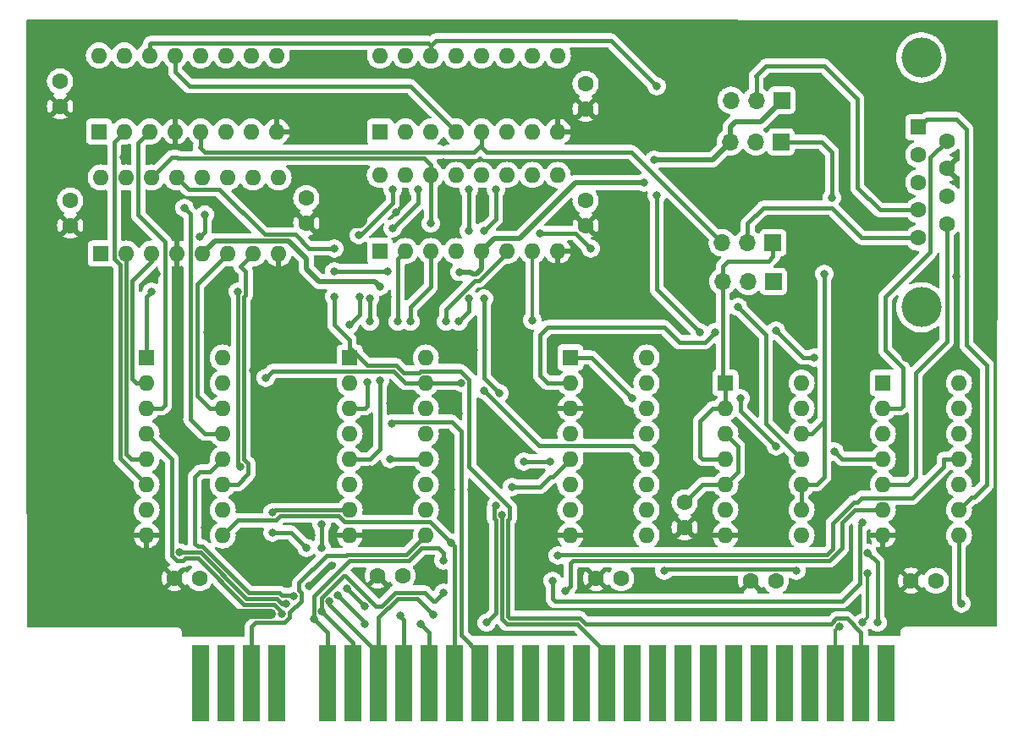
<source format=gbr>
%TF.GenerationSoftware,KiCad,Pcbnew,6.0.2+dfsg-1*%
%TF.CreationDate,2022-12-17T17:05:09+00:00*%
%TF.ProjectId,Mouse,4d6f7573-652e-46b6-9963-61645f706362,rev?*%
%TF.SameCoordinates,Original*%
%TF.FileFunction,Copper,L1,Top*%
%TF.FilePolarity,Positive*%
%FSLAX46Y46*%
G04 Gerber Fmt 4.6, Leading zero omitted, Abs format (unit mm)*
G04 Created by KiCad (PCBNEW 6.0.2+dfsg-1) date 2022-12-17 17:05:09*
%MOMM*%
%LPD*%
G01*
G04 APERTURE LIST*
%TA.AperFunction,ComponentPad*%
%ADD10C,1.600000*%
%TD*%
%TA.AperFunction,ComponentPad*%
%ADD11R,1.600000X1.600000*%
%TD*%
%TA.AperFunction,ComponentPad*%
%ADD12O,1.600000X1.600000*%
%TD*%
%TA.AperFunction,ConnectorPad*%
%ADD13R,1.780000X7.620000*%
%TD*%
%TA.AperFunction,ComponentPad*%
%ADD14R,1.700000X1.700000*%
%TD*%
%TA.AperFunction,ComponentPad*%
%ADD15O,1.700000X1.700000*%
%TD*%
%TA.AperFunction,ComponentPad*%
%ADD16C,4.000000*%
%TD*%
%TA.AperFunction,ViaPad*%
%ADD17C,0.800000*%
%TD*%
%TA.AperFunction,Conductor*%
%ADD18C,1.000000*%
%TD*%
%TA.AperFunction,Conductor*%
%ADD19C,0.400000*%
%TD*%
%TA.AperFunction,Conductor*%
%ADD20C,0.500000*%
%TD*%
%TA.AperFunction,Conductor*%
%ADD21C,0.300000*%
%TD*%
G04 APERTURE END LIST*
D10*
%TO.P,C3,1*%
%TO.N,+5V*%
X137648000Y-138684000D03*
%TO.P,C3,2*%
%TO.N,GND*%
X135148000Y-138684000D03*
%TD*%
D11*
%TO.P,U7,1,P1*%
%TO.N,unconnected-(U7-Pad1)*%
X135382000Y-106172000D03*
D12*
%TO.P,U7,2,Q1*%
%TO.N,Net-(U7-Pad2)*%
X137922000Y-106172000D03*
%TO.P,U7,3,Q0*%
%TO.N,Net-(U7-Pad3)*%
X140462000Y-106172000D03*
%TO.P,U7,4,Ce*%
%TO.N,Net-(U6-Pad13)*%
X143002000Y-106172000D03*
%TO.P,U7,5,D/U*%
%TO.N,/XDir*%
X145542000Y-106172000D03*
%TO.P,U7,6,Q2*%
%TO.N,Net-(U7-Pad6)*%
X148082000Y-106172000D03*
%TO.P,U7,7,Q3*%
%TO.N,Net-(U7-Pad7)*%
X150622000Y-106172000D03*
%TO.P,U7,8,GND*%
%TO.N,GND*%
X153162000Y-106172000D03*
%TO.P,U7,9,P3*%
%TO.N,unconnected-(U7-Pad9)*%
X153162000Y-98552000D03*
%TO.P,U7,10,P2*%
%TO.N,unconnected-(U7-Pad10)*%
X150622000Y-98552000D03*
%TO.P,U7,11,Pl*%
%TO.N,+5V*%
X148082000Y-98552000D03*
%TO.P,U7,12,Tc*%
%TO.N,unconnected-(U7-Pad12)*%
X145542000Y-98552000D03*
%TO.P,U7,13,Rc*%
%TO.N,unconnected-(U7-Pad13)*%
X143002000Y-98552000D03*
%TO.P,U7,14,Cp*%
%TO.N,/XClock*%
X140462000Y-98552000D03*
%TO.P,U7,15,P0*%
%TO.N,unconnected-(U7-Pad15)*%
X137922000Y-98552000D03*
%TO.P,U7,16,VCC*%
%TO.N,+5V*%
X135382000Y-98552000D03*
%TD*%
D11*
%TO.P,U5,1,P1*%
%TO.N,unconnected-(U5-Pad1)*%
X135397000Y-94224000D03*
D12*
%TO.P,U5,2,Q1*%
%TO.N,Net-(U5-Pad2)*%
X137937000Y-94224000D03*
%TO.P,U5,3,Q0*%
%TO.N,Net-(U5-Pad3)*%
X140477000Y-94224000D03*
%TO.P,U5,4,Ce*%
%TO.N,Net-(U4-Pad13)*%
X143017000Y-94224000D03*
%TO.P,U5,5,D/U*%
%TO.N,/YDir*%
X145557000Y-94224000D03*
%TO.P,U5,6,Q2*%
%TO.N,Net-(U5-Pad6)*%
X148097000Y-94224000D03*
%TO.P,U5,7,Q3*%
%TO.N,Net-(U5-Pad7)*%
X150637000Y-94224000D03*
%TO.P,U5,8,GND*%
%TO.N,GND*%
X153177000Y-94224000D03*
%TO.P,U5,9,P3*%
%TO.N,unconnected-(U5-Pad9)*%
X153177000Y-86604000D03*
%TO.P,U5,10,P2*%
%TO.N,unconnected-(U5-Pad10)*%
X150637000Y-86604000D03*
%TO.P,U5,11,Pl*%
%TO.N,+5V*%
X148097000Y-86604000D03*
%TO.P,U5,12,Tc*%
%TO.N,unconnected-(U5-Pad12)*%
X145557000Y-86604000D03*
%TO.P,U5,13,Rc*%
%TO.N,unconnected-(U5-Pad13)*%
X143017000Y-86604000D03*
%TO.P,U5,14,Cp*%
%TO.N,/YClock*%
X140477000Y-86604000D03*
%TO.P,U5,15,P0*%
%TO.N,unconnected-(U5-Pad15)*%
X137937000Y-86604000D03*
%TO.P,U5,16,VCC*%
%TO.N,+5V*%
X135397000Y-86604000D03*
%TD*%
D13*
%TO.P,J6,U1,A15*%
%TO.N,unconnected-(J6-PadU1)*%
X117464000Y-149466500D03*
%TO.P,J6,U2,A13*%
%TO.N,unconnected-(J6-PadU2)*%
X120004000Y-149466500D03*
%TO.P,J6,U3,D7*%
%TO.N,/D7*%
X122544000Y-149466500D03*
%TO.P,J6,U4,NC*%
%TO.N,unconnected-(J6-PadU4)*%
X125084000Y-149466500D03*
%TO.P,J6,U6,D0*%
%TO.N,/D0*%
X130164000Y-149466500D03*
%TO.P,J6,U7,D1*%
%TO.N,/D1*%
X132704000Y-149466500D03*
%TO.P,J6,U8,D2*%
%TO.N,/D2*%
X135244000Y-149466500D03*
%TO.P,J6,U9,D6*%
%TO.N,/D6*%
X137784000Y-149466500D03*
%TO.P,J6,U10,D5*%
%TO.N,/D5*%
X140324000Y-149466500D03*
%TO.P,J6,U11,D3*%
%TO.N,/D3*%
X142864000Y-149466500D03*
%TO.P,J6,U12,D4*%
%TO.N,/D4*%
X145404000Y-149466500D03*
%TO.P,J6,U13,~{INT}*%
%TO.N,unconnected-(J6-PadU13)*%
X147944000Y-149466500D03*
%TO.P,J6,U14,~{NMI}*%
%TO.N,unconnected-(J6-PadU14)*%
X150484000Y-149466500D03*
%TO.P,J6,U15,~{HALT}*%
%TO.N,unconnected-(J6-PadU15)*%
X153024000Y-149466500D03*
%TO.P,J6,U16,~{MREQ}*%
%TO.N,unconnected-(J6-PadU16)*%
X155564000Y-149466500D03*
%TO.P,J6,U17,~{IORQ}*%
%TO.N,Net-(J6-PadU17)*%
X158104000Y-149466500D03*
%TO.P,J6,U18,~{RD}*%
%TO.N,unconnected-(J6-PadU18)*%
X160644000Y-149466500D03*
%TO.P,J6,U19,~{WR}*%
%TO.N,unconnected-(J6-PadU19)*%
X163184000Y-149466500D03*
%TO.P,J6,U20,-5V*%
%TO.N,unconnected-(J6-PadU20)*%
X165724000Y-149466500D03*
%TO.P,J6,U21,~{WAIT}*%
%TO.N,unconnected-(J6-PadU21)*%
X168264000Y-149466500D03*
%TO.P,J6,U22,+12V*%
%TO.N,unconnected-(J6-PadU22)*%
X170804000Y-149466500D03*
%TO.P,J6,U23,-12V*%
%TO.N,unconnected-(J6-PadU23)*%
X173344000Y-149466500D03*
%TO.P,J6,U24,~{M1}*%
%TO.N,unconnected-(J6-PadU24)*%
X175884000Y-149466500D03*
%TO.P,J6,U25,~{RFSH}*%
%TO.N,unconnected-(J6-PadU25)*%
X178424000Y-149466500D03*
%TO.P,J6,U26,A8*%
%TO.N,Net-(J6-PadU26)*%
X180964000Y-149466500D03*
%TO.P,J6,U27,A10*%
%TO.N,Net-(J6-PadU27)*%
X183504000Y-149466500D03*
%TO.P,J6,U28,NC2*%
%TO.N,unconnected-(J6-PadU28)*%
X186044000Y-149466500D03*
%TD*%
D14*
%TO.P,J3,1,Pin_1*%
%TO.N,Net-(J2-Pad3)*%
X175514000Y-95250000D03*
D15*
%TO.P,J3,2,Pin_2*%
%TO.N,/X1*%
X172974000Y-95250000D03*
%TO.P,J3,3,Pin_3*%
%TO.N,/XDir*%
X170434000Y-95250000D03*
%TD*%
D10*
%TO.P,C1,1*%
%TO.N,Net-(C1-Pad1)*%
X174986000Y-139192000D03*
%TO.P,C1,2*%
%TO.N,GND*%
X172486000Y-139192000D03*
%TD*%
D16*
%TO.P,J1,0*%
%TO.N,N/C*%
X189537669Y-86804000D03*
X189537669Y-111804000D03*
D11*
%TO.P,J1,1,1*%
%TO.N,/MB*%
X189237669Y-93764000D03*
D10*
%TO.P,J1,2,2*%
%TO.N,/X1*%
X189237669Y-96534000D03*
%TO.P,J1,3,3*%
%TO.N,/Y1*%
X189237669Y-99304000D03*
%TO.P,J1,4,4*%
%TO.N,/X2*%
X189237669Y-102074000D03*
%TO.P,J1,5,5*%
%TO.N,/Y2*%
X189237669Y-104844000D03*
%TO.P,J1,6,6*%
%TO.N,/RB*%
X192077669Y-95149000D03*
%TO.P,J1,7,7*%
%TO.N,GND*%
X192077669Y-97919000D03*
%TO.P,J1,8,8*%
%TO.N,+5V*%
X192077669Y-100689000D03*
%TO.P,J1,9,9*%
%TO.N,/LB*%
X192077669Y-103459000D03*
%TD*%
D14*
%TO.P,J2,1,Pin_1*%
%TO.N,/XDir*%
X175589000Y-91075000D03*
D15*
%TO.P,J2,2,Pin_2*%
%TO.N,/X2*%
X173049000Y-91075000D03*
%TO.P,J2,3,Pin_3*%
%TO.N,Net-(J2-Pad3)*%
X170509000Y-91075000D03*
%TD*%
D11*
%TO.P,U1,1*%
%TO.N,Net-(U1-Pad1)*%
X185684000Y-119375000D03*
D12*
%TO.P,U1,2*%
%TO.N,/RB*%
X185684000Y-121915000D03*
%TO.P,U1,3*%
%TO.N,/D0*%
X185684000Y-124455000D03*
%TO.P,U1,4*%
%TO.N,Net-(U1-Pad1)*%
X185684000Y-126995000D03*
%TO.P,U1,5*%
%TO.N,/LB*%
X185684000Y-129535000D03*
%TO.P,U1,6*%
%TO.N,/D1*%
X185684000Y-132075000D03*
%TO.P,U1,7,GND*%
%TO.N,GND*%
X185684000Y-134615000D03*
%TO.P,U1,8*%
%TO.N,/D2*%
X193304000Y-134615000D03*
%TO.P,U1,9*%
%TO.N,/MB*%
X193304000Y-132075000D03*
%TO.P,U1,10*%
%TO.N,Net-(U1-Pad1)*%
X193304000Y-129535000D03*
%TO.P,U1,11*%
%TO.N,/D3*%
X193304000Y-126995000D03*
%TO.P,U1,12*%
%TO.N,+5V*%
X193304000Y-124455000D03*
%TO.P,U1,13*%
%TO.N,Net-(U1-Pad1)*%
X193304000Y-121915000D03*
%TO.P,U1,14,VCC*%
%TO.N,+5V*%
X193304000Y-119375000D03*
%TD*%
D14*
%TO.P,J5,1,Pin_1*%
%TO.N,Net-(J4-Pad3)*%
X174702000Y-105345000D03*
D15*
%TO.P,J5,2,Pin_2*%
%TO.N,/Y2*%
X172162000Y-105345000D03*
%TO.P,J5,3,Pin_3*%
%TO.N,/YDir*%
X169622000Y-105345000D03*
%TD*%
D10*
%TO.P,C4,1*%
%TO.N,GND*%
X157012000Y-138938000D03*
%TO.P,C4,2*%
%TO.N,+5V*%
X159512000Y-138938000D03*
%TD*%
%TO.P,C7,1*%
%TO.N,GND*%
X155956000Y-103612000D03*
%TO.P,C7,2*%
%TO.N,+5V*%
X155956000Y-101112000D03*
%TD*%
D11*
%TO.P,U8,1,S*%
%TO.N,Net-(J6-PadU27)*%
X132344000Y-116855000D03*
D12*
%TO.P,U8,2,I0a*%
%TO.N,Net-(U7-Pad3)*%
X132344000Y-119395000D03*
%TO.P,U8,3,I1a*%
%TO.N,Net-(U5-Pad3)*%
X132344000Y-121935000D03*
%TO.P,U8,4,Za*%
%TO.N,/D4*%
X132344000Y-124475000D03*
%TO.P,U8,5,I0b*%
%TO.N,Net-(U7-Pad2)*%
X132344000Y-127015000D03*
%TO.P,U8,6,I1b*%
%TO.N,Net-(U5-Pad2)*%
X132344000Y-129555000D03*
%TO.P,U8,7,Zb*%
%TO.N,/D5*%
X132344000Y-132095000D03*
%TO.P,U8,8,GND*%
%TO.N,GND*%
X132344000Y-134635000D03*
%TO.P,U8,9,Zd*%
%TO.N,/D7*%
X139964000Y-134635000D03*
%TO.P,U8,10,I1d*%
%TO.N,Net-(U5-Pad7)*%
X139964000Y-132095000D03*
%TO.P,U8,11,I0d*%
%TO.N,Net-(U7-Pad7)*%
X139964000Y-129555000D03*
%TO.P,U8,12,Zc*%
%TO.N,/D6*%
X139964000Y-127015000D03*
%TO.P,U8,13,I1c*%
%TO.N,Net-(U5-Pad6)*%
X139964000Y-124475000D03*
%TO.P,U8,14,I0c*%
%TO.N,Net-(U7-Pad6)*%
X139964000Y-121935000D03*
%TO.P,U8,15,OE*%
%TO.N,Net-(U3-Pad15)*%
X139964000Y-119395000D03*
%TO.P,U8,16,VCC*%
%TO.N,+5V*%
X139964000Y-116855000D03*
%TD*%
D11*
%TO.P,U9,1,A0*%
%TO.N,Net-(J6-PadU26)*%
X154432000Y-116840000D03*
D12*
%TO.P,U9,2,A1*%
%TO.N,Net-(J6-PadB27)*%
X154432000Y-119380000D03*
%TO.P,U9,3,A2*%
%TO.N,GND*%
X154432000Y-121920000D03*
%TO.P,U9,4,E1*%
%TO.N,Net-(J6-PadU17)*%
X154432000Y-124460000D03*
%TO.P,U9,5,E2*%
%TO.N,Net-(J6-PadB23)*%
X154432000Y-127000000D03*
%TO.P,U9,6,E3*%
%TO.N,+5V*%
X154432000Y-129540000D03*
%TO.P,U9,7,O7*%
%TO.N,unconnected-(U9-Pad7)*%
X154432000Y-132080000D03*
%TO.P,U9,8,GND*%
%TO.N,GND*%
X154432000Y-134620000D03*
%TO.P,U9,9,O6*%
%TO.N,unconnected-(U9-Pad9)*%
X162052000Y-134620000D03*
%TO.P,U9,10,O5*%
%TO.N,unconnected-(U9-Pad10)*%
X162052000Y-132080000D03*
%TO.P,U9,11,O4*%
%TO.N,unconnected-(U9-Pad11)*%
X162052000Y-129540000D03*
%TO.P,U9,12,O3*%
%TO.N,Net-(U3-Pad15)*%
X162052000Y-127000000D03*
%TO.P,U9,13,O2*%
%TO.N,Net-(U1-Pad1)*%
X162052000Y-124460000D03*
%TO.P,U9,14,O1*%
%TO.N,unconnected-(U9-Pad14)*%
X162052000Y-121920000D03*
%TO.P,U9,15,O0*%
%TO.N,unconnected-(U9-Pad15)*%
X162052000Y-119380000D03*
%TO.P,U9,16,VCC*%
%TO.N,+5V*%
X162052000Y-116840000D03*
%TD*%
D11*
%TO.P,U2,1*%
%TO.N,Net-(J4-Pad3)*%
X169936000Y-119375000D03*
D12*
%TO.P,U2,2*%
X169936000Y-121915000D03*
%TO.P,U2,3*%
%TO.N,Net-(C2-Pad1)*%
X169936000Y-124455000D03*
%TO.P,U2,4*%
%TO.N,Net-(J4-Pad3)*%
X169936000Y-126995000D03*
%TO.P,U2,5*%
%TO.N,Net-(C2-Pad1)*%
X169936000Y-129535000D03*
%TO.P,U2,6*%
%TO.N,/YClock*%
X169936000Y-132075000D03*
%TO.P,U2,7,GND*%
%TO.N,GND*%
X169936000Y-134615000D03*
%TO.P,U2,8*%
%TO.N,Net-(C1-Pad1)*%
X177556000Y-134615000D03*
%TO.P,U2,9*%
%TO.N,Net-(J2-Pad3)*%
X177556000Y-132075000D03*
%TO.P,U2,10*%
X177556000Y-129535000D03*
%TO.P,U2,11*%
%TO.N,/XClock*%
X177556000Y-126995000D03*
%TO.P,U2,12*%
%TO.N,Net-(J2-Pad3)*%
X177556000Y-124455000D03*
%TO.P,U2,13*%
%TO.N,Net-(C1-Pad1)*%
X177556000Y-121915000D03*
%TO.P,U2,14,VCC*%
%TO.N,+5V*%
X177556000Y-119375000D03*
%TD*%
D10*
%TO.P,C8,1*%
%TO.N,GND*%
X128016000Y-103378000D03*
%TO.P,C8,2*%
%TO.N,+5V*%
X128016000Y-100878000D03*
%TD*%
%TO.P,C2,1*%
%TO.N,Net-(C2-Pad1)*%
X165862000Y-131338000D03*
%TO.P,C2,2*%
%TO.N,GND*%
X165862000Y-133838000D03*
%TD*%
D11*
%TO.P,U3,1,S*%
%TO.N,Net-(J6-PadU27)*%
X112024000Y-116855000D03*
D12*
%TO.P,U3,2,I0a*%
%TO.N,Net-(U3-Pad2)*%
X112024000Y-119395000D03*
%TO.P,U3,3,I1a*%
%TO.N,Net-(U3-Pad3)*%
X112024000Y-121935000D03*
%TO.P,U3,4,Za*%
%TO.N,/D0*%
X112024000Y-124475000D03*
%TO.P,U3,5,I0b*%
%TO.N,Net-(U3-Pad5)*%
X112024000Y-127015000D03*
%TO.P,U3,6,I1b*%
%TO.N,Net-(U3-Pad6)*%
X112024000Y-129555000D03*
%TO.P,U3,7,Zb*%
%TO.N,/D1*%
X112024000Y-132095000D03*
%TO.P,U3,8,GND*%
%TO.N,GND*%
X112024000Y-134635000D03*
%TO.P,U3,9,Zd*%
%TO.N,/D3*%
X119644000Y-134635000D03*
%TO.P,U3,10,I1d*%
%TO.N,Net-(U3-Pad10)*%
X119644000Y-132095000D03*
%TO.P,U3,11,I0d*%
%TO.N,Net-(U3-Pad11)*%
X119644000Y-129555000D03*
%TO.P,U3,12,Zc*%
%TO.N,/D2*%
X119644000Y-127015000D03*
%TO.P,U3,13,I1c*%
%TO.N,Net-(U3-Pad13)*%
X119644000Y-124475000D03*
%TO.P,U3,14,I0c*%
%TO.N,Net-(U3-Pad14)*%
X119644000Y-121935000D03*
%TO.P,U3,15,OE*%
%TO.N,Net-(U3-Pad15)*%
X119644000Y-119395000D03*
%TO.P,U3,16,VCC*%
%TO.N,+5V*%
X119644000Y-116855000D03*
%TD*%
D11*
%TO.P,U4,1,P1*%
%TO.N,unconnected-(U4-Pad1)*%
X107272000Y-94208000D03*
D12*
%TO.P,U4,2,Q1*%
%TO.N,Net-(U3-Pad6)*%
X109812000Y-94208000D03*
%TO.P,U4,3,Q0*%
%TO.N,Net-(U3-Pad3)*%
X112352000Y-94208000D03*
%TO.P,U4,4,Ce*%
%TO.N,GND*%
X114892000Y-94208000D03*
%TO.P,U4,5,D/U*%
%TO.N,/YDir*%
X117432000Y-94208000D03*
%TO.P,U4,6,Q2*%
%TO.N,Net-(U3-Pad13)*%
X119972000Y-94208000D03*
%TO.P,U4,7,Q3*%
%TO.N,Net-(U3-Pad10)*%
X122512000Y-94208000D03*
%TO.P,U4,8,GND*%
%TO.N,GND*%
X125052000Y-94208000D03*
%TO.P,U4,9,P3*%
%TO.N,unconnected-(U4-Pad9)*%
X125052000Y-86588000D03*
%TO.P,U4,10,P2*%
%TO.N,unconnected-(U4-Pad10)*%
X122512000Y-86588000D03*
%TO.P,U4,11,Pl*%
%TO.N,+5V*%
X119972000Y-86588000D03*
%TO.P,U4,12,Tc*%
%TO.N,unconnected-(U4-Pad12)*%
X117432000Y-86588000D03*
%TO.P,U4,13,Rc*%
%TO.N,Net-(U4-Pad13)*%
X114892000Y-86588000D03*
%TO.P,U4,14,Cp*%
%TO.N,/YClock*%
X112352000Y-86588000D03*
%TO.P,U4,15,P0*%
%TO.N,unconnected-(U4-Pad15)*%
X109812000Y-86588000D03*
%TO.P,U4,16,VCC*%
%TO.N,+5V*%
X107272000Y-86588000D03*
%TD*%
D10*
%TO.P,C9,1*%
%TO.N,GND*%
X155956000Y-91928000D03*
%TO.P,C9,2*%
%TO.N,+5V*%
X155956000Y-89428000D03*
%TD*%
D11*
%TO.P,U6,1,P1*%
%TO.N,unconnected-(U6-Pad1)*%
X107447000Y-106433000D03*
D12*
%TO.P,U6,2,Q1*%
%TO.N,Net-(U3-Pad5)*%
X109987000Y-106433000D03*
%TO.P,U6,3,Q0*%
%TO.N,Net-(U3-Pad2)*%
X112527000Y-106433000D03*
%TO.P,U6,4,Ce*%
%TO.N,GND*%
X115067000Y-106433000D03*
%TO.P,U6,5,D/U*%
%TO.N,/XDir*%
X117607000Y-106433000D03*
%TO.P,U6,6,Q2*%
%TO.N,Net-(U3-Pad14)*%
X120147000Y-106433000D03*
%TO.P,U6,7,Q3*%
%TO.N,Net-(U3-Pad11)*%
X122687000Y-106433000D03*
%TO.P,U6,8,GND*%
%TO.N,GND*%
X125227000Y-106433000D03*
%TO.P,U6,9,P3*%
%TO.N,unconnected-(U6-Pad9)*%
X125227000Y-98813000D03*
%TO.P,U6,10,P2*%
%TO.N,unconnected-(U6-Pad10)*%
X122687000Y-98813000D03*
%TO.P,U6,11,Pl*%
%TO.N,+5V*%
X120147000Y-98813000D03*
%TO.P,U6,12,Tc*%
%TO.N,unconnected-(U6-Pad12)*%
X117607000Y-98813000D03*
%TO.P,U6,13,Rc*%
%TO.N,Net-(U6-Pad13)*%
X115067000Y-98813000D03*
%TO.P,U6,14,Cp*%
%TO.N,/XClock*%
X112527000Y-98813000D03*
%TO.P,U6,15,P0*%
%TO.N,unconnected-(U6-Pad15)*%
X109987000Y-98813000D03*
%TO.P,U6,16,VCC*%
%TO.N,+5V*%
X107447000Y-98813000D03*
%TD*%
D10*
%TO.P,C10,1*%
%TO.N,GND*%
X104394000Y-103612000D03*
%TO.P,C10,2*%
%TO.N,+5V*%
X104394000Y-101112000D03*
%TD*%
%TO.P,C5,1*%
%TO.N,+5V*%
X191008000Y-139192000D03*
%TO.P,C5,2*%
%TO.N,GND*%
X188508000Y-139192000D03*
%TD*%
%TO.P,C11,1*%
%TO.N,GND*%
X103378000Y-91674000D03*
%TO.P,C11,2*%
%TO.N,+5V*%
X103378000Y-89174000D03*
%TD*%
%TO.P,C6,1*%
%TO.N,GND*%
X114828000Y-138938000D03*
%TO.P,C6,2*%
%TO.N,+5V*%
X117328000Y-138938000D03*
%TD*%
D14*
%TO.P,J4,1,Pin_1*%
%TO.N,/YDir*%
X174752000Y-109220000D03*
D15*
%TO.P,J4,2,Pin_2*%
%TO.N,/Y1*%
X172212000Y-109220000D03*
%TO.P,J4,3,Pin_3*%
%TO.N,Net-(J4-Pad3)*%
X169672000Y-109220000D03*
%TD*%
D17*
%TO.N,GND*%
X134366000Y-128016000D03*
X150114000Y-138938000D03*
X118110000Y-114300000D03*
X165608000Y-118364000D03*
X102362000Y-102870000D03*
X146812000Y-109474000D03*
X143256000Y-122428000D03*
X109728000Y-96774000D03*
X175260000Y-118618000D03*
X182118000Y-137160000D03*
X134112000Y-125730000D03*
X171196000Y-117348000D03*
X130048000Y-103378000D03*
X187706000Y-127508000D03*
X148844000Y-125476000D03*
X190500000Y-133096000D03*
X156972000Y-97536000D03*
X134112000Y-123190000D03*
X135636000Y-131318000D03*
X128270000Y-139700000D03*
X144780000Y-116078000D03*
X180340000Y-131064000D03*
X144526000Y-130048000D03*
X146050000Y-126238000D03*
X102616000Y-99314000D03*
X181102000Y-123444000D03*
X104394000Y-84074000D03*
X187960000Y-116840000D03*
X167894000Y-99568000D03*
X138684000Y-104140000D03*
X142494000Y-130048000D03*
X130048000Y-124714000D03*
X115062000Y-124460000D03*
X141732000Y-97282000D03*
X130556000Y-137668000D03*
X140208000Y-138684000D03*
X145034000Y-138684000D03*
X175260000Y-130302000D03*
X141732000Y-95250000D03*
X122682000Y-118110000D03*
X109982000Y-101600000D03*
X145338480Y-102311520D03*
X127508000Y-121412000D03*
X142240000Y-125476000D03*
X180594000Y-139700000D03*
X135382000Y-104394000D03*
X122936000Y-136398000D03*
X145796000Y-122174000D03*
X119634000Y-109474000D03*
X192024000Y-123190000D03*
X142544480Y-102311520D03*
X171958000Y-115316000D03*
X150164480Y-102311520D03*
X133604000Y-91440000D03*
X178562000Y-104648000D03*
X136398000Y-121412000D03*
X136144000Y-110744000D03*
X130302000Y-116332000D03*
X147574000Y-115570000D03*
X128509000Y-134635000D03*
X176022000Y-123952000D03*
X190754000Y-107950000D03*
X125984000Y-114808000D03*
X182880000Y-110744000D03*
X124460000Y-142494000D03*
X117856000Y-133858000D03*
X133604000Y-103124000D03*
X113030000Y-108458000D03*
X180340000Y-92456000D03*
X121158000Y-142494000D03*
X135382000Y-116332000D03*
X182118000Y-117348000D03*
X153924000Y-109220000D03*
X136956480Y-102311520D03*
X183134000Y-141478000D03*
X104394000Y-110236000D03*
X193040000Y-108712000D03*
X130556000Y-91694000D03*
X138430000Y-109982000D03*
X187452000Y-123444000D03*
X168148000Y-139700000D03*
X141986000Y-109982000D03*
X148590000Y-109982000D03*
X104648000Y-113792000D03*
X165354000Y-105918000D03*
%TO.N,/XDir*%
X135382000Y-109728000D03*
X162814000Y-97028000D03*
X143313332Y-108261332D03*
X161798000Y-99314000D03*
%TO.N,Net-(J2-Pad3)*%
X179832000Y-108458000D03*
X180594000Y-100838000D03*
%TO.N,Net-(J6-PadB23)*%
X147008668Y-131629332D03*
X148590000Y-129794000D03*
X146050000Y-143377000D03*
%TO.N,Net-(J6-PadB27)*%
X185166000Y-143377000D03*
X168872500Y-114300000D03*
X178816000Y-116840000D03*
X175006000Y-114129500D03*
X184187500Y-136398000D03*
%TO.N,/D0*%
X152654000Y-139192000D03*
X141732000Y-137160000D03*
X128778000Y-143002000D03*
X183642000Y-133350000D03*
X125559500Y-142494000D03*
%TO.N,/D1*%
X153924000Y-140208000D03*
X125984000Y-141478000D03*
X115353500Y-136360500D03*
X129540000Y-142240000D03*
X141732000Y-140378500D03*
%TO.N,/D2*%
X130302000Y-141224000D03*
X126708441Y-140708354D03*
X193548000Y-141478000D03*
X140716000Y-142577500D03*
%TO.N,/D6*%
X133858000Y-141732000D03*
X136398000Y-127000000D03*
X137414000Y-142710500D03*
X132080000Y-139954000D03*
X129540000Y-133535500D03*
X129540000Y-135890000D03*
%TO.N,/D5*%
X124630500Y-134366000D03*
X139446000Y-143510000D03*
X133858000Y-143510000D03*
X128029020Y-135890000D03*
X131133636Y-140669576D03*
X124630500Y-132334000D03*
%TO.N,/D3*%
X153162000Y-136652000D03*
X142494000Y-135382000D03*
%TO.N,/D4*%
X136548500Y-123444000D03*
%TO.N,Net-(J6-PadU17)*%
X149776500Y-127254000D03*
X147574000Y-132588000D03*
X152400000Y-127254000D03*
%TO.N,Net-(J6-PadU26)*%
X183642000Y-143377000D03*
X160611500Y-120904000D03*
X181356000Y-143764000D03*
X184187500Y-138430000D03*
X163830000Y-138176000D03*
X177038000Y-138176000D03*
%TO.N,Net-(J6-PadU27)*%
X112522000Y-110236000D03*
X130810000Y-110744000D03*
%TO.N,Net-(U1-Pad1)*%
X171450000Y-120904000D03*
X175006000Y-125730000D03*
X180848000Y-126238000D03*
%TO.N,/XClock*%
X156464000Y-105918000D03*
X171196000Y-111760000D03*
X140462000Y-103411020D03*
X151384000Y-104394000D03*
%TO.N,/YClock*%
X167386000Y-114300000D03*
X163068000Y-89662000D03*
X163068000Y-100584000D03*
%TO.N,Net-(U5-Pad2)*%
X136652000Y-100012500D03*
X133271594Y-104582008D03*
X133350000Y-110744000D03*
X132334000Y-113538000D03*
%TO.N,Net-(U5-Pad3)*%
X139192000Y-100012500D03*
X134366000Y-113246500D03*
X136652000Y-103886000D03*
X134112000Y-119342500D03*
X134366000Y-110914500D03*
%TO.N,Net-(U5-Pad6)*%
X144272000Y-104140000D03*
X144272000Y-110914500D03*
X143256000Y-113246500D03*
X144272000Y-100012500D03*
%TO.N,Net-(U5-Pad7)*%
X145796000Y-104140000D03*
X146982500Y-100012500D03*
X147320000Y-120396000D03*
X145796000Y-110914500D03*
%TO.N,Net-(U3-Pad10)*%
X117856000Y-102512500D03*
X117348000Y-104711500D03*
X121412000Y-127762000D03*
X121158000Y-110236000D03*
%TO.N,Net-(U3-Pad13)*%
X115824000Y-101854000D03*
%TO.N,Net-(U6-Pad13)*%
X136144000Y-108204000D03*
X130810000Y-105918000D03*
X130810000Y-108204000D03*
%TO.N,Net-(U7-Pad2)*%
X135382000Y-119126000D03*
X137160000Y-113246500D03*
%TO.N,Net-(U7-Pad3)*%
X138430000Y-113246500D03*
%TO.N,Net-(U7-Pad6)*%
X141986000Y-113246500D03*
%TO.N,Net-(U7-Pad7)*%
X150622000Y-113113500D03*
%TO.N,Net-(U3-Pad15)*%
X143510000Y-119380000D03*
X123952000Y-118872000D03*
X145796000Y-120142000D03*
%TD*%
D18*
%TO.N,GND*%
X133350000Y-91694000D02*
X133604000Y-91440000D01*
X102362000Y-99568000D02*
X102616000Y-99314000D01*
X124460000Y-142494000D02*
X121158000Y-142494000D01*
X130556000Y-91694000D02*
X133350000Y-91694000D01*
X130048000Y-103378000D02*
X133350000Y-103378000D01*
X104648000Y-110490000D02*
X104394000Y-110236000D01*
X104648000Y-113792000D02*
X104648000Y-110490000D01*
X133350000Y-103378000D02*
X133604000Y-103124000D01*
X102362000Y-102870000D02*
X102362000Y-99568000D01*
D19*
%TO.N,Net-(C2-Pad1)*%
X171196000Y-125715000D02*
X171196000Y-128275000D01*
X171196000Y-128275000D02*
X169936000Y-129535000D01*
X169936000Y-124455000D02*
X171196000Y-125715000D01*
X167665000Y-129535000D02*
X165862000Y-131338000D01*
X169936000Y-129535000D02*
X167665000Y-129535000D01*
%TO.N,/MB*%
X194818000Y-130810000D02*
X194569000Y-130810000D01*
X194056000Y-115570000D02*
X196088000Y-117602000D01*
X194569000Y-130810000D02*
X193304000Y-132075000D01*
X196088000Y-129540000D02*
X194818000Y-130810000D01*
X194056000Y-93980000D02*
X194056000Y-115570000D01*
X189237669Y-93764000D02*
X190037669Y-92964000D01*
X190037669Y-92964000D02*
X193040000Y-92964000D01*
X196088000Y-117602000D02*
X196088000Y-129540000D01*
X193040000Y-92964000D02*
X194056000Y-93980000D01*
%TO.N,/X2*%
X179832000Y-87630000D02*
X183134000Y-90932000D01*
X173990000Y-87630000D02*
X179832000Y-87630000D01*
X172974000Y-88646000D02*
X173990000Y-87630000D01*
X183134000Y-99822000D02*
X185386000Y-102074000D01*
X183134000Y-90932000D02*
X183134000Y-99822000D01*
X173049000Y-88721000D02*
X172974000Y-88646000D01*
X185386000Y-102074000D02*
X189237669Y-102074000D01*
X173049000Y-91075000D02*
X173049000Y-88721000D01*
%TO.N,/Y2*%
X172162000Y-103428000D02*
X172162000Y-105345000D01*
X183584000Y-104844000D02*
X180594000Y-101854000D01*
X173736000Y-101854000D02*
X172162000Y-103428000D01*
X189237669Y-104844000D02*
X183584000Y-104844000D01*
X180594000Y-101854000D02*
X173736000Y-101854000D01*
%TO.N,/LB*%
X188976000Y-118364000D02*
X188976000Y-128778000D01*
X188976000Y-128778000D02*
X188219000Y-129535000D01*
X192077669Y-115262331D02*
X188976000Y-118364000D01*
X192077669Y-103459000D02*
X192077669Y-115262331D01*
X188219000Y-129535000D02*
X185684000Y-129535000D01*
%TO.N,/RB*%
X187706000Y-121666000D02*
X187452000Y-121920000D01*
X192077669Y-95149000D02*
X190437180Y-96789489D01*
X185928000Y-110744000D02*
X185928000Y-116078000D01*
X187452000Y-121920000D02*
X187447000Y-121915000D01*
X190437180Y-96789489D02*
X190437180Y-106234820D01*
X185928000Y-116078000D02*
X187706000Y-117856000D01*
X187706000Y-117856000D02*
X187706000Y-121666000D01*
X190437180Y-106234820D02*
X185928000Y-110744000D01*
X187447000Y-121915000D02*
X185684000Y-121915000D01*
D20*
%TO.N,/XDir*%
X118856511Y-105183489D02*
X126265489Y-105183489D01*
X173446000Y-93218000D02*
X175589000Y-91075000D01*
X117607000Y-106433000D02*
X118856511Y-105183489D01*
X170434000Y-95250000D02*
X168656000Y-97028000D01*
X129286000Y-109220000D02*
X128016000Y-107950000D01*
X146812000Y-104902000D02*
X145542000Y-106172000D01*
X170434000Y-93726000D02*
X170942000Y-93218000D01*
X135382000Y-109728000D02*
X134874000Y-109220000D01*
X144623441Y-108458000D02*
X145034000Y-108458000D01*
X154940000Y-99314000D02*
X149352000Y-104902000D01*
X144426773Y-108261332D02*
X144623441Y-108458000D01*
X170942000Y-93218000D02*
X173446000Y-93218000D01*
X145034000Y-108458000D02*
X145542000Y-107950000D01*
X168656000Y-97028000D02*
X162814000Y-97028000D01*
X170434000Y-95250000D02*
X170434000Y-93726000D01*
X126265489Y-105183489D02*
X128016000Y-106934000D01*
X161798000Y-99314000D02*
X154940000Y-99314000D01*
X145542000Y-107950000D02*
X145542000Y-106172000D01*
X134874000Y-109220000D02*
X129286000Y-109220000D01*
X149352000Y-104902000D02*
X146812000Y-104902000D01*
X143313332Y-108261332D02*
X144426773Y-108261332D01*
X128016000Y-107950000D02*
X128016000Y-106934000D01*
D19*
%TO.N,Net-(J2-Pad3)*%
X179832000Y-123190000D02*
X178567000Y-124455000D01*
X180594000Y-100838000D02*
X180594000Y-96266000D01*
X179075000Y-129535000D02*
X179832000Y-128778000D01*
X179578000Y-95250000D02*
X175514000Y-95250000D01*
X178567000Y-124455000D02*
X177556000Y-124455000D01*
X180594000Y-96266000D02*
X179578000Y-95250000D01*
X179832000Y-108458000D02*
X179832000Y-123190000D01*
X177556000Y-132075000D02*
X177556000Y-129535000D01*
X179832000Y-128778000D02*
X179832000Y-123190000D01*
X177556000Y-129535000D02*
X179075000Y-129535000D01*
%TO.N,/YDir*%
X117432000Y-95674000D02*
X117432000Y-94208000D01*
X145557000Y-95489000D02*
X144780000Y-96266000D01*
X117856000Y-96266000D02*
X117348000Y-95758000D01*
X145557000Y-94224000D02*
X145557000Y-95489000D01*
X146050000Y-96266000D02*
X160543000Y-96266000D01*
X145557000Y-95773000D02*
X146050000Y-96266000D01*
X117348000Y-95758000D02*
X117432000Y-95674000D01*
X160543000Y-96266000D02*
X169622000Y-105345000D01*
X145557000Y-94224000D02*
X145557000Y-95773000D01*
X144780000Y-96266000D02*
X117856000Y-96266000D01*
%TO.N,Net-(J4-Pad3)*%
X169672000Y-107696000D02*
X170180000Y-107188000D01*
X169672000Y-109220000D02*
X169672000Y-119111000D01*
X174702000Y-106730000D02*
X174702000Y-105345000D01*
X170180000Y-107188000D02*
X174244000Y-107188000D01*
X169936000Y-121915000D02*
X168661000Y-121915000D01*
X167635000Y-126995000D02*
X169936000Y-126995000D01*
X169672000Y-109220000D02*
X169672000Y-107696000D01*
X167386000Y-126746000D02*
X167635000Y-126995000D01*
X168661000Y-121915000D02*
X167386000Y-123190000D01*
X167386000Y-123190000D02*
X167386000Y-126746000D01*
X174244000Y-107188000D02*
X174702000Y-106730000D01*
X169672000Y-119111000D02*
X169936000Y-119375000D01*
X169936000Y-119375000D02*
X169936000Y-121915000D01*
%TO.N,Net-(J6-PadB23)*%
X146974480Y-142452520D02*
X146974480Y-133119160D01*
X146050000Y-143377000D02*
X146974480Y-142452520D01*
X146774489Y-132919169D02*
X146774489Y-131863511D01*
X152654000Y-128778000D02*
X154432000Y-127000000D01*
X151384000Y-129794000D02*
X152400000Y-128778000D01*
X148590000Y-129794000D02*
X151384000Y-129794000D01*
X152400000Y-128778000D02*
X152654000Y-128778000D01*
X146774489Y-131863511D02*
X147008668Y-131629332D01*
X146974480Y-133119160D02*
X146774489Y-132919169D01*
%TO.N,Net-(J6-PadB27)*%
X165354000Y-115316000D02*
X163830000Y-113792000D01*
X185166000Y-137376500D02*
X184187500Y-136398000D01*
X151384000Y-114554000D02*
X151384000Y-118618000D01*
X152146000Y-119380000D02*
X154432000Y-119380000D01*
X168872500Y-114300000D02*
X167856500Y-115316000D01*
X177716500Y-116840000D02*
X175006000Y-114129500D01*
X163830000Y-113792000D02*
X152146000Y-113792000D01*
X152146000Y-113792000D02*
X151384000Y-114554000D01*
X167856500Y-115316000D02*
X165354000Y-115316000D01*
X185166000Y-143377000D02*
X185166000Y-137376500D01*
X178816000Y-116840000D02*
X177716500Y-116840000D01*
X151384000Y-118618000D02*
X152146000Y-119380000D01*
%TO.N,/D7*%
X127296383Y-139403617D02*
X130048000Y-136652000D01*
X126359011Y-142825169D02*
X126359011Y-142372989D01*
X131994150Y-136652000D02*
X132085671Y-136560480D01*
X122936000Y-143393520D02*
X125790660Y-143393520D01*
X132085671Y-136560480D02*
X138038520Y-136560480D01*
X127296383Y-140165616D02*
X127296383Y-139403617D01*
X122544000Y-143785520D02*
X122936000Y-143393520D01*
X125790660Y-143393520D02*
X126359011Y-142825169D01*
X138038520Y-136560480D02*
X139964000Y-134635000D01*
X127507952Y-141224048D02*
X127507952Y-140377185D01*
X127507952Y-140377185D02*
X127296383Y-140165616D01*
X130048000Y-136652000D02*
X131994150Y-136652000D01*
X122544000Y-149466500D02*
X122544000Y-143785520D01*
X126359011Y-142372989D02*
X127507952Y-141224048D01*
%TO.N,/D0*%
X121782480Y-141594480D02*
X117148020Y-136960020D01*
X125559500Y-142494000D02*
X125478113Y-142412613D01*
X152654000Y-140970000D02*
X152908000Y-141224000D01*
X130164000Y-149466500D02*
X130164000Y-144388000D01*
X125478113Y-142240000D02*
X124832593Y-141594480D01*
X152908000Y-141224000D02*
X181610000Y-141224000D01*
X124832593Y-141594480D02*
X121782480Y-141594480D01*
X128778000Y-143002000D02*
X128740489Y-142964489D01*
X138286850Y-137160000D02*
X139556850Y-135890000D01*
X125478113Y-142412613D02*
X125478113Y-142240000D01*
X114554000Y-127005000D02*
X112024000Y-124475000D01*
X128740489Y-140753511D02*
X132334000Y-137160000D01*
X141732000Y-136398000D02*
X141732000Y-137160000D01*
X115884660Y-136960020D02*
X115684669Y-137160011D01*
X183388000Y-139446000D02*
X183388000Y-137160000D01*
X117148020Y-136960020D02*
X115884660Y-136960020D01*
X132334000Y-137160000D02*
X138286850Y-137160000D01*
X183388000Y-137160000D02*
X183388000Y-133604000D01*
X114554000Y-136691680D02*
X114554000Y-127005000D01*
X128740489Y-142964489D02*
X128740489Y-140753511D01*
X115022331Y-137160011D02*
X114554000Y-136691680D01*
X115684669Y-137160011D02*
X115022331Y-137160011D01*
X181610000Y-141224000D02*
X183388000Y-139446000D01*
X141224000Y-135890000D02*
X141732000Y-136398000D01*
X139556850Y-135890000D02*
X141224000Y-135890000D01*
X152654000Y-139192000D02*
X152654000Y-140970000D01*
X183388000Y-133604000D02*
X183642000Y-133350000D01*
X130164000Y-144388000D02*
X128778000Y-143002000D01*
%TO.N,/D1*%
X180340000Y-137160000D02*
X181610000Y-135890000D01*
X131711320Y-138684000D02*
X129502489Y-140892831D01*
X139862480Y-140370480D02*
X136911670Y-140370480D01*
X122030810Y-140994960D02*
X117396350Y-136360500D01*
X154432000Y-137414000D02*
X154686000Y-137160000D01*
X117396350Y-136360500D02*
X115353500Y-136360500D01*
X125080922Y-140994960D02*
X122030810Y-140994960D01*
X154432000Y-139700000D02*
X154432000Y-137414000D01*
X153924000Y-140208000D02*
X154432000Y-139700000D01*
X140886500Y-141224000D02*
X140716000Y-141224000D01*
X136911670Y-140370480D02*
X135550150Y-141732000D01*
X132704000Y-149466500D02*
X132704000Y-145404000D01*
X125563962Y-141478000D02*
X125080922Y-140994960D01*
X154686000Y-137160000D02*
X180340000Y-137160000D01*
X131940680Y-138684000D02*
X131711320Y-138684000D01*
X125984000Y-141478000D02*
X125563962Y-141478000D01*
X141732000Y-140378500D02*
X140886500Y-141224000D01*
X181610000Y-133350000D02*
X182885000Y-132075000D01*
X132704000Y-145404000D02*
X129540000Y-142240000D01*
X140716000Y-141224000D02*
X139862480Y-140370480D01*
X181610000Y-135890000D02*
X181610000Y-133350000D01*
X129502489Y-140892831D02*
X129502489Y-142202489D01*
X182885000Y-132075000D02*
X185684000Y-132075000D01*
X134988680Y-141732000D02*
X131940680Y-138684000D01*
X129502489Y-142202489D02*
X129540000Y-142240000D01*
X135550150Y-141732000D02*
X134988680Y-141732000D01*
%TO.N,/D2*%
X193304000Y-141234000D02*
X193304000Y-134615000D01*
X135244000Y-142886000D02*
X137160000Y-140970000D01*
X117348000Y-128270000D02*
X118389000Y-128270000D01*
X117148020Y-135760980D02*
X116840000Y-135452960D01*
X126630237Y-140630150D02*
X125563961Y-140630150D01*
X137160000Y-140970000D02*
X139108500Y-140970000D01*
X118389000Y-128270000D02*
X119644000Y-127015000D01*
X116840000Y-128778000D02*
X117348000Y-128270000D01*
X135244000Y-149466500D02*
X135244000Y-146507478D01*
X135244000Y-149466500D02*
X135244000Y-142886000D01*
X193548000Y-141478000D02*
X193304000Y-141234000D01*
X139108500Y-140970000D02*
X140716000Y-142577500D01*
X125329251Y-140395440D02*
X122279140Y-140395440D01*
X130302000Y-141565478D02*
X130302000Y-141224000D01*
X135244000Y-146507478D02*
X130302000Y-141565478D01*
X116840000Y-135452960D02*
X116840000Y-128778000D01*
X125563961Y-140630150D02*
X125329251Y-140395440D01*
X126708441Y-140708354D02*
X126630237Y-140630150D01*
X122279140Y-140395440D02*
X117644680Y-135760980D01*
X117644680Y-135760980D02*
X117148020Y-135760980D01*
%TO.N,/D6*%
X133858000Y-141732000D02*
X132080000Y-139954000D01*
X139949000Y-127000000D02*
X139964000Y-127015000D01*
X136398000Y-127000000D02*
X139949000Y-127000000D01*
X129540000Y-135890000D02*
X129540000Y-133535500D01*
X137784000Y-149466500D02*
X137784000Y-143080500D01*
X137784000Y-143080500D02*
X137414000Y-142710500D01*
%TO.N,/D5*%
X128029020Y-135890000D02*
X126505020Y-134366000D01*
X124869500Y-132095000D02*
X132344000Y-132095000D01*
X133858000Y-143393940D02*
X131133636Y-140669576D01*
X140324000Y-144388000D02*
X139446000Y-143510000D01*
X133858000Y-143510000D02*
X133858000Y-143393940D01*
X126505020Y-134366000D02*
X124630500Y-134366000D01*
X124630500Y-132334000D02*
X124869500Y-132095000D01*
X140324000Y-149466500D02*
X140324000Y-144388000D01*
%TO.N,/D3*%
X188656511Y-130875489D02*
X191770000Y-127762000D01*
X182794150Y-131318000D02*
X183134000Y-131318000D01*
X153253520Y-136560480D02*
X180091670Y-136560480D01*
X183576511Y-130875489D02*
X188656511Y-130875489D01*
X180091670Y-136560480D02*
X180678075Y-135974075D01*
X180678075Y-135974075D02*
X180678075Y-133434075D01*
X124961669Y-133133511D02*
X121145489Y-133133511D01*
X121145489Y-133133511D02*
X119644000Y-134635000D01*
X140406511Y-133294511D02*
X131847145Y-133294511D01*
X191770000Y-127762000D02*
X191770000Y-127000000D01*
X183134000Y-131318000D02*
X183576511Y-130875489D01*
X191770000Y-127000000D02*
X191775000Y-126995000D01*
X153162000Y-136652000D02*
X153253520Y-136560480D01*
X142864000Y-135752000D02*
X142494000Y-135382000D01*
X142494000Y-135382000D02*
X140406511Y-133294511D01*
X180678075Y-133434075D02*
X182794150Y-131318000D01*
X131247154Y-132694520D02*
X125400660Y-132694520D01*
X131847145Y-133294511D02*
X131247154Y-132694520D01*
X125400660Y-132694520D02*
X124961669Y-133133511D01*
X142864000Y-149466500D02*
X142864000Y-135752000D01*
X191775000Y-126995000D02*
X193304000Y-126995000D01*
%TO.N,/D4*%
X145404000Y-149466500D02*
X145404000Y-146546500D01*
X143510000Y-144652500D02*
X143510000Y-124206000D01*
X142579489Y-123275489D02*
X136717011Y-123275489D01*
X136717011Y-123275489D02*
X136548500Y-123444000D01*
X143510000Y-124206000D02*
X142579489Y-123275489D01*
X145404000Y-146546500D02*
X143510000Y-144652500D01*
%TO.N,Net-(J6-PadU17)*%
X148082000Y-143510000D02*
X147574000Y-143002000D01*
X158104000Y-146507478D02*
X155106522Y-143510000D01*
X147574000Y-143002000D02*
X147574000Y-132588000D01*
X149776500Y-127254000D02*
X152400000Y-127254000D01*
X158104000Y-149466500D02*
X158104000Y-146507478D01*
X155106522Y-143510000D02*
X148082000Y-143510000D01*
%TO.N,Net-(J6-PadU26)*%
X177038000Y-138176000D02*
X176854489Y-137992489D01*
X176854489Y-137992489D02*
X164013511Y-137992489D01*
D21*
X184187500Y-142831500D02*
X184187500Y-138430000D01*
X183642000Y-143377000D02*
X184187500Y-142831500D01*
X180964000Y-144156000D02*
X181356000Y-143764000D01*
D19*
X164013511Y-137992489D02*
X163830000Y-138176000D01*
D21*
X180964000Y-149466500D02*
X180964000Y-144156000D01*
D19*
X156547500Y-116840000D02*
X154432000Y-116840000D01*
X160611500Y-120904000D02*
X156547500Y-116840000D01*
%TO.N,Net-(J6-PadU27)*%
X148173520Y-142753670D02*
X148173520Y-133119160D01*
X112024000Y-110734000D02*
X112522000Y-110236000D01*
X130810000Y-113538000D02*
X132344000Y-115072000D01*
X130810000Y-110744000D02*
X130810000Y-113538000D01*
X134125969Y-117595969D02*
X132344000Y-115814000D01*
X183504000Y-144388000D02*
X182080489Y-142964489D01*
X144309511Y-119048831D02*
X143456169Y-118195489D01*
X155954372Y-143510000D02*
X155354851Y-142910480D01*
X139467145Y-118195489D02*
X139298634Y-118364000D01*
X183504000Y-149466500D02*
X183504000Y-144388000D01*
X132344000Y-115814000D02*
X132344000Y-116855000D01*
X148373511Y-131863511D02*
X144309511Y-127799511D01*
X181024831Y-142964489D02*
X180479320Y-143510000D01*
X136985819Y-117595969D02*
X134125969Y-117595969D01*
X143456169Y-118195489D02*
X139467145Y-118195489D01*
X137753850Y-118364000D02*
X136985819Y-117595969D01*
X112024000Y-116855000D02*
X112024000Y-110734000D01*
X148373511Y-132919169D02*
X148373511Y-131863511D01*
X148173520Y-133119160D02*
X148373511Y-132919169D01*
X132344000Y-115072000D02*
X132344000Y-115814000D01*
X144309511Y-127799511D02*
X144309511Y-119048831D01*
X139298634Y-118364000D02*
X137753850Y-118364000D01*
X180479320Y-143510000D02*
X155954372Y-143510000D01*
X182080489Y-142964489D02*
X181024831Y-142964489D01*
X155354851Y-142910480D02*
X148330330Y-142910480D01*
X148330330Y-142910480D02*
X148173520Y-142753670D01*
%TO.N,Net-(U1-Pad1)*%
X171450000Y-122174000D02*
X171450000Y-120904000D01*
X175006000Y-125730000D02*
X171450000Y-122174000D01*
X181605000Y-126995000D02*
X180848000Y-126238000D01*
X185684000Y-126995000D02*
X181605000Y-126995000D01*
%TO.N,/XClock*%
X112527000Y-98813000D02*
X114566000Y-96774000D01*
X140462000Y-97536000D02*
X140462000Y-98552000D01*
X115062000Y-96774000D02*
X115153520Y-96865520D01*
X154940000Y-104394000D02*
X151384000Y-104394000D01*
X156464000Y-105918000D02*
X154940000Y-104394000D01*
X177556000Y-126995000D02*
X173990000Y-123429000D01*
X139791520Y-96865520D02*
X140462000Y-97536000D01*
X114566000Y-96774000D02*
X115062000Y-96774000D01*
X173990000Y-115062000D02*
X173990000Y-114554000D01*
X140462000Y-103411020D02*
X140462000Y-98552000D01*
X115153520Y-96865520D02*
X139791520Y-96865520D01*
X173990000Y-123429000D02*
X173990000Y-115062000D01*
X173990000Y-114554000D02*
X171196000Y-111760000D01*
%TO.N,/YClock*%
X140970000Y-85090000D02*
X140477000Y-85583000D01*
X158496000Y-85090000D02*
X140970000Y-85090000D01*
X112436000Y-85344000D02*
X140238000Y-85344000D01*
X163068000Y-89662000D02*
X158496000Y-85090000D01*
X167386000Y-114300000D02*
X163068000Y-109982000D01*
X140477000Y-85583000D02*
X140477000Y-86604000D01*
X140238000Y-85344000D02*
X140477000Y-85583000D01*
X112352000Y-86588000D02*
X112352000Y-85428000D01*
X163068000Y-109982000D02*
X163068000Y-100584000D01*
X112352000Y-85428000D02*
X112436000Y-85344000D01*
%TO.N,Net-(U3-Pad2)*%
X111013000Y-119395000D02*
X110586520Y-118968520D01*
X112527000Y-107183000D02*
X112527000Y-106433000D01*
X110586520Y-118968520D02*
X110586520Y-109123480D01*
X110586520Y-109123480D02*
X112527000Y-107183000D01*
X112024000Y-119395000D02*
X111013000Y-119395000D01*
%TO.N,Net-(U3-Pad3)*%
X113523000Y-121935000D02*
X112024000Y-121935000D01*
X111186511Y-102550511D02*
X113867489Y-105231489D01*
X113867489Y-121590511D02*
X113523000Y-121935000D01*
X111186511Y-95373489D02*
X111186511Y-102550511D01*
X113867489Y-105231489D02*
X113867489Y-121590511D01*
X112352000Y-94208000D02*
X111186511Y-95373489D01*
%TO.N,Net-(U3-Pad5)*%
X110505000Y-127015000D02*
X112024000Y-127015000D01*
X109987000Y-126497000D02*
X110505000Y-127015000D01*
X109987000Y-106433000D02*
X109987000Y-126497000D01*
%TO.N,Net-(U3-Pad6)*%
X109387480Y-107529846D02*
X109387480Y-126918480D01*
X108787489Y-95232511D02*
X108787489Y-106929855D01*
X109812000Y-94208000D02*
X108787489Y-95232511D01*
X108787489Y-106929855D02*
X109387480Y-107529846D01*
X109387480Y-126918480D02*
X112024000Y-129555000D01*
%TO.N,Net-(U4-Pad13)*%
X114892000Y-88222000D02*
X114892000Y-86588000D01*
X116332000Y-89662000D02*
X114892000Y-88222000D01*
X143017000Y-94224000D02*
X138455000Y-89662000D01*
X138455000Y-89662000D02*
X116332000Y-89662000D01*
%TO.N,Net-(U5-Pad2)*%
X136652000Y-101348114D02*
X133418106Y-104582008D01*
X133350000Y-110744000D02*
X133350000Y-112522000D01*
X133418106Y-104582008D02*
X133271594Y-104582008D01*
X133350000Y-112522000D02*
X132334000Y-113538000D01*
X136652000Y-100012500D02*
X136652000Y-101348114D01*
%TO.N,Net-(U5-Pad3)*%
X133843000Y-121935000D02*
X132344000Y-121935000D01*
X134112000Y-119342500D02*
X134112000Y-121666000D01*
X139192000Y-100012500D02*
X139192000Y-101346000D01*
X134366000Y-110914500D02*
X134366000Y-113246500D01*
X134112000Y-121666000D02*
X133843000Y-121935000D01*
X139192000Y-101346000D02*
X136652000Y-103886000D01*
%TO.N,Net-(U5-Pad6)*%
X144272000Y-110914500D02*
X144272000Y-112230500D01*
X144272000Y-100012500D02*
X144272000Y-103886000D01*
X144272000Y-112230500D02*
X143256000Y-113246500D01*
%TO.N,Net-(U5-Pad7)*%
X145796000Y-118872000D02*
X147320000Y-120396000D01*
X145796000Y-104140000D02*
X146982500Y-102953500D01*
X145796000Y-110914500D02*
X145796000Y-118872000D01*
X146982500Y-102953500D02*
X146982500Y-100012500D01*
%TO.N,Net-(U3-Pad10)*%
X121158000Y-127508000D02*
X121412000Y-127762000D01*
X117856000Y-104203500D02*
X117348000Y-104711500D01*
X117856000Y-102512500D02*
X117856000Y-104203500D01*
X121158000Y-110236000D02*
X121158000Y-127508000D01*
%TO.N,Net-(U3-Pad11)*%
X122687000Y-106433000D02*
X121412000Y-107708000D01*
X121957511Y-110567169D02*
X121757520Y-110767160D01*
X121412000Y-107708000D02*
X121957511Y-108253511D01*
X121143000Y-129555000D02*
X119644000Y-129555000D01*
X121757520Y-110767160D02*
X121757520Y-126976840D01*
X121957511Y-108253511D02*
X121957511Y-110567169D01*
X121757520Y-126976840D02*
X122211511Y-127430831D01*
X122211511Y-128486489D02*
X121143000Y-129555000D01*
X122211511Y-127430831D02*
X122211511Y-128486489D01*
%TO.N,Net-(U3-Pad13)*%
X117871000Y-124475000D02*
X119644000Y-124475000D01*
X116407489Y-123011489D02*
X117871000Y-124475000D01*
X115824000Y-101854000D02*
X116407489Y-102437489D01*
X116407489Y-102437489D02*
X116407489Y-123011489D01*
%TO.N,Net-(U3-Pad14)*%
X117094000Y-120650000D02*
X118379000Y-121935000D01*
X117094000Y-109486000D02*
X117094000Y-120650000D01*
X118379000Y-121935000D02*
X119644000Y-121935000D01*
X120147000Y-106433000D02*
X117094000Y-109486000D01*
%TO.N,Net-(U6-Pad13)*%
X128270000Y-105918000D02*
X130810000Y-105918000D01*
X130810000Y-108204000D02*
X136144000Y-108204000D01*
X115067000Y-98813000D02*
X116266511Y-100012511D01*
X126885969Y-104533969D02*
X128270000Y-105918000D01*
X123837969Y-104533969D02*
X126885969Y-104533969D01*
X119316511Y-100012511D02*
X123837969Y-104533969D01*
X116266511Y-100012511D02*
X119316511Y-100012511D01*
%TO.N,Net-(U7-Pad2)*%
X135382000Y-125984000D02*
X134351000Y-127015000D01*
X134351000Y-127015000D02*
X132344000Y-127015000D01*
X137160000Y-106934000D02*
X137160000Y-113246500D01*
X137922000Y-106172000D02*
X137160000Y-106934000D01*
X135382000Y-119126000D02*
X135382000Y-125984000D01*
%TO.N,Net-(U7-Pad3)*%
X138430000Y-111760000D02*
X140462000Y-109728000D01*
X140462000Y-109728000D02*
X140462000Y-106172000D01*
X138430000Y-113246500D02*
X138430000Y-111760000D01*
%TO.N,Net-(U7-Pad6)*%
X141986000Y-112014000D02*
X144892481Y-109107519D01*
X148082000Y-106328560D02*
X148082000Y-106172000D01*
X141986000Y-113246500D02*
X141986000Y-112014000D01*
X145303041Y-109107519D02*
X148082000Y-106328560D01*
X144892481Y-109107519D02*
X145303041Y-109107519D01*
D21*
%TO.N,Net-(U7-Pad7)*%
X150622000Y-113113500D02*
X150622000Y-106172000D01*
D19*
%TO.N,Net-(U3-Pad15)*%
X139979000Y-119380000D02*
X139964000Y-119395000D01*
X123952000Y-118872000D02*
X124628511Y-118195489D01*
X136737489Y-118195489D02*
X137937000Y-119395000D01*
X137937000Y-119395000D02*
X139964000Y-119395000D01*
X151313511Y-125659511D02*
X145796000Y-120142000D01*
X160711511Y-125659511D02*
X151313511Y-125659511D01*
X124628511Y-118195489D02*
X136737489Y-118195489D01*
X143510000Y-119380000D02*
X139979000Y-119380000D01*
X162052000Y-127000000D02*
X160711511Y-125659511D01*
%TD*%
%TA.AperFunction,Conductor*%
%TO.N,GND*%
G36*
X145755214Y-83019742D02*
G01*
X197040262Y-83032838D01*
X197108378Y-83052857D01*
X197154857Y-83106525D01*
X197166230Y-83158990D01*
X197092803Y-143638783D01*
X197092739Y-143691153D01*
X197072654Y-143759249D01*
X197018942Y-143805677D01*
X196966739Y-143817000D01*
X187983702Y-143817000D01*
X187982932Y-143816998D01*
X187982078Y-143816993D01*
X187905348Y-143816524D01*
X187896719Y-143818990D01*
X187896714Y-143818991D01*
X187876952Y-143824639D01*
X187860191Y-143828217D01*
X187839848Y-143831130D01*
X187839838Y-143831133D01*
X187830955Y-143832405D01*
X187807605Y-143843021D01*
X187790093Y-143849464D01*
X187777200Y-143853149D01*
X187765435Y-143856512D01*
X187740452Y-143872274D01*
X187725386Y-143880404D01*
X187698490Y-143892633D01*
X187679061Y-143909374D01*
X187664053Y-143920479D01*
X187642369Y-143934160D01*
X187636427Y-143940888D01*
X187622819Y-143956296D01*
X187610626Y-143968341D01*
X187603243Y-143974703D01*
X187588253Y-143987619D01*
X187583374Y-143995147D01*
X187583371Y-143995150D01*
X187574304Y-144009139D01*
X187563014Y-144024013D01*
X187546044Y-144043228D01*
X187542229Y-144051354D01*
X187542228Y-144051355D01*
X187540110Y-144055866D01*
X187533490Y-144069966D01*
X187525176Y-144084935D01*
X187509107Y-144109727D01*
X187506535Y-144118327D01*
X187501761Y-144134290D01*
X187495099Y-144151736D01*
X187484201Y-144174948D01*
X187480101Y-144201282D01*
X187479658Y-144204128D01*
X187475874Y-144220849D01*
X187469986Y-144240536D01*
X187469985Y-144240539D01*
X187467413Y-144249141D01*
X187467218Y-144281165D01*
X187467203Y-144283546D01*
X187467170Y-144284328D01*
X187467000Y-144285423D01*
X187467000Y-144316298D01*
X187466998Y-144317068D01*
X187466613Y-144380166D01*
X187466524Y-144394652D01*
X187466908Y-144395996D01*
X187467000Y-144397341D01*
X187467000Y-144563642D01*
X187446998Y-144631763D01*
X187393342Y-144678256D01*
X187341157Y-144689642D01*
X184338655Y-144693388D01*
X184270512Y-144673472D01*
X184223952Y-144619874D01*
X184212500Y-144567389D01*
X184212500Y-144416927D01*
X184212792Y-144408358D01*
X184216210Y-144358225D01*
X184216210Y-144358221D01*
X184216726Y-144350648D01*
X184205736Y-144287681D01*
X184204775Y-144281165D01*
X184197102Y-144217758D01*
X184194418Y-144210654D01*
X184192605Y-144203273D01*
X184194443Y-144202822D01*
X184189820Y-144141913D01*
X184223574Y-144079454D01*
X184238995Y-144066225D01*
X184247909Y-144059749D01*
X184247911Y-144059747D01*
X184253253Y-144055866D01*
X184310365Y-143992436D01*
X184370810Y-143955198D01*
X184441794Y-143956550D01*
X184497634Y-143992436D01*
X184554747Y-144055866D01*
X184626328Y-144107873D01*
X184697936Y-144159899D01*
X184709248Y-144168118D01*
X184715276Y-144170802D01*
X184715278Y-144170803D01*
X184877681Y-144243109D01*
X184883712Y-144245794D01*
X184977113Y-144265647D01*
X185064056Y-144284128D01*
X185064061Y-144284128D01*
X185070513Y-144285500D01*
X185261487Y-144285500D01*
X185267939Y-144284128D01*
X185267944Y-144284128D01*
X185354887Y-144265647D01*
X185448288Y-144245794D01*
X185454319Y-144243109D01*
X185616722Y-144170803D01*
X185616724Y-144170802D01*
X185622752Y-144168118D01*
X185634065Y-144159899D01*
X185705672Y-144107873D01*
X185777253Y-144055866D01*
X185783809Y-144048585D01*
X185900621Y-143918852D01*
X185900622Y-143918851D01*
X185905040Y-143913944D01*
X185919489Y-143888918D01*
X185997223Y-143754279D01*
X185997224Y-143754278D01*
X186000527Y-143748556D01*
X186059542Y-143566928D01*
X186061968Y-143543852D01*
X186078814Y-143383565D01*
X186079504Y-143377000D01*
X186071698Y-143302730D01*
X186060232Y-143193635D01*
X186060232Y-143193633D01*
X186059542Y-143187072D01*
X186000527Y-143005444D01*
X185984084Y-142976963D01*
X185908342Y-142845775D01*
X185908341Y-142845774D01*
X185905040Y-142840056D01*
X185900621Y-142835148D01*
X185898564Y-142832317D01*
X185874705Y-142765449D01*
X185874500Y-142758256D01*
X185874500Y-140278062D01*
X187786493Y-140278062D01*
X187795789Y-140290077D01*
X187846994Y-140325931D01*
X187856489Y-140331414D01*
X188053947Y-140423490D01*
X188064239Y-140427236D01*
X188274688Y-140483625D01*
X188285481Y-140485528D01*
X188502525Y-140504517D01*
X188513475Y-140504517D01*
X188730519Y-140485528D01*
X188741312Y-140483625D01*
X188951761Y-140427236D01*
X188962053Y-140423490D01*
X189159511Y-140331414D01*
X189169006Y-140325931D01*
X189221048Y-140289491D01*
X189229424Y-140279012D01*
X189222356Y-140265566D01*
X188520812Y-139564022D01*
X188506868Y-139556408D01*
X188505035Y-139556539D01*
X188498420Y-139560790D01*
X187792923Y-140266287D01*
X187786493Y-140278062D01*
X185874500Y-140278062D01*
X185874500Y-139197475D01*
X187195483Y-139197475D01*
X187214472Y-139414519D01*
X187216375Y-139425312D01*
X187272764Y-139635761D01*
X187276510Y-139646053D01*
X187368586Y-139843511D01*
X187374069Y-139853006D01*
X187410509Y-139905048D01*
X187420988Y-139913424D01*
X187434434Y-139906356D01*
X188135978Y-139204812D01*
X188142356Y-139193132D01*
X188872408Y-139193132D01*
X188872539Y-139194965D01*
X188876790Y-139201580D01*
X189582287Y-139907077D01*
X189594062Y-139913507D01*
X189606077Y-139904211D01*
X189641934Y-139853002D01*
X189648591Y-139841472D01*
X189699973Y-139792479D01*
X189769687Y-139779042D01*
X189835598Y-139805429D01*
X189866829Y-139841472D01*
X189868153Y-139843765D01*
X189870477Y-139848749D01*
X189907517Y-139901648D01*
X189998136Y-140031064D01*
X190001802Y-140036300D01*
X190163700Y-140198198D01*
X190168208Y-140201355D01*
X190168211Y-140201357D01*
X190216410Y-140235106D01*
X190351251Y-140329523D01*
X190356233Y-140331846D01*
X190356238Y-140331849D01*
X190552765Y-140423490D01*
X190558757Y-140426284D01*
X190564065Y-140427706D01*
X190564067Y-140427707D01*
X190774598Y-140484119D01*
X190774600Y-140484119D01*
X190779913Y-140485543D01*
X191008000Y-140505498D01*
X191236087Y-140485543D01*
X191241400Y-140484119D01*
X191241402Y-140484119D01*
X191451933Y-140427707D01*
X191451935Y-140427706D01*
X191457243Y-140426284D01*
X191463235Y-140423490D01*
X191659762Y-140331849D01*
X191659767Y-140331846D01*
X191664749Y-140329523D01*
X191799590Y-140235106D01*
X191847789Y-140201357D01*
X191847792Y-140201355D01*
X191852300Y-140198198D01*
X192014198Y-140036300D01*
X192017865Y-140031064D01*
X192100237Y-139913424D01*
X192145523Y-139848749D01*
X192147846Y-139843767D01*
X192147849Y-139843762D01*
X192239961Y-139646225D01*
X192239961Y-139646224D01*
X192242284Y-139641243D01*
X192253602Y-139599006D01*
X192300119Y-139425402D01*
X192300119Y-139425400D01*
X192301543Y-139420087D01*
X192321498Y-139192000D01*
X192301543Y-138963913D01*
X192283283Y-138895767D01*
X192243707Y-138748067D01*
X192243706Y-138748065D01*
X192242284Y-138742757D01*
X192239961Y-138737775D01*
X192147849Y-138540238D01*
X192147846Y-138540233D01*
X192145523Y-138535251D01*
X192051437Y-138400882D01*
X192017357Y-138352211D01*
X192017355Y-138352208D01*
X192014198Y-138347700D01*
X191852300Y-138185802D01*
X191847792Y-138182645D01*
X191847789Y-138182643D01*
X191721920Y-138094509D01*
X191664749Y-138054477D01*
X191659767Y-138052154D01*
X191659762Y-138052151D01*
X191462225Y-137960039D01*
X191462224Y-137960039D01*
X191457243Y-137957716D01*
X191451935Y-137956294D01*
X191451933Y-137956293D01*
X191241402Y-137899881D01*
X191241400Y-137899881D01*
X191236087Y-137898457D01*
X191008000Y-137878502D01*
X190779913Y-137898457D01*
X190774600Y-137899881D01*
X190774598Y-137899881D01*
X190564067Y-137956293D01*
X190564065Y-137956294D01*
X190558757Y-137957716D01*
X190553776Y-137960039D01*
X190553775Y-137960039D01*
X190356238Y-138052151D01*
X190356233Y-138052154D01*
X190351251Y-138054477D01*
X190294080Y-138094509D01*
X190168211Y-138182643D01*
X190168208Y-138182645D01*
X190163700Y-138185802D01*
X190001802Y-138347700D01*
X189998645Y-138352208D01*
X189998643Y-138352211D01*
X189929752Y-138450598D01*
X189870477Y-138535251D01*
X189868153Y-138540235D01*
X189866829Y-138542528D01*
X189815447Y-138591521D01*
X189745733Y-138604957D01*
X189679822Y-138578571D01*
X189648591Y-138542528D01*
X189641934Y-138530998D01*
X189605491Y-138478952D01*
X189595012Y-138470576D01*
X189581566Y-138477644D01*
X188880022Y-139179188D01*
X188872408Y-139193132D01*
X188142356Y-139193132D01*
X188143592Y-139190868D01*
X188143461Y-139189035D01*
X188139210Y-139182420D01*
X187433713Y-138476923D01*
X187421938Y-138470493D01*
X187409923Y-138479789D01*
X187374069Y-138530994D01*
X187368586Y-138540489D01*
X187276510Y-138737947D01*
X187272764Y-138748239D01*
X187216375Y-138958688D01*
X187214472Y-138969481D01*
X187195483Y-139186525D01*
X187195483Y-139197475D01*
X185874500Y-139197475D01*
X185874500Y-138104988D01*
X187786576Y-138104988D01*
X187793644Y-138118434D01*
X188495188Y-138819978D01*
X188509132Y-138827592D01*
X188510965Y-138827461D01*
X188517580Y-138823210D01*
X189223077Y-138117713D01*
X189229507Y-138105938D01*
X189220211Y-138093923D01*
X189169006Y-138058069D01*
X189159511Y-138052586D01*
X188962053Y-137960510D01*
X188951761Y-137956764D01*
X188741312Y-137900375D01*
X188730519Y-137898472D01*
X188513475Y-137879483D01*
X188502525Y-137879483D01*
X188285481Y-137898472D01*
X188274688Y-137900375D01*
X188064239Y-137956764D01*
X188053947Y-137960510D01*
X187856489Y-138052586D01*
X187846994Y-138058069D01*
X187794952Y-138094509D01*
X187786576Y-138104988D01*
X185874500Y-138104988D01*
X185874500Y-137405412D01*
X185874792Y-137396842D01*
X185878209Y-137346724D01*
X185878209Y-137346720D01*
X185878725Y-137339148D01*
X185876423Y-137325955D01*
X185867739Y-137276201D01*
X185866776Y-137269675D01*
X185860014Y-137213798D01*
X185859102Y-137206258D01*
X185856419Y-137199157D01*
X185855778Y-137196548D01*
X185851315Y-137180238D01*
X185850550Y-137177702D01*
X185849243Y-137170216D01*
X185823556Y-137111700D01*
X185821065Y-137105596D01*
X185801173Y-137052952D01*
X185801172Y-137052951D01*
X185798487Y-137045844D01*
X185794183Y-137039581D01*
X185792946Y-137037215D01*
X185784701Y-137022403D01*
X185783368Y-137020149D01*
X185780315Y-137013195D01*
X185741413Y-136962498D01*
X185737541Y-136957168D01*
X185705661Y-136910780D01*
X185705656Y-136910775D01*
X185701357Y-136904519D01*
X185682752Y-136887942D01*
X185654830Y-136863065D01*
X185649554Y-136858084D01*
X185122165Y-136330695D01*
X185088139Y-136268383D01*
X185085950Y-136254770D01*
X185081732Y-136214637D01*
X185081042Y-136208072D01*
X185022027Y-136026444D01*
X185003065Y-135993601D01*
X184986328Y-135924606D01*
X185009549Y-135857514D01*
X185065356Y-135813627D01*
X185136032Y-135806879D01*
X185165435Y-135816407D01*
X185229947Y-135846490D01*
X185240239Y-135850236D01*
X185412503Y-135896394D01*
X185426599Y-135896058D01*
X185430000Y-135888116D01*
X185430000Y-135882967D01*
X185938000Y-135882967D01*
X185941973Y-135896498D01*
X185950522Y-135897727D01*
X186127761Y-135850236D01*
X186138053Y-135846490D01*
X186335511Y-135754414D01*
X186345007Y-135748931D01*
X186523467Y-135623972D01*
X186531875Y-135616916D01*
X186685916Y-135462875D01*
X186692972Y-135454467D01*
X186817931Y-135276007D01*
X186823414Y-135266511D01*
X186915490Y-135069053D01*
X186919236Y-135058761D01*
X186965394Y-134886497D01*
X186965058Y-134872401D01*
X186957116Y-134869000D01*
X185956115Y-134869000D01*
X185940876Y-134873475D01*
X185939671Y-134874865D01*
X185938000Y-134882548D01*
X185938000Y-135882967D01*
X185430000Y-135882967D01*
X185430000Y-134887115D01*
X185425525Y-134871876D01*
X185424135Y-134870671D01*
X185416452Y-134869000D01*
X184416033Y-134869000D01*
X184402502Y-134872973D01*
X184401273Y-134881522D01*
X184448764Y-135058761D01*
X184452510Y-135069053D01*
X184544586Y-135266511D01*
X184550069Y-135276006D01*
X184588930Y-135331505D01*
X184611618Y-135398778D01*
X184594333Y-135467639D01*
X184542564Y-135516223D01*
X184472746Y-135529107D01*
X184459520Y-135527023D01*
X184289444Y-135490872D01*
X184289439Y-135490872D01*
X184282987Y-135489500D01*
X184222500Y-135489500D01*
X184154379Y-135469498D01*
X184107886Y-135415842D01*
X184096500Y-135363500D01*
X184096500Y-134206954D01*
X184116502Y-134138833D01*
X184148439Y-134105018D01*
X184209687Y-134060519D01*
X184253253Y-134028866D01*
X184254371Y-134030405D01*
X184310120Y-134003659D01*
X184380573Y-134012430D01*
X184435100Y-134057898D01*
X184456388Y-134125627D01*
X184449695Y-134165797D01*
X184450187Y-134165929D01*
X184448829Y-134170996D01*
X184448809Y-134171118D01*
X184448762Y-134171247D01*
X184402606Y-134343503D01*
X184402942Y-134357599D01*
X184410884Y-134361000D01*
X186951967Y-134361000D01*
X186965498Y-134357027D01*
X186966727Y-134348478D01*
X186919236Y-134171239D01*
X186915490Y-134160947D01*
X186823414Y-133963489D01*
X186817931Y-133953993D01*
X186692972Y-133775533D01*
X186685916Y-133767125D01*
X186531875Y-133613084D01*
X186523467Y-133606028D01*
X186345007Y-133481069D01*
X186335511Y-133475586D01*
X186300951Y-133459471D01*
X186247666Y-133412554D01*
X186228205Y-133344277D01*
X186248747Y-133276317D01*
X186300951Y-133231081D01*
X186335762Y-133214849D01*
X186335767Y-133214846D01*
X186340749Y-133212523D01*
X186464618Y-133125789D01*
X186523789Y-133084357D01*
X186523792Y-133084355D01*
X186528300Y-133081198D01*
X186690198Y-132919300D01*
X186704534Y-132898827D01*
X186785286Y-132783500D01*
X186821523Y-132731749D01*
X186823846Y-132726767D01*
X186823849Y-132726762D01*
X186915961Y-132529225D01*
X186915961Y-132529224D01*
X186918284Y-132524243D01*
X186938971Y-132447041D01*
X186976119Y-132308402D01*
X186976119Y-132308400D01*
X186977543Y-132303087D01*
X186997498Y-132075000D01*
X186977543Y-131846913D01*
X186949592Y-131742599D01*
X186951282Y-131671624D01*
X186991076Y-131612828D01*
X187056340Y-131584880D01*
X187071299Y-131583989D01*
X188627599Y-131583989D01*
X188636169Y-131584281D01*
X188686287Y-131587698D01*
X188686291Y-131587698D01*
X188693863Y-131588214D01*
X188701340Y-131586909D01*
X188701341Y-131586909D01*
X188727819Y-131582288D01*
X188756814Y-131577227D01*
X188763332Y-131576266D01*
X188826753Y-131568591D01*
X188833854Y-131565908D01*
X188836463Y-131565267D01*
X188852773Y-131560804D01*
X188855309Y-131560039D01*
X188862795Y-131558732D01*
X188921311Y-131533045D01*
X188927415Y-131530554D01*
X188980059Y-131510662D01*
X188980060Y-131510661D01*
X188987167Y-131507976D01*
X188993430Y-131503672D01*
X188995796Y-131502435D01*
X189010608Y-131494190D01*
X189012862Y-131492857D01*
X189019816Y-131489804D01*
X189070513Y-131450902D01*
X189075843Y-131447030D01*
X189122231Y-131415150D01*
X189122236Y-131415145D01*
X189128492Y-131410846D01*
X189136465Y-131401898D01*
X189169946Y-131364319D01*
X189174927Y-131359043D01*
X192250528Y-128283443D01*
X192256793Y-128277589D01*
X192294664Y-128244552D01*
X192294665Y-128244551D01*
X192300385Y-128239561D01*
X192337136Y-128187271D01*
X192341028Y-128182029D01*
X192380476Y-128131718D01*
X192383600Y-128124798D01*
X192387538Y-128118296D01*
X192389740Y-128119630D01*
X192427984Y-128075113D01*
X192496019Y-128054822D01*
X192568824Y-128077608D01*
X192647251Y-128132523D01*
X192652233Y-128134846D01*
X192652238Y-128134849D01*
X192686457Y-128150805D01*
X192739742Y-128197722D01*
X192759203Y-128265999D01*
X192738661Y-128333959D01*
X192686457Y-128379195D01*
X192652238Y-128395151D01*
X192652233Y-128395154D01*
X192647251Y-128397477D01*
X192579740Y-128444749D01*
X192464211Y-128525643D01*
X192464208Y-128525645D01*
X192459700Y-128528802D01*
X192297802Y-128690700D01*
X192294645Y-128695208D01*
X192294643Y-128695211D01*
X192248856Y-128760602D01*
X192166477Y-128878251D01*
X192164154Y-128883233D01*
X192164151Y-128883238D01*
X192087045Y-129048595D01*
X192069716Y-129085757D01*
X192068294Y-129091065D01*
X192068293Y-129091067D01*
X192012457Y-129299450D01*
X192010457Y-129306913D01*
X191990502Y-129535000D01*
X192010457Y-129763087D01*
X192011881Y-129768400D01*
X192011881Y-129768402D01*
X192031916Y-129843171D01*
X192069716Y-129984243D01*
X192072039Y-129989224D01*
X192072039Y-129989225D01*
X192164151Y-130186762D01*
X192164154Y-130186767D01*
X192166477Y-130191749D01*
X192228358Y-130280124D01*
X192290885Y-130369421D01*
X192297802Y-130379300D01*
X192459700Y-130541198D01*
X192464208Y-130544355D01*
X192464211Y-130544357D01*
X192516881Y-130581237D01*
X192647251Y-130672523D01*
X192652233Y-130674846D01*
X192652238Y-130674849D01*
X192686457Y-130690805D01*
X192739742Y-130737722D01*
X192759203Y-130805999D01*
X192738661Y-130873959D01*
X192686457Y-130919195D01*
X192652238Y-130935151D01*
X192652233Y-130935154D01*
X192647251Y-130937477D01*
X192591888Y-130976243D01*
X192464211Y-131065643D01*
X192464208Y-131065645D01*
X192459700Y-131068802D01*
X192297802Y-131230700D01*
X192294645Y-131235208D01*
X192294643Y-131235211D01*
X192283798Y-131250700D01*
X192166477Y-131418251D01*
X192164154Y-131423233D01*
X192164151Y-131423238D01*
X192083732Y-131595699D01*
X192069716Y-131625757D01*
X192068294Y-131631065D01*
X192068293Y-131631067D01*
X192016018Y-131826159D01*
X192010457Y-131846913D01*
X191990502Y-132075000D01*
X192010457Y-132303087D01*
X192011881Y-132308400D01*
X192011881Y-132308402D01*
X192049030Y-132447041D01*
X192069716Y-132524243D01*
X192072039Y-132529224D01*
X192072039Y-132529225D01*
X192164151Y-132726762D01*
X192164154Y-132726767D01*
X192166477Y-132731749D01*
X192202714Y-132783500D01*
X192283467Y-132898827D01*
X192297802Y-132919300D01*
X192459700Y-133081198D01*
X192464208Y-133084355D01*
X192464211Y-133084357D01*
X192523382Y-133125789D01*
X192647251Y-133212523D01*
X192652233Y-133214846D01*
X192652238Y-133214849D01*
X192686457Y-133230805D01*
X192739742Y-133277722D01*
X192759203Y-133345999D01*
X192738661Y-133413959D01*
X192686457Y-133459195D01*
X192652238Y-133475151D01*
X192652233Y-133475154D01*
X192647251Y-133477477D01*
X192595708Y-133513568D01*
X192464211Y-133605643D01*
X192464208Y-133605645D01*
X192459700Y-133608802D01*
X192297802Y-133770700D01*
X192294645Y-133775208D01*
X192294643Y-133775211D01*
X192249885Y-133839132D01*
X192166477Y-133958251D01*
X192164154Y-133963233D01*
X192164151Y-133963238D01*
X192141213Y-134012430D01*
X192069716Y-134165757D01*
X192068294Y-134171065D01*
X192068293Y-134171067D01*
X192013106Y-134377027D01*
X192010457Y-134386913D01*
X191990502Y-134615000D01*
X192010457Y-134843087D01*
X192011881Y-134848400D01*
X192011881Y-134848402D01*
X192058904Y-135023891D01*
X192069716Y-135064243D01*
X192072039Y-135069224D01*
X192072039Y-135069225D01*
X192164151Y-135266762D01*
X192164154Y-135266767D01*
X192166477Y-135271749D01*
X192297802Y-135459300D01*
X192459700Y-135621198D01*
X192464208Y-135624355D01*
X192464211Y-135624357D01*
X192541771Y-135678665D01*
X192586099Y-135734122D01*
X192595500Y-135781878D01*
X192595500Y-141205088D01*
X192595208Y-141213658D01*
X192592388Y-141255031D01*
X192591275Y-141271352D01*
X192602088Y-141333305D01*
X192602261Y-141334299D01*
X192603223Y-141340821D01*
X192610898Y-141404242D01*
X192613581Y-141411343D01*
X192614222Y-141413952D01*
X192618685Y-141430263D01*
X192619451Y-141432800D01*
X192620757Y-141440284D01*
X192623810Y-141447240D01*
X192623811Y-141447242D01*
X192625723Y-141451598D01*
X192635660Y-141489073D01*
X192654458Y-141667928D01*
X192713473Y-141849556D01*
X192716776Y-141855278D01*
X192716777Y-141855279D01*
X192719025Y-141859173D01*
X192808960Y-142014944D01*
X192813378Y-142019851D01*
X192813379Y-142019852D01*
X192868683Y-142081273D01*
X192936747Y-142156866D01*
X193011062Y-142210859D01*
X193083809Y-142263713D01*
X193091248Y-142269118D01*
X193097276Y-142271802D01*
X193097278Y-142271803D01*
X193259681Y-142344109D01*
X193265712Y-142346794D01*
X193332499Y-142360990D01*
X193446056Y-142385128D01*
X193446061Y-142385128D01*
X193452513Y-142386500D01*
X193643487Y-142386500D01*
X193649939Y-142385128D01*
X193649944Y-142385128D01*
X193763501Y-142360990D01*
X193830288Y-142346794D01*
X193836319Y-142344109D01*
X193998722Y-142271803D01*
X193998724Y-142271802D01*
X194004752Y-142269118D01*
X194012192Y-142263713D01*
X194084938Y-142210859D01*
X194159253Y-142156866D01*
X194227317Y-142081273D01*
X194282621Y-142019852D01*
X194282622Y-142019851D01*
X194287040Y-142014944D01*
X194376975Y-141859173D01*
X194379223Y-141855279D01*
X194379224Y-141855278D01*
X194382527Y-141849556D01*
X194441542Y-141667928D01*
X194461504Y-141478000D01*
X194456487Y-141430263D01*
X194442232Y-141294635D01*
X194442232Y-141294633D01*
X194441542Y-141288072D01*
X194382527Y-141106444D01*
X194365427Y-141076825D01*
X194345314Y-141041990D01*
X194287040Y-140941056D01*
X194159253Y-140799134D01*
X194064439Y-140730247D01*
X194021085Y-140674024D01*
X194012500Y-140628311D01*
X194012500Y-135781878D01*
X194032502Y-135713757D01*
X194066229Y-135678665D01*
X194143789Y-135624357D01*
X194143792Y-135624355D01*
X194148300Y-135621198D01*
X194310198Y-135459300D01*
X194441523Y-135271749D01*
X194443846Y-135266767D01*
X194443849Y-135266762D01*
X194535961Y-135069225D01*
X194535961Y-135069224D01*
X194538284Y-135064243D01*
X194549097Y-135023891D01*
X194596119Y-134848402D01*
X194596119Y-134848400D01*
X194597543Y-134843087D01*
X194617498Y-134615000D01*
X194597543Y-134386913D01*
X194594894Y-134377027D01*
X194539707Y-134171067D01*
X194539706Y-134171065D01*
X194538284Y-134165757D01*
X194466787Y-134012430D01*
X194443849Y-133963238D01*
X194443846Y-133963233D01*
X194441523Y-133958251D01*
X194358115Y-133839132D01*
X194313357Y-133775211D01*
X194313355Y-133775208D01*
X194310198Y-133770700D01*
X194148300Y-133608802D01*
X194143792Y-133605645D01*
X194143789Y-133605643D01*
X194012292Y-133513568D01*
X193960749Y-133477477D01*
X193955767Y-133475154D01*
X193955762Y-133475151D01*
X193921543Y-133459195D01*
X193868258Y-133412278D01*
X193848797Y-133344001D01*
X193869339Y-133276041D01*
X193921543Y-133230805D01*
X193955762Y-133214849D01*
X193955767Y-133214846D01*
X193960749Y-133212523D01*
X194084618Y-133125789D01*
X194143789Y-133084357D01*
X194143792Y-133084355D01*
X194148300Y-133081198D01*
X194310198Y-132919300D01*
X194324534Y-132898827D01*
X194405286Y-132783500D01*
X194441523Y-132731749D01*
X194443846Y-132726767D01*
X194443849Y-132726762D01*
X194535961Y-132529225D01*
X194535961Y-132529224D01*
X194538284Y-132524243D01*
X194558971Y-132447041D01*
X194596119Y-132308402D01*
X194596119Y-132308400D01*
X194597543Y-132303087D01*
X194617498Y-132075000D01*
X194597556Y-131847065D01*
X194611545Y-131777461D01*
X194633982Y-131746989D01*
X194830680Y-131550291D01*
X194898113Y-131515262D01*
X194918300Y-131511739D01*
X194924821Y-131510777D01*
X194988242Y-131503102D01*
X194995343Y-131500419D01*
X194997952Y-131499778D01*
X195014262Y-131495315D01*
X195016798Y-131494550D01*
X195024284Y-131493243D01*
X195082800Y-131467556D01*
X195088904Y-131465065D01*
X195141548Y-131445173D01*
X195141549Y-131445172D01*
X195148656Y-131442487D01*
X195154919Y-131438183D01*
X195157285Y-131436946D01*
X195172097Y-131428701D01*
X195174351Y-131427368D01*
X195181305Y-131424315D01*
X195232002Y-131385413D01*
X195237332Y-131381541D01*
X195283720Y-131349661D01*
X195283725Y-131349656D01*
X195289981Y-131345357D01*
X195331436Y-131298829D01*
X195336416Y-131293554D01*
X196568528Y-130061443D01*
X196574793Y-130055589D01*
X196612664Y-130022552D01*
X196612665Y-130022551D01*
X196618385Y-130017561D01*
X196655136Y-129965271D01*
X196659028Y-129960029D01*
X196698476Y-129909718D01*
X196701600Y-129902799D01*
X196702988Y-129900507D01*
X196711357Y-129885835D01*
X196712622Y-129883475D01*
X196716990Y-129877261D01*
X196725989Y-129854181D01*
X196740202Y-129817725D01*
X196742759Y-129811642D01*
X196743887Y-129809145D01*
X196769045Y-129753427D01*
X196770430Y-129745954D01*
X196771234Y-129743388D01*
X196775855Y-129727165D01*
X196776520Y-129724573D01*
X196779282Y-129717491D01*
X196787622Y-129654139D01*
X196788654Y-129647623D01*
X196798911Y-129592281D01*
X196800295Y-129584814D01*
X196797739Y-129540475D01*
X196796709Y-129522620D01*
X196796500Y-129515367D01*
X196796500Y-117630912D01*
X196796792Y-117622342D01*
X196800209Y-117572224D01*
X196800209Y-117572220D01*
X196800725Y-117564648D01*
X196789738Y-117501697D01*
X196788776Y-117495175D01*
X196788363Y-117491762D01*
X196781102Y-117431758D01*
X196778419Y-117424657D01*
X196777778Y-117422048D01*
X196773315Y-117405738D01*
X196772550Y-117403202D01*
X196771243Y-117395716D01*
X196745556Y-117337200D01*
X196743065Y-117331096D01*
X196736829Y-117314591D01*
X196720487Y-117271344D01*
X196716183Y-117265081D01*
X196714946Y-117262715D01*
X196706701Y-117247903D01*
X196705368Y-117245649D01*
X196702315Y-117238695D01*
X196663413Y-117187998D01*
X196659541Y-117182668D01*
X196627661Y-117136280D01*
X196627656Y-117136275D01*
X196623357Y-117130019D01*
X196603587Y-117112404D01*
X196576830Y-117088565D01*
X196571554Y-117083584D01*
X194801405Y-115313435D01*
X194767379Y-115251123D01*
X194764500Y-115224340D01*
X194764500Y-94008912D01*
X194764792Y-94000342D01*
X194768209Y-93950224D01*
X194768209Y-93950220D01*
X194768725Y-93942648D01*
X194757738Y-93879697D01*
X194756776Y-93873175D01*
X194755280Y-93860814D01*
X194749102Y-93809758D01*
X194746419Y-93802657D01*
X194745778Y-93800048D01*
X194741315Y-93783738D01*
X194740550Y-93781202D01*
X194739243Y-93773716D01*
X194713556Y-93715200D01*
X194711065Y-93709096D01*
X194691173Y-93656452D01*
X194691172Y-93656451D01*
X194688487Y-93649344D01*
X194684183Y-93643081D01*
X194682946Y-93640715D01*
X194674701Y-93625903D01*
X194673368Y-93623649D01*
X194670315Y-93616695D01*
X194631413Y-93565998D01*
X194627541Y-93560668D01*
X194595661Y-93514280D01*
X194595656Y-93514275D01*
X194591357Y-93508019D01*
X194573505Y-93492113D01*
X194544830Y-93466565D01*
X194539554Y-93461584D01*
X193561450Y-92483480D01*
X193555596Y-92477215D01*
X193544965Y-92465029D01*
X193517561Y-92433615D01*
X193465280Y-92396871D01*
X193459986Y-92392939D01*
X193415693Y-92358209D01*
X193409718Y-92353524D01*
X193402802Y-92350401D01*
X193400516Y-92349017D01*
X193385835Y-92340643D01*
X193383475Y-92339378D01*
X193377261Y-92335010D01*
X193370182Y-92332250D01*
X193370180Y-92332249D01*
X193317725Y-92311798D01*
X193311656Y-92309247D01*
X193253427Y-92282955D01*
X193245960Y-92281571D01*
X193243405Y-92280770D01*
X193227152Y-92276141D01*
X193224572Y-92275478D01*
X193217491Y-92272718D01*
X193209960Y-92271727D01*
X193209958Y-92271726D01*
X193180339Y-92267827D01*
X193154139Y-92264378D01*
X193147641Y-92263348D01*
X193084814Y-92251704D01*
X193077234Y-92252141D01*
X193077233Y-92252141D01*
X193022608Y-92255291D01*
X193015354Y-92255500D01*
X190066596Y-92255500D01*
X190058027Y-92255208D01*
X190007894Y-92251790D01*
X190007890Y-92251790D01*
X190000317Y-92251274D01*
X189937350Y-92262264D01*
X189930838Y-92263224D01*
X189867427Y-92270898D01*
X189860326Y-92273581D01*
X189857717Y-92274222D01*
X189841384Y-92278691D01*
X189838864Y-92279452D01*
X189831386Y-92280757D01*
X189824434Y-92283809D01*
X189824433Y-92283809D01*
X189772873Y-92306441D01*
X189766768Y-92308932D01*
X189714125Y-92328825D01*
X189714121Y-92328827D01*
X189707013Y-92331513D01*
X189700752Y-92335816D01*
X189698386Y-92337053D01*
X189683606Y-92345280D01*
X189681321Y-92346631D01*
X189674364Y-92349685D01*
X189668344Y-92354305D01*
X189668338Y-92354308D01*
X189640572Y-92375615D01*
X189623667Y-92388587D01*
X189618337Y-92392459D01*
X189565687Y-92428643D01*
X189564890Y-92427484D01*
X189507991Y-92454060D01*
X189488993Y-92455500D01*
X188389535Y-92455500D01*
X188327353Y-92462255D01*
X188190964Y-92513385D01*
X188074408Y-92600739D01*
X187987054Y-92717295D01*
X187935924Y-92853684D01*
X187929169Y-92915866D01*
X187929169Y-94612134D01*
X187935924Y-94674316D01*
X187987054Y-94810705D01*
X188074408Y-94927261D01*
X188190964Y-95014615D01*
X188327353Y-95065745D01*
X188389535Y-95072500D01*
X188707342Y-95072500D01*
X188775463Y-95092502D01*
X188821956Y-95146158D01*
X188832060Y-95216432D01*
X188802566Y-95281012D01*
X188760592Y-95312695D01*
X188585907Y-95394151D01*
X188585902Y-95394154D01*
X188580920Y-95396477D01*
X188482230Y-95465581D01*
X188397880Y-95524643D01*
X188397877Y-95524645D01*
X188393369Y-95527802D01*
X188231471Y-95689700D01*
X188228314Y-95694208D01*
X188228312Y-95694211D01*
X188187980Y-95751811D01*
X188100146Y-95877251D01*
X188097823Y-95882233D01*
X188097820Y-95882238D01*
X188008425Y-96073948D01*
X188003385Y-96084757D01*
X188001963Y-96090065D01*
X188001962Y-96090067D01*
X187947272Y-96294171D01*
X187944126Y-96305913D01*
X187924171Y-96534000D01*
X187944126Y-96762087D01*
X187945550Y-96767400D01*
X187945550Y-96767402D01*
X188001121Y-96974792D01*
X188003385Y-96983243D01*
X188005708Y-96988224D01*
X188005708Y-96988225D01*
X188097820Y-97185762D01*
X188097823Y-97185767D01*
X188100146Y-97190749D01*
X188147556Y-97258457D01*
X188210400Y-97348207D01*
X188231471Y-97378300D01*
X188393369Y-97540198D01*
X188397877Y-97543355D01*
X188397880Y-97543357D01*
X188446346Y-97577293D01*
X188580920Y-97671523D01*
X188585902Y-97673846D01*
X188585907Y-97673849D01*
X188738167Y-97744848D01*
X188788426Y-97768284D01*
X188793734Y-97769706D01*
X188793736Y-97769707D01*
X188896688Y-97797293D01*
X188957311Y-97834245D01*
X188988332Y-97898106D01*
X188979904Y-97968600D01*
X188934701Y-98023347D01*
X188896688Y-98040707D01*
X188793736Y-98068293D01*
X188793734Y-98068294D01*
X188788426Y-98069716D01*
X188783445Y-98072039D01*
X188783444Y-98072039D01*
X188585907Y-98164151D01*
X188585902Y-98164154D01*
X188580920Y-98166477D01*
X188481560Y-98236050D01*
X188397880Y-98294643D01*
X188397877Y-98294645D01*
X188393369Y-98297802D01*
X188231471Y-98459700D01*
X188228314Y-98464208D01*
X188228312Y-98464211D01*
X188189110Y-98520197D01*
X188100146Y-98647251D01*
X188097823Y-98652233D01*
X188097820Y-98652238D01*
X188025409Y-98807525D01*
X188003385Y-98854757D01*
X188001963Y-98860065D01*
X188001962Y-98860067D01*
X187950284Y-99052931D01*
X187944126Y-99075913D01*
X187924171Y-99304000D01*
X187944126Y-99532087D01*
X187945550Y-99537400D01*
X187945550Y-99537402D01*
X187974660Y-99646039D01*
X188003385Y-99753243D01*
X188005708Y-99758224D01*
X188005708Y-99758225D01*
X188097820Y-99955762D01*
X188097823Y-99955767D01*
X188100146Y-99960749D01*
X188151227Y-100033700D01*
X188215870Y-100126019D01*
X188231471Y-100148300D01*
X188393369Y-100310198D01*
X188397877Y-100313355D01*
X188397880Y-100313357D01*
X188454748Y-100353176D01*
X188580920Y-100441523D01*
X188585902Y-100443846D01*
X188585907Y-100443849D01*
X188704815Y-100499296D01*
X188788426Y-100538284D01*
X188793734Y-100539706D01*
X188793736Y-100539707D01*
X188896688Y-100567293D01*
X188957311Y-100604245D01*
X188988332Y-100668106D01*
X188979904Y-100738600D01*
X188934701Y-100793347D01*
X188896688Y-100810707D01*
X188793736Y-100838293D01*
X188793734Y-100838294D01*
X188788426Y-100839716D01*
X188783445Y-100842039D01*
X188783444Y-100842039D01*
X188585907Y-100934151D01*
X188585902Y-100934154D01*
X188580920Y-100936477D01*
X188486695Y-101002454D01*
X188397880Y-101064643D01*
X188397877Y-101064645D01*
X188393369Y-101067802D01*
X188231471Y-101229700D01*
X188228314Y-101234208D01*
X188228312Y-101234211D01*
X188174004Y-101311771D01*
X188118547Y-101356099D01*
X188070791Y-101365500D01*
X185731660Y-101365500D01*
X185663539Y-101345498D01*
X185642565Y-101328595D01*
X183879405Y-99565435D01*
X183845379Y-99503123D01*
X183842500Y-99476340D01*
X183842500Y-90960912D01*
X183842792Y-90952342D01*
X183846209Y-90902224D01*
X183846209Y-90902220D01*
X183846725Y-90894648D01*
X183835738Y-90831697D01*
X183834776Y-90825175D01*
X183833495Y-90814588D01*
X183827102Y-90761758D01*
X183824419Y-90754657D01*
X183823778Y-90752048D01*
X183819315Y-90735738D01*
X183818550Y-90733202D01*
X183817243Y-90725716D01*
X183791556Y-90667200D01*
X183789065Y-90661096D01*
X183769173Y-90608452D01*
X183769172Y-90608451D01*
X183766487Y-90601344D01*
X183762183Y-90595081D01*
X183760946Y-90592715D01*
X183752701Y-90577903D01*
X183751368Y-90575649D01*
X183748315Y-90568695D01*
X183709413Y-90517998D01*
X183705541Y-90512668D01*
X183673661Y-90466280D01*
X183673656Y-90466275D01*
X183669357Y-90460019D01*
X183661612Y-90453118D01*
X183622830Y-90418565D01*
X183617554Y-90413584D01*
X180353450Y-87149480D01*
X180347596Y-87143215D01*
X180338508Y-87132797D01*
X180309561Y-87099615D01*
X180257280Y-87062871D01*
X180251986Y-87058939D01*
X180207693Y-87024209D01*
X180201718Y-87019524D01*
X180194802Y-87016401D01*
X180192516Y-87015017D01*
X180177835Y-87006643D01*
X180175475Y-87005378D01*
X180169261Y-87001010D01*
X180162182Y-86998250D01*
X180162180Y-86998249D01*
X180109725Y-86977798D01*
X180103656Y-86975247D01*
X180045427Y-86948955D01*
X180037960Y-86947571D01*
X180035405Y-86946770D01*
X180019152Y-86942141D01*
X180016572Y-86941478D01*
X180009491Y-86938718D01*
X180001960Y-86937727D01*
X180001958Y-86937726D01*
X179972339Y-86933827D01*
X179946139Y-86930378D01*
X179939641Y-86929348D01*
X179876814Y-86917704D01*
X179869234Y-86918141D01*
X179869233Y-86918141D01*
X179814608Y-86921291D01*
X179807354Y-86921500D01*
X174018912Y-86921500D01*
X174010342Y-86921208D01*
X173960224Y-86917791D01*
X173960220Y-86917791D01*
X173952648Y-86917275D01*
X173945171Y-86918580D01*
X173945170Y-86918580D01*
X173918692Y-86923201D01*
X173889697Y-86928262D01*
X173883179Y-86929223D01*
X173819758Y-86936898D01*
X173812657Y-86939581D01*
X173810048Y-86940222D01*
X173793738Y-86944685D01*
X173791202Y-86945450D01*
X173783716Y-86946757D01*
X173771586Y-86952082D01*
X173725205Y-86972442D01*
X173719101Y-86974933D01*
X173659344Y-86997513D01*
X173653081Y-87001817D01*
X173650715Y-87003054D01*
X173635903Y-87011299D01*
X173633649Y-87012632D01*
X173626695Y-87015685D01*
X173575998Y-87054587D01*
X173570668Y-87058459D01*
X173524280Y-87090339D01*
X173524275Y-87090344D01*
X173518019Y-87094643D01*
X173512968Y-87100313D01*
X173512966Y-87100314D01*
X173476565Y-87141170D01*
X173471584Y-87146446D01*
X172479447Y-88138583D01*
X172478980Y-88139049D01*
X172453117Y-88164643D01*
X172414675Y-88202684D01*
X172395015Y-88234766D01*
X172386737Y-88246677D01*
X172376799Y-88259352D01*
X172363524Y-88276282D01*
X172360398Y-88283205D01*
X172360397Y-88283207D01*
X172349848Y-88306570D01*
X172342445Y-88320552D01*
X172329047Y-88342415D01*
X172329044Y-88342421D01*
X172325075Y-88348898D01*
X172313633Y-88384751D01*
X172308438Y-88398282D01*
X172299245Y-88418643D01*
X172292955Y-88432573D01*
X172291571Y-88440043D01*
X172286898Y-88465255D01*
X172283044Y-88480600D01*
X172272938Y-88512265D01*
X172272421Y-88519842D01*
X172272421Y-88519844D01*
X172270379Y-88549797D01*
X172268561Y-88564187D01*
X172261704Y-88601186D01*
X172262141Y-88608766D01*
X172262141Y-88608767D01*
X172263618Y-88634377D01*
X172263535Y-88650197D01*
X172261275Y-88683352D01*
X172262580Y-88690828D01*
X172262580Y-88690833D01*
X172267743Y-88720415D01*
X172269410Y-88734823D01*
X172269590Y-88737943D01*
X172271576Y-88772385D01*
X172273810Y-88779646D01*
X172273810Y-88779647D01*
X172281348Y-88804149D01*
X172285042Y-88819537D01*
X172290757Y-88852284D01*
X172293810Y-88859238D01*
X172293812Y-88859246D01*
X172305882Y-88886742D01*
X172310938Y-88900336D01*
X172321999Y-88936289D01*
X172325900Y-88942807D01*
X172328989Y-88949745D01*
X172326373Y-88950910D01*
X172340500Y-89002026D01*
X172340500Y-89845114D01*
X172320498Y-89913235D01*
X172290153Y-89945874D01*
X172173372Y-90033556D01*
X172143965Y-90055635D01*
X172116143Y-90084749D01*
X172007016Y-90198944D01*
X171989629Y-90217138D01*
X171882201Y-90374621D01*
X171827293Y-90419621D01*
X171756768Y-90427792D01*
X171693021Y-90396538D01*
X171672324Y-90372054D01*
X171591822Y-90247617D01*
X171591820Y-90247614D01*
X171589014Y-90243277D01*
X171438670Y-90078051D01*
X171434619Y-90074852D01*
X171434615Y-90074848D01*
X171267414Y-89942800D01*
X171267410Y-89942798D01*
X171263359Y-89939598D01*
X171067789Y-89831638D01*
X171062920Y-89829914D01*
X171062916Y-89829912D01*
X170862087Y-89758795D01*
X170862083Y-89758794D01*
X170857212Y-89757069D01*
X170852119Y-89756162D01*
X170852116Y-89756161D01*
X170642373Y-89718800D01*
X170642367Y-89718799D01*
X170637284Y-89717894D01*
X170563452Y-89716992D01*
X170419081Y-89715228D01*
X170419079Y-89715228D01*
X170413911Y-89715165D01*
X170193091Y-89748955D01*
X169980756Y-89818357D01*
X169782607Y-89921507D01*
X169778474Y-89924610D01*
X169778471Y-89924612D01*
X169625749Y-90039279D01*
X169603965Y-90055635D01*
X169576143Y-90084749D01*
X169467016Y-90198944D01*
X169449629Y-90217138D01*
X169323743Y-90401680D01*
X169299009Y-90454966D01*
X169245380Y-90570500D01*
X169229688Y-90604305D01*
X169169989Y-90819570D01*
X169146251Y-91041695D01*
X169159110Y-91264715D01*
X169160247Y-91269761D01*
X169160248Y-91269767D01*
X169184304Y-91376508D01*
X169208222Y-91482639D01*
X169292266Y-91689616D01*
X169343942Y-91773944D01*
X169406291Y-91875688D01*
X169408987Y-91880088D01*
X169555250Y-92048938D01*
X169727126Y-92191632D01*
X169920000Y-92304338D01*
X169924825Y-92306180D01*
X169924826Y-92306181D01*
X169949408Y-92315568D01*
X170128692Y-92384030D01*
X170133760Y-92385061D01*
X170133763Y-92385062D01*
X170241379Y-92406957D01*
X170347597Y-92428567D01*
X170356468Y-92428892D01*
X170357889Y-92429367D01*
X170357899Y-92429368D01*
X170357899Y-92429370D01*
X170423806Y-92451374D01*
X170468303Y-92506696D01*
X170475827Y-92577293D01*
X170443322Y-92641460D01*
X170398871Y-92688383D01*
X170396494Y-92690825D01*
X169945089Y-93142230D01*
X169930677Y-93154616D01*
X169919082Y-93163149D01*
X169919077Y-93163154D01*
X169913182Y-93167492D01*
X169908443Y-93173070D01*
X169908440Y-93173073D01*
X169878965Y-93207768D01*
X169872035Y-93215284D01*
X169866340Y-93220979D01*
X169864060Y-93223861D01*
X169848719Y-93243251D01*
X169845928Y-93246655D01*
X169808862Y-93290285D01*
X169798667Y-93302285D01*
X169795339Y-93308801D01*
X169791972Y-93313850D01*
X169788805Y-93318979D01*
X169784266Y-93324716D01*
X169753345Y-93390875D01*
X169751442Y-93394769D01*
X169718231Y-93459808D01*
X169716492Y-93466916D01*
X169714393Y-93472559D01*
X169712476Y-93478322D01*
X169709378Y-93484950D01*
X169707888Y-93492112D01*
X169707888Y-93492113D01*
X169694514Y-93556412D01*
X169693544Y-93560696D01*
X169676192Y-93631610D01*
X169675500Y-93642764D01*
X169675464Y-93642762D01*
X169675225Y-93646755D01*
X169674851Y-93650947D01*
X169673360Y-93658115D01*
X169674057Y-93683886D01*
X169675454Y-93735521D01*
X169675500Y-93738928D01*
X169675500Y-94057655D01*
X169655498Y-94125776D01*
X169625153Y-94158415D01*
X169565425Y-94203260D01*
X169528965Y-94230635D01*
X169489525Y-94271907D01*
X169378257Y-94388342D01*
X169374629Y-94392138D01*
X169371720Y-94396403D01*
X169371714Y-94396411D01*
X169329702Y-94457998D01*
X169248743Y-94576680D01*
X169228166Y-94621010D01*
X169159249Y-94769480D01*
X169154688Y-94779305D01*
X169094989Y-94994570D01*
X169071251Y-95216695D01*
X169071548Y-95221848D01*
X169071548Y-95221851D01*
X169074959Y-95281012D01*
X169084110Y-95439715D01*
X169085247Y-95444760D01*
X169085966Y-95449877D01*
X169084518Y-95450081D01*
X169080398Y-95514274D01*
X169051119Y-95560200D01*
X168378724Y-96232595D01*
X168316412Y-96266621D01*
X168289629Y-96269500D01*
X163356587Y-96269500D01*
X163282528Y-96245437D01*
X163276098Y-96240765D01*
X163276091Y-96240761D01*
X163270752Y-96236882D01*
X163264724Y-96234198D01*
X163264722Y-96234197D01*
X163102319Y-96161891D01*
X163102318Y-96161891D01*
X163096288Y-96159206D01*
X162975300Y-96133489D01*
X162915944Y-96120872D01*
X162915939Y-96120872D01*
X162909487Y-96119500D01*
X162718513Y-96119500D01*
X162712061Y-96120872D01*
X162712056Y-96120872D01*
X162652700Y-96133489D01*
X162531712Y-96159206D01*
X162525682Y-96161891D01*
X162525681Y-96161891D01*
X162363278Y-96234197D01*
X162363276Y-96234198D01*
X162357248Y-96236882D01*
X162351907Y-96240762D01*
X162351906Y-96240763D01*
X162347019Y-96244314D01*
X162202747Y-96349134D01*
X162198326Y-96354044D01*
X162198325Y-96354045D01*
X162095142Y-96468642D01*
X162074960Y-96491056D01*
X162045449Y-96542171D01*
X161994066Y-96591164D01*
X161924352Y-96604599D01*
X161858442Y-96578212D01*
X161847235Y-96568265D01*
X161064450Y-95785480D01*
X161058596Y-95779215D01*
X161058201Y-95778762D01*
X161020561Y-95735615D01*
X160968280Y-95698871D01*
X160962986Y-95694939D01*
X160918693Y-95660209D01*
X160912718Y-95655524D01*
X160905802Y-95652401D01*
X160903516Y-95651017D01*
X160888835Y-95642643D01*
X160886475Y-95641378D01*
X160880261Y-95637010D01*
X160873182Y-95634250D01*
X160873180Y-95634249D01*
X160820725Y-95613798D01*
X160814656Y-95611247D01*
X160756427Y-95584955D01*
X160748960Y-95583571D01*
X160746405Y-95582770D01*
X160730152Y-95578141D01*
X160727572Y-95577478D01*
X160720491Y-95574718D01*
X160712960Y-95573727D01*
X160712958Y-95573726D01*
X160683339Y-95569827D01*
X160657139Y-95566378D01*
X160650641Y-95565348D01*
X160587814Y-95553704D01*
X160580234Y-95554141D01*
X160580233Y-95554141D01*
X160525608Y-95557291D01*
X160518354Y-95557500D01*
X153952614Y-95557500D01*
X153884493Y-95537498D01*
X153838000Y-95483842D01*
X153827896Y-95413568D01*
X153857390Y-95348988D01*
X153880343Y-95328287D01*
X154016467Y-95232972D01*
X154024875Y-95225916D01*
X154178916Y-95071875D01*
X154185972Y-95063467D01*
X154310931Y-94885007D01*
X154316414Y-94875511D01*
X154408490Y-94678053D01*
X154412236Y-94667761D01*
X154458394Y-94495497D01*
X154458058Y-94481401D01*
X154450116Y-94478000D01*
X153049000Y-94478000D01*
X152980879Y-94457998D01*
X152934386Y-94404342D01*
X152923000Y-94352000D01*
X152923000Y-93951885D01*
X153431000Y-93951885D01*
X153435475Y-93967124D01*
X153436865Y-93968329D01*
X153444548Y-93970000D01*
X154444967Y-93970000D01*
X154458498Y-93966027D01*
X154459727Y-93957478D01*
X154412236Y-93780239D01*
X154408490Y-93769947D01*
X154316414Y-93572489D01*
X154310931Y-93562993D01*
X154185972Y-93384533D01*
X154178916Y-93376125D01*
X154024875Y-93222084D01*
X154016467Y-93215028D01*
X153838007Y-93090069D01*
X153828511Y-93084586D01*
X153677272Y-93014062D01*
X155234493Y-93014062D01*
X155243789Y-93026077D01*
X155294994Y-93061931D01*
X155304489Y-93067414D01*
X155501947Y-93159490D01*
X155512239Y-93163236D01*
X155722688Y-93219625D01*
X155733481Y-93221528D01*
X155950525Y-93240517D01*
X155961475Y-93240517D01*
X156178519Y-93221528D01*
X156189312Y-93219625D01*
X156399761Y-93163236D01*
X156410053Y-93159490D01*
X156607511Y-93067414D01*
X156617006Y-93061931D01*
X156669048Y-93025491D01*
X156677424Y-93015012D01*
X156670356Y-93001566D01*
X155968812Y-92300022D01*
X155954868Y-92292408D01*
X155953035Y-92292539D01*
X155946420Y-92296790D01*
X155240923Y-93002287D01*
X155234493Y-93014062D01*
X153677272Y-93014062D01*
X153631053Y-92992510D01*
X153620761Y-92988764D01*
X153448497Y-92942606D01*
X153434401Y-92942942D01*
X153431000Y-92950884D01*
X153431000Y-93951885D01*
X152923000Y-93951885D01*
X152923000Y-92956033D01*
X152919027Y-92942502D01*
X152910478Y-92941273D01*
X152733239Y-92988764D01*
X152722947Y-92992510D01*
X152525489Y-93084586D01*
X152515993Y-93090069D01*
X152337533Y-93215028D01*
X152329125Y-93222084D01*
X152175084Y-93376125D01*
X152168028Y-93384533D01*
X152043069Y-93562993D01*
X152037586Y-93572489D01*
X152021471Y-93607049D01*
X151974554Y-93660334D01*
X151906277Y-93679795D01*
X151838317Y-93659253D01*
X151793081Y-93607049D01*
X151776849Y-93572238D01*
X151776846Y-93572233D01*
X151774523Y-93567251D01*
X151676648Y-93427471D01*
X151646357Y-93384211D01*
X151646355Y-93384208D01*
X151643198Y-93379700D01*
X151481300Y-93217802D01*
X151476792Y-93214645D01*
X151476789Y-93214643D01*
X151373372Y-93142230D01*
X151293749Y-93086477D01*
X151288767Y-93084154D01*
X151288762Y-93084151D01*
X151091225Y-92992039D01*
X151091224Y-92992039D01*
X151086243Y-92989716D01*
X151080935Y-92988294D01*
X151080933Y-92988293D01*
X150870402Y-92931881D01*
X150870400Y-92931881D01*
X150865087Y-92930457D01*
X150637000Y-92910502D01*
X150408913Y-92930457D01*
X150403600Y-92931881D01*
X150403598Y-92931881D01*
X150193067Y-92988293D01*
X150193065Y-92988294D01*
X150187757Y-92989716D01*
X150182776Y-92992039D01*
X150182775Y-92992039D01*
X149985238Y-93084151D01*
X149985233Y-93084154D01*
X149980251Y-93086477D01*
X149900628Y-93142230D01*
X149797211Y-93214643D01*
X149797208Y-93214645D01*
X149792700Y-93217802D01*
X149630802Y-93379700D01*
X149627645Y-93384208D01*
X149627643Y-93384211D01*
X149597352Y-93427471D01*
X149499477Y-93567251D01*
X149497154Y-93572233D01*
X149497151Y-93572238D01*
X149481195Y-93606457D01*
X149434278Y-93659742D01*
X149366001Y-93679203D01*
X149298041Y-93658661D01*
X149252805Y-93606457D01*
X149236849Y-93572238D01*
X149236846Y-93572233D01*
X149234523Y-93567251D01*
X149136648Y-93427471D01*
X149106357Y-93384211D01*
X149106355Y-93384208D01*
X149103198Y-93379700D01*
X148941300Y-93217802D01*
X148936792Y-93214645D01*
X148936789Y-93214643D01*
X148833372Y-93142230D01*
X148753749Y-93086477D01*
X148748767Y-93084154D01*
X148748762Y-93084151D01*
X148551225Y-92992039D01*
X148551224Y-92992039D01*
X148546243Y-92989716D01*
X148540935Y-92988294D01*
X148540933Y-92988293D01*
X148330402Y-92931881D01*
X148330400Y-92931881D01*
X148325087Y-92930457D01*
X148097000Y-92910502D01*
X147868913Y-92930457D01*
X147863600Y-92931881D01*
X147863598Y-92931881D01*
X147653067Y-92988293D01*
X147653065Y-92988294D01*
X147647757Y-92989716D01*
X147642776Y-92992039D01*
X147642775Y-92992039D01*
X147445238Y-93084151D01*
X147445233Y-93084154D01*
X147440251Y-93086477D01*
X147360628Y-93142230D01*
X147257211Y-93214643D01*
X147257208Y-93214645D01*
X147252700Y-93217802D01*
X147090802Y-93379700D01*
X147087645Y-93384208D01*
X147087643Y-93384211D01*
X147057352Y-93427471D01*
X146959477Y-93567251D01*
X146957154Y-93572233D01*
X146957151Y-93572238D01*
X146941195Y-93606457D01*
X146894278Y-93659742D01*
X146826001Y-93679203D01*
X146758041Y-93658661D01*
X146712805Y-93606457D01*
X146696849Y-93572238D01*
X146696846Y-93572233D01*
X146694523Y-93567251D01*
X146596648Y-93427471D01*
X146566357Y-93384211D01*
X146566355Y-93384208D01*
X146563198Y-93379700D01*
X146401300Y-93217802D01*
X146396792Y-93214645D01*
X146396789Y-93214643D01*
X146293372Y-93142230D01*
X146213749Y-93086477D01*
X146208767Y-93084154D01*
X146208762Y-93084151D01*
X146011225Y-92992039D01*
X146011224Y-92992039D01*
X146006243Y-92989716D01*
X146000935Y-92988294D01*
X146000933Y-92988293D01*
X145790402Y-92931881D01*
X145790400Y-92931881D01*
X145785087Y-92930457D01*
X145557000Y-92910502D01*
X145328913Y-92930457D01*
X145323600Y-92931881D01*
X145323598Y-92931881D01*
X145113067Y-92988293D01*
X145113065Y-92988294D01*
X145107757Y-92989716D01*
X145102776Y-92992039D01*
X145102775Y-92992039D01*
X144905238Y-93084151D01*
X144905233Y-93084154D01*
X144900251Y-93086477D01*
X144820628Y-93142230D01*
X144717211Y-93214643D01*
X144717208Y-93214645D01*
X144712700Y-93217802D01*
X144550802Y-93379700D01*
X144547645Y-93384208D01*
X144547643Y-93384211D01*
X144517352Y-93427471D01*
X144419477Y-93567251D01*
X144417154Y-93572233D01*
X144417151Y-93572238D01*
X144401195Y-93606457D01*
X144354278Y-93659742D01*
X144286001Y-93679203D01*
X144218041Y-93658661D01*
X144172805Y-93606457D01*
X144156849Y-93572238D01*
X144156846Y-93572233D01*
X144154523Y-93567251D01*
X144056648Y-93427471D01*
X144026357Y-93384211D01*
X144026355Y-93384208D01*
X144023198Y-93379700D01*
X143861300Y-93217802D01*
X143856792Y-93214645D01*
X143856789Y-93214643D01*
X143753372Y-93142230D01*
X143673749Y-93086477D01*
X143668767Y-93084154D01*
X143668762Y-93084151D01*
X143471225Y-92992039D01*
X143471224Y-92992039D01*
X143466243Y-92989716D01*
X143460935Y-92988294D01*
X143460933Y-92988293D01*
X143250402Y-92931881D01*
X143250400Y-92931881D01*
X143245087Y-92930457D01*
X143017000Y-92910502D01*
X142789064Y-92930444D01*
X142719460Y-92916455D01*
X142688988Y-92894018D01*
X141728445Y-91933475D01*
X154643483Y-91933475D01*
X154662472Y-92150519D01*
X154664375Y-92161312D01*
X154720764Y-92371761D01*
X154724510Y-92382053D01*
X154816586Y-92579511D01*
X154822069Y-92589006D01*
X154858509Y-92641048D01*
X154868988Y-92649424D01*
X154882434Y-92642356D01*
X155583978Y-91940812D01*
X155590356Y-91929132D01*
X156320408Y-91929132D01*
X156320539Y-91930965D01*
X156324790Y-91937580D01*
X157030287Y-92643077D01*
X157042062Y-92649507D01*
X157054077Y-92640211D01*
X157089931Y-92589006D01*
X157095414Y-92579511D01*
X157187490Y-92382053D01*
X157191236Y-92371761D01*
X157247625Y-92161312D01*
X157249528Y-92150519D01*
X157268517Y-91933475D01*
X157268517Y-91922525D01*
X157249528Y-91705481D01*
X157247625Y-91694688D01*
X157191236Y-91484239D01*
X157187490Y-91473947D01*
X157095414Y-91276489D01*
X157089931Y-91266994D01*
X157053491Y-91214952D01*
X157043012Y-91206576D01*
X157029566Y-91213644D01*
X156328022Y-91915188D01*
X156320408Y-91929132D01*
X155590356Y-91929132D01*
X155591592Y-91926868D01*
X155591461Y-91925035D01*
X155587210Y-91918420D01*
X154881713Y-91212923D01*
X154869938Y-91206493D01*
X154857923Y-91215789D01*
X154822069Y-91266994D01*
X154816586Y-91276489D01*
X154724510Y-91473947D01*
X154720764Y-91484239D01*
X154664375Y-91694688D01*
X154662472Y-91705481D01*
X154643483Y-91922525D01*
X154643483Y-91933475D01*
X141728445Y-91933475D01*
X139222970Y-89428000D01*
X154642502Y-89428000D01*
X154662457Y-89656087D01*
X154663881Y-89661400D01*
X154663881Y-89661402D01*
X154719486Y-89868919D01*
X154721716Y-89877243D01*
X154724039Y-89882224D01*
X154724039Y-89882225D01*
X154816151Y-90079762D01*
X154816154Y-90079767D01*
X154818477Y-90084749D01*
X154834257Y-90107285D01*
X154932519Y-90247617D01*
X154949802Y-90272300D01*
X155111700Y-90434198D01*
X155116208Y-90437355D01*
X155116211Y-90437357D01*
X155159321Y-90467543D01*
X155299251Y-90565523D01*
X155304235Y-90567847D01*
X155306528Y-90569171D01*
X155355521Y-90620553D01*
X155368957Y-90690267D01*
X155342571Y-90756178D01*
X155306528Y-90787409D01*
X155294998Y-90794066D01*
X155242952Y-90830509D01*
X155234576Y-90840988D01*
X155241644Y-90854434D01*
X155943188Y-91555978D01*
X155957132Y-91563592D01*
X155958965Y-91563461D01*
X155965580Y-91559210D01*
X156671077Y-90853713D01*
X156677507Y-90841938D01*
X156668211Y-90829923D01*
X156617002Y-90794066D01*
X156605472Y-90787409D01*
X156556479Y-90736027D01*
X156543042Y-90666313D01*
X156569429Y-90600402D01*
X156605472Y-90569171D01*
X156607765Y-90567847D01*
X156612749Y-90565523D01*
X156752679Y-90467543D01*
X156795789Y-90437357D01*
X156795792Y-90437355D01*
X156800300Y-90434198D01*
X156962198Y-90272300D01*
X156979482Y-90247617D01*
X157077743Y-90107285D01*
X157093523Y-90084749D01*
X157095846Y-90079767D01*
X157095849Y-90079762D01*
X157187961Y-89882225D01*
X157187961Y-89882224D01*
X157190284Y-89877243D01*
X157192515Y-89868919D01*
X157248119Y-89661402D01*
X157248119Y-89661400D01*
X157249543Y-89656087D01*
X157269498Y-89428000D01*
X157249543Y-89199913D01*
X157232776Y-89137338D01*
X157191707Y-88984067D01*
X157191706Y-88984065D01*
X157190284Y-88978757D01*
X157187961Y-88973775D01*
X157095849Y-88776238D01*
X157095846Y-88776233D01*
X157093523Y-88771251D01*
X157003223Y-88642290D01*
X156965357Y-88588211D01*
X156965355Y-88588208D01*
X156962198Y-88583700D01*
X156800300Y-88421802D01*
X156795792Y-88418645D01*
X156795789Y-88418643D01*
X156706518Y-88356135D01*
X156612749Y-88290477D01*
X156607767Y-88288154D01*
X156607762Y-88288151D01*
X156410225Y-88196039D01*
X156410224Y-88196039D01*
X156405243Y-88193716D01*
X156399935Y-88192294D01*
X156399933Y-88192293D01*
X156189402Y-88135881D01*
X156189400Y-88135881D01*
X156184087Y-88134457D01*
X155956000Y-88114502D01*
X155727913Y-88134457D01*
X155722600Y-88135881D01*
X155722598Y-88135881D01*
X155512067Y-88192293D01*
X155512065Y-88192294D01*
X155506757Y-88193716D01*
X155501776Y-88196039D01*
X155501775Y-88196039D01*
X155304238Y-88288151D01*
X155304233Y-88288154D01*
X155299251Y-88290477D01*
X155205482Y-88356135D01*
X155116211Y-88418643D01*
X155116208Y-88418645D01*
X155111700Y-88421802D01*
X154949802Y-88583700D01*
X154946645Y-88588208D01*
X154946643Y-88588211D01*
X154908777Y-88642290D01*
X154818477Y-88771251D01*
X154816154Y-88776233D01*
X154816151Y-88776238D01*
X154724039Y-88973775D01*
X154721716Y-88978757D01*
X154720294Y-88984065D01*
X154720293Y-88984067D01*
X154679224Y-89137338D01*
X154662457Y-89199913D01*
X154642502Y-89428000D01*
X139222970Y-89428000D01*
X138976450Y-89181480D01*
X138970596Y-89175215D01*
X138964760Y-89168525D01*
X138932561Y-89131615D01*
X138880280Y-89094871D01*
X138874986Y-89090939D01*
X138830693Y-89056209D01*
X138824718Y-89051524D01*
X138817802Y-89048401D01*
X138815516Y-89047017D01*
X138800835Y-89038643D01*
X138798475Y-89037378D01*
X138792261Y-89033010D01*
X138785182Y-89030250D01*
X138785180Y-89030249D01*
X138732725Y-89009798D01*
X138726656Y-89007247D01*
X138668427Y-88980955D01*
X138660960Y-88979571D01*
X138658405Y-88978770D01*
X138642152Y-88974141D01*
X138639572Y-88973478D01*
X138632491Y-88970718D01*
X138624960Y-88969727D01*
X138624958Y-88969726D01*
X138595339Y-88965827D01*
X138569139Y-88962378D01*
X138562641Y-88961348D01*
X138499814Y-88949704D01*
X138492234Y-88950141D01*
X138492233Y-88950141D01*
X138437608Y-88953291D01*
X138430354Y-88953500D01*
X116677661Y-88953500D01*
X116609540Y-88933498D01*
X116588571Y-88916600D01*
X115637404Y-87965434D01*
X115603380Y-87903123D01*
X115600500Y-87876340D01*
X115600500Y-87754878D01*
X115620502Y-87686757D01*
X115654229Y-87651665D01*
X115731789Y-87597357D01*
X115731792Y-87597355D01*
X115736300Y-87594198D01*
X115898198Y-87432300D01*
X116029523Y-87244749D01*
X116031846Y-87239767D01*
X116031849Y-87239762D01*
X116047805Y-87205543D01*
X116094722Y-87152258D01*
X116162999Y-87132797D01*
X116230959Y-87153339D01*
X116276195Y-87205543D01*
X116292151Y-87239762D01*
X116292154Y-87239767D01*
X116294477Y-87244749D01*
X116425802Y-87432300D01*
X116587700Y-87594198D01*
X116592208Y-87597355D01*
X116592211Y-87597357D01*
X116669771Y-87651665D01*
X116775251Y-87725523D01*
X116780233Y-87727846D01*
X116780238Y-87727849D01*
X116838203Y-87754878D01*
X116982757Y-87822284D01*
X116988065Y-87823706D01*
X116988067Y-87823707D01*
X117198598Y-87880119D01*
X117198600Y-87880119D01*
X117203913Y-87881543D01*
X117432000Y-87901498D01*
X117660087Y-87881543D01*
X117665400Y-87880119D01*
X117665402Y-87880119D01*
X117875933Y-87823707D01*
X117875935Y-87823706D01*
X117881243Y-87822284D01*
X118025797Y-87754878D01*
X118083762Y-87727849D01*
X118083767Y-87727846D01*
X118088749Y-87725523D01*
X118194229Y-87651665D01*
X118271789Y-87597357D01*
X118271792Y-87597355D01*
X118276300Y-87594198D01*
X118438198Y-87432300D01*
X118569523Y-87244749D01*
X118571846Y-87239767D01*
X118571849Y-87239762D01*
X118587805Y-87205543D01*
X118634722Y-87152258D01*
X118702999Y-87132797D01*
X118770959Y-87153339D01*
X118816195Y-87205543D01*
X118832151Y-87239762D01*
X118832154Y-87239767D01*
X118834477Y-87244749D01*
X118965802Y-87432300D01*
X119127700Y-87594198D01*
X119132208Y-87597355D01*
X119132211Y-87597357D01*
X119209771Y-87651665D01*
X119315251Y-87725523D01*
X119320233Y-87727846D01*
X119320238Y-87727849D01*
X119378203Y-87754878D01*
X119522757Y-87822284D01*
X119528065Y-87823706D01*
X119528067Y-87823707D01*
X119738598Y-87880119D01*
X119738600Y-87880119D01*
X119743913Y-87881543D01*
X119972000Y-87901498D01*
X120200087Y-87881543D01*
X120205400Y-87880119D01*
X120205402Y-87880119D01*
X120415933Y-87823707D01*
X120415935Y-87823706D01*
X120421243Y-87822284D01*
X120565797Y-87754878D01*
X120623762Y-87727849D01*
X120623767Y-87727846D01*
X120628749Y-87725523D01*
X120734229Y-87651665D01*
X120811789Y-87597357D01*
X120811792Y-87597355D01*
X120816300Y-87594198D01*
X120978198Y-87432300D01*
X121109523Y-87244749D01*
X121111846Y-87239767D01*
X121111849Y-87239762D01*
X121127805Y-87205543D01*
X121174722Y-87152258D01*
X121242999Y-87132797D01*
X121310959Y-87153339D01*
X121356195Y-87205543D01*
X121372151Y-87239762D01*
X121372154Y-87239767D01*
X121374477Y-87244749D01*
X121505802Y-87432300D01*
X121667700Y-87594198D01*
X121672208Y-87597355D01*
X121672211Y-87597357D01*
X121749771Y-87651665D01*
X121855251Y-87725523D01*
X121860233Y-87727846D01*
X121860238Y-87727849D01*
X121918203Y-87754878D01*
X122062757Y-87822284D01*
X122068065Y-87823706D01*
X122068067Y-87823707D01*
X122278598Y-87880119D01*
X122278600Y-87880119D01*
X122283913Y-87881543D01*
X122512000Y-87901498D01*
X122740087Y-87881543D01*
X122745400Y-87880119D01*
X122745402Y-87880119D01*
X122955933Y-87823707D01*
X122955935Y-87823706D01*
X122961243Y-87822284D01*
X123105797Y-87754878D01*
X123163762Y-87727849D01*
X123163767Y-87727846D01*
X123168749Y-87725523D01*
X123274229Y-87651665D01*
X123351789Y-87597357D01*
X123351792Y-87597355D01*
X123356300Y-87594198D01*
X123518198Y-87432300D01*
X123649523Y-87244749D01*
X123651846Y-87239767D01*
X123651849Y-87239762D01*
X123667805Y-87205543D01*
X123714722Y-87152258D01*
X123782999Y-87132797D01*
X123850959Y-87153339D01*
X123896195Y-87205543D01*
X123912151Y-87239762D01*
X123912154Y-87239767D01*
X123914477Y-87244749D01*
X124045802Y-87432300D01*
X124207700Y-87594198D01*
X124212208Y-87597355D01*
X124212211Y-87597357D01*
X124289771Y-87651665D01*
X124395251Y-87725523D01*
X124400233Y-87727846D01*
X124400238Y-87727849D01*
X124458203Y-87754878D01*
X124602757Y-87822284D01*
X124608065Y-87823706D01*
X124608067Y-87823707D01*
X124818598Y-87880119D01*
X124818600Y-87880119D01*
X124823913Y-87881543D01*
X125052000Y-87901498D01*
X125280087Y-87881543D01*
X125285400Y-87880119D01*
X125285402Y-87880119D01*
X125495933Y-87823707D01*
X125495935Y-87823706D01*
X125501243Y-87822284D01*
X125645797Y-87754878D01*
X125703762Y-87727849D01*
X125703767Y-87727846D01*
X125708749Y-87725523D01*
X125814229Y-87651665D01*
X125891789Y-87597357D01*
X125891792Y-87597355D01*
X125896300Y-87594198D01*
X126058198Y-87432300D01*
X126189523Y-87244749D01*
X126191846Y-87239767D01*
X126191849Y-87239762D01*
X126283961Y-87042225D01*
X126283961Y-87042224D01*
X126286284Y-87037243D01*
X126289777Y-87024209D01*
X126344119Y-86821402D01*
X126344119Y-86821400D01*
X126345543Y-86816087D01*
X126365498Y-86588000D01*
X126345543Y-86359913D01*
X126305671Y-86211110D01*
X126307361Y-86140135D01*
X126347155Y-86081339D01*
X126412419Y-86053391D01*
X126427378Y-86052500D01*
X134025909Y-86052500D01*
X134094030Y-86072502D01*
X134140523Y-86126158D01*
X134150627Y-86196432D01*
X134147617Y-86211106D01*
X134103457Y-86375913D01*
X134083502Y-86604000D01*
X134103457Y-86832087D01*
X134104881Y-86837400D01*
X134104881Y-86837402D01*
X134141421Y-86973768D01*
X134162716Y-87053243D01*
X134165039Y-87058224D01*
X134165039Y-87058225D01*
X134257151Y-87255762D01*
X134257154Y-87255767D01*
X134259477Y-87260749D01*
X134262634Y-87265257D01*
X134379599Y-87432300D01*
X134390802Y-87448300D01*
X134552700Y-87610198D01*
X134557208Y-87613355D01*
X134557211Y-87613357D01*
X134611921Y-87651665D01*
X134740251Y-87741523D01*
X134745233Y-87743846D01*
X134745238Y-87743849D01*
X134916496Y-87823707D01*
X134947757Y-87838284D01*
X134953065Y-87839706D01*
X134953067Y-87839707D01*
X135163598Y-87896119D01*
X135163600Y-87896119D01*
X135168913Y-87897543D01*
X135397000Y-87917498D01*
X135625087Y-87897543D01*
X135630400Y-87896119D01*
X135630402Y-87896119D01*
X135840933Y-87839707D01*
X135840935Y-87839706D01*
X135846243Y-87838284D01*
X135877504Y-87823707D01*
X136048762Y-87743849D01*
X136048767Y-87743846D01*
X136053749Y-87741523D01*
X136182079Y-87651665D01*
X136236789Y-87613357D01*
X136236792Y-87613355D01*
X136241300Y-87610198D01*
X136403198Y-87448300D01*
X136414402Y-87432300D01*
X136531366Y-87265257D01*
X136534523Y-87260749D01*
X136536846Y-87255767D01*
X136536849Y-87255762D01*
X136552805Y-87221543D01*
X136599722Y-87168258D01*
X136667999Y-87148797D01*
X136735959Y-87169339D01*
X136781195Y-87221543D01*
X136797151Y-87255762D01*
X136797154Y-87255767D01*
X136799477Y-87260749D01*
X136802634Y-87265257D01*
X136919599Y-87432300D01*
X136930802Y-87448300D01*
X137092700Y-87610198D01*
X137097208Y-87613355D01*
X137097211Y-87613357D01*
X137151921Y-87651665D01*
X137280251Y-87741523D01*
X137285233Y-87743846D01*
X137285238Y-87743849D01*
X137456496Y-87823707D01*
X137487757Y-87838284D01*
X137493065Y-87839706D01*
X137493067Y-87839707D01*
X137703598Y-87896119D01*
X137703600Y-87896119D01*
X137708913Y-87897543D01*
X137937000Y-87917498D01*
X138165087Y-87897543D01*
X138170400Y-87896119D01*
X138170402Y-87896119D01*
X138380933Y-87839707D01*
X138380935Y-87839706D01*
X138386243Y-87838284D01*
X138417504Y-87823707D01*
X138588762Y-87743849D01*
X138588767Y-87743846D01*
X138593749Y-87741523D01*
X138722079Y-87651665D01*
X138776789Y-87613357D01*
X138776792Y-87613355D01*
X138781300Y-87610198D01*
X138943198Y-87448300D01*
X138954402Y-87432300D01*
X139071366Y-87265257D01*
X139074523Y-87260749D01*
X139076846Y-87255767D01*
X139076849Y-87255762D01*
X139092805Y-87221543D01*
X139139722Y-87168258D01*
X139207999Y-87148797D01*
X139275959Y-87169339D01*
X139321195Y-87221543D01*
X139337151Y-87255762D01*
X139337154Y-87255767D01*
X139339477Y-87260749D01*
X139342634Y-87265257D01*
X139459599Y-87432300D01*
X139470802Y-87448300D01*
X139632700Y-87610198D01*
X139637208Y-87613355D01*
X139637211Y-87613357D01*
X139691921Y-87651665D01*
X139820251Y-87741523D01*
X139825233Y-87743846D01*
X139825238Y-87743849D01*
X139996496Y-87823707D01*
X140027757Y-87838284D01*
X140033065Y-87839706D01*
X140033067Y-87839707D01*
X140243598Y-87896119D01*
X140243600Y-87896119D01*
X140248913Y-87897543D01*
X140477000Y-87917498D01*
X140705087Y-87897543D01*
X140710400Y-87896119D01*
X140710402Y-87896119D01*
X140920933Y-87839707D01*
X140920935Y-87839706D01*
X140926243Y-87838284D01*
X140957504Y-87823707D01*
X141128762Y-87743849D01*
X141128767Y-87743846D01*
X141133749Y-87741523D01*
X141262079Y-87651665D01*
X141316789Y-87613357D01*
X141316792Y-87613355D01*
X141321300Y-87610198D01*
X141483198Y-87448300D01*
X141494402Y-87432300D01*
X141611366Y-87265257D01*
X141614523Y-87260749D01*
X141616846Y-87255767D01*
X141616849Y-87255762D01*
X141632805Y-87221543D01*
X141679722Y-87168258D01*
X141747999Y-87148797D01*
X141815959Y-87169339D01*
X141861195Y-87221543D01*
X141877151Y-87255762D01*
X141877154Y-87255767D01*
X141879477Y-87260749D01*
X141882634Y-87265257D01*
X141999599Y-87432300D01*
X142010802Y-87448300D01*
X142172700Y-87610198D01*
X142177208Y-87613355D01*
X142177211Y-87613357D01*
X142231921Y-87651665D01*
X142360251Y-87741523D01*
X142365233Y-87743846D01*
X142365238Y-87743849D01*
X142536496Y-87823707D01*
X142567757Y-87838284D01*
X142573065Y-87839706D01*
X142573067Y-87839707D01*
X142783598Y-87896119D01*
X142783600Y-87896119D01*
X142788913Y-87897543D01*
X143017000Y-87917498D01*
X143245087Y-87897543D01*
X143250400Y-87896119D01*
X143250402Y-87896119D01*
X143460933Y-87839707D01*
X143460935Y-87839706D01*
X143466243Y-87838284D01*
X143497504Y-87823707D01*
X143668762Y-87743849D01*
X143668767Y-87743846D01*
X143673749Y-87741523D01*
X143802079Y-87651665D01*
X143856789Y-87613357D01*
X143856792Y-87613355D01*
X143861300Y-87610198D01*
X144023198Y-87448300D01*
X144034402Y-87432300D01*
X144151366Y-87265257D01*
X144154523Y-87260749D01*
X144156846Y-87255767D01*
X144156849Y-87255762D01*
X144172805Y-87221543D01*
X144219722Y-87168258D01*
X144287999Y-87148797D01*
X144355959Y-87169339D01*
X144401195Y-87221543D01*
X144417151Y-87255762D01*
X144417154Y-87255767D01*
X144419477Y-87260749D01*
X144422634Y-87265257D01*
X144539599Y-87432300D01*
X144550802Y-87448300D01*
X144712700Y-87610198D01*
X144717208Y-87613355D01*
X144717211Y-87613357D01*
X144771921Y-87651665D01*
X144900251Y-87741523D01*
X144905233Y-87743846D01*
X144905238Y-87743849D01*
X145076496Y-87823707D01*
X145107757Y-87838284D01*
X145113065Y-87839706D01*
X145113067Y-87839707D01*
X145323598Y-87896119D01*
X145323600Y-87896119D01*
X145328913Y-87897543D01*
X145557000Y-87917498D01*
X145785087Y-87897543D01*
X145790400Y-87896119D01*
X145790402Y-87896119D01*
X146000933Y-87839707D01*
X146000935Y-87839706D01*
X146006243Y-87838284D01*
X146037504Y-87823707D01*
X146208762Y-87743849D01*
X146208767Y-87743846D01*
X146213749Y-87741523D01*
X146342079Y-87651665D01*
X146396789Y-87613357D01*
X146396792Y-87613355D01*
X146401300Y-87610198D01*
X146563198Y-87448300D01*
X146574402Y-87432300D01*
X146691366Y-87265257D01*
X146694523Y-87260749D01*
X146696846Y-87255767D01*
X146696849Y-87255762D01*
X146712805Y-87221543D01*
X146759722Y-87168258D01*
X146827999Y-87148797D01*
X146895959Y-87169339D01*
X146941195Y-87221543D01*
X146957151Y-87255762D01*
X146957154Y-87255767D01*
X146959477Y-87260749D01*
X146962634Y-87265257D01*
X147079599Y-87432300D01*
X147090802Y-87448300D01*
X147252700Y-87610198D01*
X147257208Y-87613355D01*
X147257211Y-87613357D01*
X147311921Y-87651665D01*
X147440251Y-87741523D01*
X147445233Y-87743846D01*
X147445238Y-87743849D01*
X147616496Y-87823707D01*
X147647757Y-87838284D01*
X147653065Y-87839706D01*
X147653067Y-87839707D01*
X147863598Y-87896119D01*
X147863600Y-87896119D01*
X147868913Y-87897543D01*
X148097000Y-87917498D01*
X148325087Y-87897543D01*
X148330400Y-87896119D01*
X148330402Y-87896119D01*
X148540933Y-87839707D01*
X148540935Y-87839706D01*
X148546243Y-87838284D01*
X148577504Y-87823707D01*
X148748762Y-87743849D01*
X148748767Y-87743846D01*
X148753749Y-87741523D01*
X148882079Y-87651665D01*
X148936789Y-87613357D01*
X148936792Y-87613355D01*
X148941300Y-87610198D01*
X149103198Y-87448300D01*
X149114402Y-87432300D01*
X149231366Y-87265257D01*
X149234523Y-87260749D01*
X149236846Y-87255767D01*
X149236849Y-87255762D01*
X149252805Y-87221543D01*
X149299722Y-87168258D01*
X149367999Y-87148797D01*
X149435959Y-87169339D01*
X149481195Y-87221543D01*
X149497151Y-87255762D01*
X149497154Y-87255767D01*
X149499477Y-87260749D01*
X149502634Y-87265257D01*
X149619599Y-87432300D01*
X149630802Y-87448300D01*
X149792700Y-87610198D01*
X149797208Y-87613355D01*
X149797211Y-87613357D01*
X149851921Y-87651665D01*
X149980251Y-87741523D01*
X149985233Y-87743846D01*
X149985238Y-87743849D01*
X150156496Y-87823707D01*
X150187757Y-87838284D01*
X150193065Y-87839706D01*
X150193067Y-87839707D01*
X150403598Y-87896119D01*
X150403600Y-87896119D01*
X150408913Y-87897543D01*
X150637000Y-87917498D01*
X150865087Y-87897543D01*
X150870400Y-87896119D01*
X150870402Y-87896119D01*
X151080933Y-87839707D01*
X151080935Y-87839706D01*
X151086243Y-87838284D01*
X151117504Y-87823707D01*
X151288762Y-87743849D01*
X151288767Y-87743846D01*
X151293749Y-87741523D01*
X151422079Y-87651665D01*
X151476789Y-87613357D01*
X151476792Y-87613355D01*
X151481300Y-87610198D01*
X151643198Y-87448300D01*
X151654402Y-87432300D01*
X151771366Y-87265257D01*
X151774523Y-87260749D01*
X151776846Y-87255767D01*
X151776849Y-87255762D01*
X151792805Y-87221543D01*
X151839722Y-87168258D01*
X151907999Y-87148797D01*
X151975959Y-87169339D01*
X152021195Y-87221543D01*
X152037151Y-87255762D01*
X152037154Y-87255767D01*
X152039477Y-87260749D01*
X152042634Y-87265257D01*
X152159599Y-87432300D01*
X152170802Y-87448300D01*
X152332700Y-87610198D01*
X152337208Y-87613355D01*
X152337211Y-87613357D01*
X152391921Y-87651665D01*
X152520251Y-87741523D01*
X152525233Y-87743846D01*
X152525238Y-87743849D01*
X152696496Y-87823707D01*
X152727757Y-87838284D01*
X152733065Y-87839706D01*
X152733067Y-87839707D01*
X152943598Y-87896119D01*
X152943600Y-87896119D01*
X152948913Y-87897543D01*
X153177000Y-87917498D01*
X153405087Y-87897543D01*
X153410400Y-87896119D01*
X153410402Y-87896119D01*
X153620933Y-87839707D01*
X153620935Y-87839706D01*
X153626243Y-87838284D01*
X153657504Y-87823707D01*
X153828762Y-87743849D01*
X153828767Y-87743846D01*
X153833749Y-87741523D01*
X153962079Y-87651665D01*
X154016789Y-87613357D01*
X154016792Y-87613355D01*
X154021300Y-87610198D01*
X154183198Y-87448300D01*
X154194402Y-87432300D01*
X154311366Y-87265257D01*
X154314523Y-87260749D01*
X154316846Y-87255767D01*
X154316849Y-87255762D01*
X154408961Y-87058225D01*
X154408961Y-87058224D01*
X154411284Y-87053243D01*
X154432580Y-86973768D01*
X154469119Y-86837402D01*
X154469119Y-86837400D01*
X154470543Y-86832087D01*
X154490498Y-86604000D01*
X154470543Y-86375913D01*
X154466256Y-86359913D01*
X154412707Y-86160067D01*
X154412706Y-86160065D01*
X154411284Y-86154757D01*
X154408963Y-86149780D01*
X154408961Y-86149774D01*
X154328745Y-85977750D01*
X154318084Y-85907558D01*
X154347064Y-85842745D01*
X154406484Y-85803889D01*
X154442940Y-85798500D01*
X158150340Y-85798500D01*
X158218461Y-85818502D01*
X158239435Y-85835405D01*
X162133335Y-89729306D01*
X162167361Y-89791618D01*
X162169550Y-89805230D01*
X162174458Y-89851928D01*
X162176498Y-89858205D01*
X162176498Y-89858207D01*
X162197066Y-89921507D01*
X162233473Y-90033556D01*
X162328960Y-90198944D01*
X162333378Y-90203851D01*
X162333379Y-90203852D01*
X162430326Y-90311523D01*
X162456747Y-90340866D01*
X162538344Y-90400150D01*
X162588055Y-90436267D01*
X162611248Y-90453118D01*
X162617276Y-90455802D01*
X162617278Y-90455803D01*
X162756996Y-90518009D01*
X162785712Y-90530794D01*
X162879113Y-90550647D01*
X162966056Y-90569128D01*
X162966061Y-90569128D01*
X162972513Y-90570500D01*
X163163487Y-90570500D01*
X163169939Y-90569128D01*
X163169944Y-90569128D01*
X163256887Y-90550647D01*
X163350288Y-90530794D01*
X163379004Y-90518009D01*
X163518722Y-90455803D01*
X163518724Y-90455802D01*
X163524752Y-90453118D01*
X163547946Y-90436267D01*
X163597656Y-90400150D01*
X163679253Y-90340866D01*
X163705674Y-90311523D01*
X163802621Y-90203852D01*
X163802622Y-90203851D01*
X163807040Y-90198944D01*
X163902527Y-90033556D01*
X163961542Y-89851928D01*
X163962551Y-89842334D01*
X163980814Y-89668565D01*
X163981504Y-89662000D01*
X163961542Y-89472072D01*
X163902527Y-89290444D01*
X163807040Y-89125056D01*
X163736774Y-89047017D01*
X163683675Y-88988045D01*
X163683674Y-88988044D01*
X163679253Y-88983134D01*
X163555734Y-88893392D01*
X163530094Y-88874763D01*
X163530093Y-88874762D01*
X163524752Y-88870882D01*
X163518724Y-88868198D01*
X163518722Y-88868197D01*
X163356319Y-88795891D01*
X163356318Y-88795891D01*
X163350288Y-88793206D01*
X163197431Y-88760715D01*
X163134533Y-88726563D01*
X161211970Y-86804000D01*
X187024209Y-86804000D01*
X187044028Y-87119020D01*
X187103174Y-87429072D01*
X187200713Y-87729266D01*
X187202400Y-87732852D01*
X187202402Y-87732856D01*
X187333419Y-88011283D01*
X187333423Y-88011290D01*
X187335107Y-88014869D01*
X187504237Y-88281375D01*
X187506762Y-88284427D01*
X187679230Y-88492904D01*
X187705436Y-88524582D01*
X187935529Y-88740654D01*
X187938731Y-88742981D01*
X187938733Y-88742982D01*
X187977642Y-88771251D01*
X188190890Y-88926184D01*
X188194359Y-88928091D01*
X188194362Y-88928093D01*
X188395451Y-89038643D01*
X188467490Y-89078247D01*
X188471159Y-89079700D01*
X188471164Y-89079702D01*
X188720535Y-89178435D01*
X188760967Y-89194443D01*
X189066694Y-89272940D01*
X189379848Y-89312500D01*
X189695490Y-89312500D01*
X190008644Y-89272940D01*
X190314371Y-89194443D01*
X190354803Y-89178435D01*
X190604174Y-89079702D01*
X190604179Y-89079700D01*
X190607848Y-89078247D01*
X190679887Y-89038643D01*
X190880976Y-88928093D01*
X190880979Y-88928091D01*
X190884448Y-88926184D01*
X191097696Y-88771251D01*
X191136605Y-88742982D01*
X191136607Y-88742981D01*
X191139809Y-88740654D01*
X191369902Y-88524582D01*
X191396109Y-88492904D01*
X191568576Y-88284427D01*
X191571101Y-88281375D01*
X191740231Y-88014869D01*
X191741915Y-88011290D01*
X191741919Y-88011283D01*
X191872936Y-87732856D01*
X191872938Y-87732852D01*
X191874625Y-87729266D01*
X191972164Y-87429072D01*
X192031310Y-87119020D01*
X192051129Y-86804000D01*
X192031310Y-86488980D01*
X191972164Y-86178928D01*
X191890224Y-85926743D01*
X191875851Y-85882507D01*
X191875851Y-85882506D01*
X191874625Y-85878734D01*
X191857690Y-85842745D01*
X191741919Y-85596717D01*
X191741915Y-85596710D01*
X191740231Y-85593131D01*
X191571101Y-85326625D01*
X191425211Y-85150275D01*
X191372427Y-85086470D01*
X191372426Y-85086469D01*
X191369902Y-85083418D01*
X191139809Y-84867346D01*
X190884448Y-84681816D01*
X190851698Y-84663811D01*
X190611317Y-84531660D01*
X190611316Y-84531659D01*
X190607848Y-84529753D01*
X190604179Y-84528300D01*
X190604174Y-84528298D01*
X190318041Y-84415010D01*
X190318040Y-84415010D01*
X190314371Y-84413557D01*
X190008644Y-84335060D01*
X189695490Y-84295500D01*
X189379848Y-84295500D01*
X189066694Y-84335060D01*
X188760967Y-84413557D01*
X188757298Y-84415010D01*
X188757297Y-84415010D01*
X188471164Y-84528298D01*
X188471159Y-84528300D01*
X188467490Y-84529753D01*
X188464022Y-84531659D01*
X188464021Y-84531660D01*
X188223641Y-84663811D01*
X188190890Y-84681816D01*
X187935529Y-84867346D01*
X187705436Y-85083418D01*
X187702912Y-85086469D01*
X187702911Y-85086470D01*
X187650127Y-85150275D01*
X187504237Y-85326625D01*
X187335107Y-85593131D01*
X187333423Y-85596710D01*
X187333419Y-85596717D01*
X187217648Y-85842745D01*
X187200713Y-85878734D01*
X187199487Y-85882506D01*
X187199487Y-85882507D01*
X187185114Y-85926743D01*
X187103174Y-86178928D01*
X187044028Y-86488980D01*
X187024209Y-86804000D01*
X161211970Y-86804000D01*
X159017450Y-84609480D01*
X159011596Y-84603215D01*
X159009812Y-84601170D01*
X158973561Y-84559615D01*
X158921280Y-84522871D01*
X158915986Y-84518939D01*
X158871693Y-84484209D01*
X158865718Y-84479524D01*
X158858802Y-84476401D01*
X158856516Y-84475017D01*
X158841835Y-84466643D01*
X158839475Y-84465378D01*
X158833261Y-84461010D01*
X158826182Y-84458250D01*
X158826180Y-84458249D01*
X158773725Y-84437798D01*
X158767656Y-84435247D01*
X158709427Y-84408955D01*
X158701960Y-84407571D01*
X158699405Y-84406770D01*
X158683152Y-84402141D01*
X158680572Y-84401478D01*
X158673491Y-84398718D01*
X158665960Y-84397727D01*
X158665958Y-84397726D01*
X158636339Y-84393827D01*
X158610139Y-84390378D01*
X158603641Y-84389348D01*
X158540814Y-84377704D01*
X158533234Y-84378141D01*
X158533233Y-84378141D01*
X158478608Y-84381291D01*
X158471354Y-84381500D01*
X140998912Y-84381500D01*
X140990342Y-84381208D01*
X140940224Y-84377791D01*
X140940220Y-84377791D01*
X140932648Y-84377275D01*
X140925171Y-84378580D01*
X140925170Y-84378580D01*
X140908440Y-84381500D01*
X140869703Y-84388261D01*
X140863186Y-84389222D01*
X140799758Y-84396898D01*
X140792650Y-84399584D01*
X140790056Y-84400221D01*
X140773750Y-84404682D01*
X140771199Y-84405452D01*
X140763716Y-84406758D01*
X140756764Y-84409810D01*
X140756763Y-84409810D01*
X140705212Y-84432439D01*
X140699105Y-84434931D01*
X140691518Y-84437798D01*
X140639344Y-84457513D01*
X140633083Y-84461816D01*
X140630717Y-84463053D01*
X140615937Y-84471280D01*
X140613652Y-84472631D01*
X140606695Y-84475685D01*
X140600675Y-84480305D01*
X140600669Y-84480308D01*
X140569542Y-84504194D01*
X140555998Y-84514587D01*
X140550668Y-84518459D01*
X140504280Y-84550339D01*
X140504275Y-84550344D01*
X140498019Y-84554643D01*
X140492968Y-84560313D01*
X140492966Y-84560314D01*
X140456565Y-84601170D01*
X140451584Y-84606446D01*
X140450762Y-84607268D01*
X140388450Y-84641294D01*
X140338706Y-84642063D01*
X140282814Y-84631704D01*
X140275234Y-84632141D01*
X140275233Y-84632141D01*
X140220608Y-84635291D01*
X140213354Y-84635500D01*
X112464912Y-84635500D01*
X112456342Y-84635208D01*
X112406224Y-84631791D01*
X112406220Y-84631791D01*
X112398648Y-84631275D01*
X112391171Y-84632580D01*
X112391170Y-84632580D01*
X112364692Y-84637201D01*
X112335697Y-84642262D01*
X112329179Y-84643223D01*
X112265758Y-84650898D01*
X112258657Y-84653581D01*
X112256048Y-84654222D01*
X112239738Y-84658685D01*
X112237202Y-84659450D01*
X112229716Y-84660757D01*
X112222759Y-84663811D01*
X112171205Y-84686442D01*
X112165101Y-84688933D01*
X112105344Y-84711513D01*
X112099081Y-84715817D01*
X112096715Y-84717054D01*
X112081903Y-84725299D01*
X112079649Y-84726632D01*
X112072695Y-84729685D01*
X112021998Y-84768587D01*
X112016668Y-84772459D01*
X111970280Y-84804339D01*
X111970275Y-84804344D01*
X111964019Y-84808643D01*
X111958968Y-84814313D01*
X111958966Y-84814314D01*
X111922565Y-84855170D01*
X111917584Y-84860446D01*
X111871480Y-84906550D01*
X111865215Y-84912404D01*
X111821615Y-84950439D01*
X111817248Y-84956653D01*
X111784872Y-85002719D01*
X111780939Y-85008014D01*
X111741524Y-85058282D01*
X111738401Y-85065198D01*
X111737017Y-85067484D01*
X111728643Y-85082165D01*
X111727378Y-85084525D01*
X111723010Y-85090739D01*
X111720250Y-85097818D01*
X111720249Y-85097820D01*
X111699798Y-85150275D01*
X111697247Y-85156344D01*
X111670955Y-85214573D01*
X111669571Y-85222040D01*
X111668770Y-85224595D01*
X111664141Y-85240848D01*
X111663478Y-85243428D01*
X111660718Y-85250509D01*
X111659727Y-85258040D01*
X111659726Y-85258042D01*
X111652379Y-85313852D01*
X111651348Y-85320359D01*
X111639704Y-85383186D01*
X111640141Y-85390766D01*
X111640141Y-85390767D01*
X111641544Y-85415092D01*
X111625497Y-85484251D01*
X111588023Y-85525559D01*
X111512216Y-85578639D01*
X111512210Y-85578644D01*
X111507700Y-85581802D01*
X111345802Y-85743700D01*
X111342645Y-85748208D01*
X111342643Y-85748211D01*
X111303657Y-85803889D01*
X111214477Y-85931251D01*
X111212154Y-85936233D01*
X111212151Y-85936238D01*
X111196195Y-85970457D01*
X111149278Y-86023742D01*
X111081001Y-86043203D01*
X111013041Y-86022661D01*
X110967805Y-85970457D01*
X110951849Y-85936238D01*
X110951846Y-85936233D01*
X110949523Y-85931251D01*
X110860343Y-85803889D01*
X110821357Y-85748211D01*
X110821355Y-85748208D01*
X110818198Y-85743700D01*
X110656300Y-85581802D01*
X110651792Y-85578645D01*
X110651789Y-85578643D01*
X110573611Y-85523902D01*
X110468749Y-85450477D01*
X110463767Y-85448154D01*
X110463762Y-85448151D01*
X110266225Y-85356039D01*
X110266224Y-85356039D01*
X110261243Y-85353716D01*
X110255935Y-85352294D01*
X110255933Y-85352293D01*
X110045402Y-85295881D01*
X110045400Y-85295881D01*
X110040087Y-85294457D01*
X109812000Y-85274502D01*
X109583913Y-85294457D01*
X109578600Y-85295881D01*
X109578598Y-85295881D01*
X109368067Y-85352293D01*
X109368065Y-85352294D01*
X109362757Y-85353716D01*
X109357776Y-85356039D01*
X109357775Y-85356039D01*
X109160238Y-85448151D01*
X109160233Y-85448154D01*
X109155251Y-85450477D01*
X109050389Y-85523902D01*
X108972211Y-85578643D01*
X108972208Y-85578645D01*
X108967700Y-85581802D01*
X108805802Y-85743700D01*
X108802645Y-85748208D01*
X108802643Y-85748211D01*
X108763657Y-85803889D01*
X108674477Y-85931251D01*
X108672154Y-85936233D01*
X108672151Y-85936238D01*
X108656195Y-85970457D01*
X108609278Y-86023742D01*
X108541001Y-86043203D01*
X108473041Y-86022661D01*
X108427805Y-85970457D01*
X108411849Y-85936238D01*
X108411846Y-85936233D01*
X108409523Y-85931251D01*
X108320343Y-85803889D01*
X108281357Y-85748211D01*
X108281355Y-85748208D01*
X108278198Y-85743700D01*
X108116300Y-85581802D01*
X108111792Y-85578645D01*
X108111789Y-85578643D01*
X108033611Y-85523902D01*
X107928749Y-85450477D01*
X107923767Y-85448154D01*
X107923762Y-85448151D01*
X107726225Y-85356039D01*
X107726224Y-85356039D01*
X107721243Y-85353716D01*
X107715935Y-85352294D01*
X107715933Y-85352293D01*
X107505402Y-85295881D01*
X107505400Y-85295881D01*
X107500087Y-85294457D01*
X107272000Y-85274502D01*
X107043913Y-85294457D01*
X107038600Y-85295881D01*
X107038598Y-85295881D01*
X106828067Y-85352293D01*
X106828065Y-85352294D01*
X106822757Y-85353716D01*
X106817776Y-85356039D01*
X106817775Y-85356039D01*
X106620238Y-85448151D01*
X106620233Y-85448154D01*
X106615251Y-85450477D01*
X106510389Y-85523902D01*
X106432211Y-85578643D01*
X106432208Y-85578645D01*
X106427700Y-85581802D01*
X106265802Y-85743700D01*
X106262645Y-85748208D01*
X106262643Y-85748211D01*
X106223657Y-85803889D01*
X106134477Y-85931251D01*
X106132154Y-85936233D01*
X106132151Y-85936238D01*
X106074812Y-86059203D01*
X106037716Y-86138757D01*
X105978457Y-86359913D01*
X105958502Y-86588000D01*
X105978457Y-86816087D01*
X105979881Y-86821400D01*
X105979881Y-86821402D01*
X106034224Y-87024209D01*
X106037716Y-87037243D01*
X106040039Y-87042224D01*
X106040039Y-87042225D01*
X106132151Y-87239762D01*
X106132154Y-87239767D01*
X106134477Y-87244749D01*
X106265802Y-87432300D01*
X106427700Y-87594198D01*
X106432208Y-87597355D01*
X106432211Y-87597357D01*
X106509771Y-87651665D01*
X106615251Y-87725523D01*
X106620233Y-87727846D01*
X106620238Y-87727849D01*
X106678203Y-87754878D01*
X106822757Y-87822284D01*
X106828065Y-87823706D01*
X106828067Y-87823707D01*
X107038598Y-87880119D01*
X107038600Y-87880119D01*
X107043913Y-87881543D01*
X107272000Y-87901498D01*
X107500087Y-87881543D01*
X107505400Y-87880119D01*
X107505402Y-87880119D01*
X107715933Y-87823707D01*
X107715935Y-87823706D01*
X107721243Y-87822284D01*
X107865797Y-87754878D01*
X107923762Y-87727849D01*
X107923767Y-87727846D01*
X107928749Y-87725523D01*
X108034229Y-87651665D01*
X108111789Y-87597357D01*
X108111792Y-87597355D01*
X108116300Y-87594198D01*
X108278198Y-87432300D01*
X108409523Y-87244749D01*
X108411846Y-87239767D01*
X108411849Y-87239762D01*
X108427805Y-87205543D01*
X108474722Y-87152258D01*
X108542999Y-87132797D01*
X108610959Y-87153339D01*
X108656195Y-87205543D01*
X108672151Y-87239762D01*
X108672154Y-87239767D01*
X108674477Y-87244749D01*
X108805802Y-87432300D01*
X108967700Y-87594198D01*
X108972208Y-87597355D01*
X108972211Y-87597357D01*
X109049771Y-87651665D01*
X109155251Y-87725523D01*
X109160233Y-87727846D01*
X109160238Y-87727849D01*
X109218203Y-87754878D01*
X109362757Y-87822284D01*
X109368065Y-87823706D01*
X109368067Y-87823707D01*
X109578598Y-87880119D01*
X109578600Y-87880119D01*
X109583913Y-87881543D01*
X109812000Y-87901498D01*
X110040087Y-87881543D01*
X110045400Y-87880119D01*
X110045402Y-87880119D01*
X110255933Y-87823707D01*
X110255935Y-87823706D01*
X110261243Y-87822284D01*
X110405797Y-87754878D01*
X110463762Y-87727849D01*
X110463767Y-87727846D01*
X110468749Y-87725523D01*
X110574229Y-87651665D01*
X110651789Y-87597357D01*
X110651792Y-87597355D01*
X110656300Y-87594198D01*
X110818198Y-87432300D01*
X110949523Y-87244749D01*
X110951846Y-87239767D01*
X110951849Y-87239762D01*
X110967805Y-87205543D01*
X111014722Y-87152258D01*
X111082999Y-87132797D01*
X111150959Y-87153339D01*
X111196195Y-87205543D01*
X111212151Y-87239762D01*
X111212154Y-87239767D01*
X111214477Y-87244749D01*
X111345802Y-87432300D01*
X111507700Y-87594198D01*
X111512208Y-87597355D01*
X111512211Y-87597357D01*
X111589771Y-87651665D01*
X111695251Y-87725523D01*
X111700233Y-87727846D01*
X111700238Y-87727849D01*
X111758203Y-87754878D01*
X111902757Y-87822284D01*
X111908065Y-87823706D01*
X111908067Y-87823707D01*
X112118598Y-87880119D01*
X112118600Y-87880119D01*
X112123913Y-87881543D01*
X112352000Y-87901498D01*
X112580087Y-87881543D01*
X112585400Y-87880119D01*
X112585402Y-87880119D01*
X112795933Y-87823707D01*
X112795935Y-87823706D01*
X112801243Y-87822284D01*
X112945797Y-87754878D01*
X113003762Y-87727849D01*
X113003767Y-87727846D01*
X113008749Y-87725523D01*
X113114229Y-87651665D01*
X113191789Y-87597357D01*
X113191792Y-87597355D01*
X113196300Y-87594198D01*
X113358198Y-87432300D01*
X113489523Y-87244749D01*
X113491846Y-87239767D01*
X113491849Y-87239762D01*
X113507805Y-87205543D01*
X113554722Y-87152258D01*
X113622999Y-87132797D01*
X113690959Y-87153339D01*
X113736195Y-87205543D01*
X113752151Y-87239762D01*
X113752154Y-87239767D01*
X113754477Y-87244749D01*
X113885802Y-87432300D01*
X114047700Y-87594198D01*
X114052208Y-87597355D01*
X114052211Y-87597357D01*
X114129771Y-87651665D01*
X114174099Y-87707122D01*
X114183500Y-87754878D01*
X114183500Y-88193088D01*
X114183208Y-88201658D01*
X114180529Y-88240962D01*
X114179275Y-88259352D01*
X114180580Y-88266829D01*
X114180580Y-88266830D01*
X114190261Y-88322299D01*
X114191223Y-88328821D01*
X114198898Y-88392242D01*
X114201581Y-88399343D01*
X114202222Y-88401952D01*
X114206685Y-88418262D01*
X114207450Y-88420798D01*
X114208757Y-88428284D01*
X114211811Y-88435241D01*
X114234442Y-88486795D01*
X114236933Y-88492899D01*
X114259513Y-88552656D01*
X114263817Y-88558919D01*
X114265054Y-88561285D01*
X114273299Y-88576097D01*
X114274632Y-88578351D01*
X114277685Y-88585305D01*
X114315341Y-88634377D01*
X114316579Y-88635991D01*
X114320459Y-88641332D01*
X114352339Y-88687720D01*
X114352344Y-88687725D01*
X114356643Y-88693981D01*
X114362313Y-88699032D01*
X114362314Y-88699034D01*
X114403170Y-88735435D01*
X114408446Y-88740416D01*
X115810550Y-90142520D01*
X115816404Y-90148785D01*
X115854439Y-90192385D01*
X115860657Y-90196755D01*
X115906697Y-90229112D01*
X115911993Y-90233045D01*
X115962282Y-90272477D01*
X115969204Y-90275602D01*
X115971452Y-90276964D01*
X115986185Y-90285368D01*
X115988524Y-90286622D01*
X115994739Y-90290990D01*
X116001815Y-90293749D01*
X116001819Y-90293751D01*
X116054274Y-90314202D01*
X116060352Y-90316757D01*
X116118574Y-90343045D01*
X116126045Y-90344429D01*
X116128599Y-90345230D01*
X116144878Y-90349867D01*
X116147433Y-90350523D01*
X116154509Y-90353282D01*
X116182962Y-90357028D01*
X116217851Y-90361621D01*
X116224367Y-90362653D01*
X116266706Y-90370500D01*
X116287187Y-90374296D01*
X116294767Y-90373859D01*
X116294768Y-90373859D01*
X116349398Y-90370709D01*
X116356651Y-90370500D01*
X138109340Y-90370500D01*
X138177461Y-90390502D01*
X138198435Y-90407405D01*
X140492402Y-92701373D01*
X140526428Y-92763685D01*
X140521363Y-92834501D01*
X140478816Y-92891336D01*
X140414289Y-92915988D01*
X140339439Y-92922537D01*
X140254394Y-92929977D01*
X140254389Y-92929978D01*
X140248913Y-92930457D01*
X140243600Y-92931881D01*
X140243598Y-92931881D01*
X140033067Y-92988293D01*
X140033065Y-92988294D01*
X140027757Y-92989716D01*
X140022776Y-92992039D01*
X140022775Y-92992039D01*
X139825238Y-93084151D01*
X139825233Y-93084154D01*
X139820251Y-93086477D01*
X139740628Y-93142230D01*
X139637211Y-93214643D01*
X139637208Y-93214645D01*
X139632700Y-93217802D01*
X139470802Y-93379700D01*
X139467645Y-93384208D01*
X139467643Y-93384211D01*
X139437352Y-93427471D01*
X139339477Y-93567251D01*
X139337154Y-93572233D01*
X139337151Y-93572238D01*
X139321195Y-93606457D01*
X139274278Y-93659742D01*
X139206001Y-93679203D01*
X139138041Y-93658661D01*
X139092805Y-93606457D01*
X139076849Y-93572238D01*
X139076846Y-93572233D01*
X139074523Y-93567251D01*
X138976648Y-93427471D01*
X138946357Y-93384211D01*
X138946355Y-93384208D01*
X138943198Y-93379700D01*
X138781300Y-93217802D01*
X138776792Y-93214645D01*
X138776789Y-93214643D01*
X138673372Y-93142230D01*
X138593749Y-93086477D01*
X138588767Y-93084154D01*
X138588762Y-93084151D01*
X138391225Y-92992039D01*
X138391224Y-92992039D01*
X138386243Y-92989716D01*
X138380935Y-92988294D01*
X138380933Y-92988293D01*
X138170402Y-92931881D01*
X138170400Y-92931881D01*
X138165087Y-92930457D01*
X137937000Y-92910502D01*
X137708913Y-92930457D01*
X137703600Y-92931881D01*
X137703598Y-92931881D01*
X137493067Y-92988293D01*
X137493065Y-92988294D01*
X137487757Y-92989716D01*
X137482776Y-92992039D01*
X137482775Y-92992039D01*
X137285238Y-93084151D01*
X137285233Y-93084154D01*
X137280251Y-93086477D01*
X137200628Y-93142230D01*
X137097211Y-93214643D01*
X137097208Y-93214645D01*
X137092700Y-93217802D01*
X136930802Y-93379700D01*
X136927643Y-93384211D01*
X136924108Y-93388424D01*
X136922974Y-93387473D01*
X136872929Y-93427471D01*
X136802310Y-93434776D01*
X136738951Y-93402742D01*
X136702970Y-93341538D01*
X136699918Y-93324483D01*
X136698745Y-93313684D01*
X136647615Y-93177295D01*
X136560261Y-93060739D01*
X136443705Y-92973385D01*
X136307316Y-92922255D01*
X136251440Y-92916185D01*
X136248531Y-92915869D01*
X136245134Y-92915500D01*
X134548866Y-92915500D01*
X134545469Y-92915869D01*
X134542560Y-92916185D01*
X134486684Y-92922255D01*
X134350295Y-92973385D01*
X134233739Y-93060739D01*
X134146385Y-93177295D01*
X134095255Y-93313684D01*
X134088500Y-93375866D01*
X134088500Y-95072134D01*
X134095255Y-95134316D01*
X134146385Y-95270705D01*
X134151770Y-95277890D01*
X134151771Y-95277892D01*
X134210261Y-95355935D01*
X134235109Y-95422442D01*
X134220056Y-95491824D01*
X134169882Y-95542054D01*
X134109435Y-95557500D01*
X125804763Y-95557500D01*
X125736642Y-95537498D01*
X125690149Y-95483842D01*
X125680045Y-95413568D01*
X125709539Y-95348988D01*
X125732492Y-95328287D01*
X125891467Y-95216972D01*
X125899875Y-95209916D01*
X126053916Y-95055875D01*
X126060972Y-95047467D01*
X126185931Y-94869007D01*
X126191414Y-94859511D01*
X126283490Y-94662053D01*
X126287236Y-94651761D01*
X126333394Y-94479497D01*
X126333058Y-94465401D01*
X126325116Y-94462000D01*
X124924000Y-94462000D01*
X124855879Y-94441998D01*
X124809386Y-94388342D01*
X124798000Y-94336000D01*
X124798000Y-93935885D01*
X125306000Y-93935885D01*
X125310475Y-93951124D01*
X125311865Y-93952329D01*
X125319548Y-93954000D01*
X126319967Y-93954000D01*
X126333498Y-93950027D01*
X126334727Y-93941478D01*
X126287236Y-93764239D01*
X126283490Y-93753947D01*
X126191414Y-93556489D01*
X126185931Y-93546993D01*
X126060972Y-93368533D01*
X126053916Y-93360125D01*
X125899875Y-93206084D01*
X125891467Y-93199028D01*
X125713007Y-93074069D01*
X125703511Y-93068586D01*
X125506053Y-92976510D01*
X125495761Y-92972764D01*
X125323497Y-92926606D01*
X125309401Y-92926942D01*
X125306000Y-92934884D01*
X125306000Y-93935885D01*
X124798000Y-93935885D01*
X124798000Y-92940033D01*
X124794027Y-92926502D01*
X124785478Y-92925273D01*
X124608239Y-92972764D01*
X124597947Y-92976510D01*
X124400489Y-93068586D01*
X124390993Y-93074069D01*
X124212533Y-93199028D01*
X124204125Y-93206084D01*
X124050084Y-93360125D01*
X124043028Y-93368533D01*
X123918069Y-93546993D01*
X123912586Y-93556489D01*
X123896471Y-93591049D01*
X123849554Y-93644334D01*
X123781277Y-93663795D01*
X123713317Y-93643253D01*
X123668081Y-93591049D01*
X123651849Y-93556238D01*
X123651846Y-93556233D01*
X123649523Y-93551251D01*
X123534332Y-93386742D01*
X123521357Y-93368211D01*
X123521355Y-93368208D01*
X123518198Y-93363700D01*
X123356300Y-93201802D01*
X123351792Y-93198645D01*
X123351789Y-93198643D01*
X123196729Y-93090069D01*
X123168749Y-93070477D01*
X123163767Y-93068154D01*
X123163762Y-93068151D01*
X122966225Y-92976039D01*
X122966224Y-92976039D01*
X122961243Y-92973716D01*
X122955935Y-92972294D01*
X122955933Y-92972293D01*
X122745402Y-92915881D01*
X122745400Y-92915881D01*
X122740087Y-92914457D01*
X122512000Y-92894502D01*
X122283913Y-92914457D01*
X122278600Y-92915881D01*
X122278598Y-92915881D01*
X122068067Y-92972293D01*
X122068065Y-92972294D01*
X122062757Y-92973716D01*
X122057776Y-92976039D01*
X122057775Y-92976039D01*
X121860238Y-93068151D01*
X121860233Y-93068154D01*
X121855251Y-93070477D01*
X121827271Y-93090069D01*
X121672211Y-93198643D01*
X121672208Y-93198645D01*
X121667700Y-93201802D01*
X121505802Y-93363700D01*
X121502645Y-93368208D01*
X121502643Y-93368211D01*
X121489668Y-93386742D01*
X121374477Y-93551251D01*
X121372154Y-93556233D01*
X121372151Y-93556238D01*
X121356195Y-93590457D01*
X121309278Y-93643742D01*
X121241001Y-93663203D01*
X121173041Y-93642661D01*
X121127805Y-93590457D01*
X121111849Y-93556238D01*
X121111846Y-93556233D01*
X121109523Y-93551251D01*
X120994332Y-93386742D01*
X120981357Y-93368211D01*
X120981355Y-93368208D01*
X120978198Y-93363700D01*
X120816300Y-93201802D01*
X120811792Y-93198645D01*
X120811789Y-93198643D01*
X120656729Y-93090069D01*
X120628749Y-93070477D01*
X120623767Y-93068154D01*
X120623762Y-93068151D01*
X120426225Y-92976039D01*
X120426224Y-92976039D01*
X120421243Y-92973716D01*
X120415935Y-92972294D01*
X120415933Y-92972293D01*
X120205402Y-92915881D01*
X120205400Y-92915881D01*
X120200087Y-92914457D01*
X119972000Y-92894502D01*
X119743913Y-92914457D01*
X119738600Y-92915881D01*
X119738598Y-92915881D01*
X119528067Y-92972293D01*
X119528065Y-92972294D01*
X119522757Y-92973716D01*
X119517776Y-92976039D01*
X119517775Y-92976039D01*
X119320238Y-93068151D01*
X119320233Y-93068154D01*
X119315251Y-93070477D01*
X119287271Y-93090069D01*
X119132211Y-93198643D01*
X119132208Y-93198645D01*
X119127700Y-93201802D01*
X118965802Y-93363700D01*
X118962645Y-93368208D01*
X118962643Y-93368211D01*
X118949668Y-93386742D01*
X118834477Y-93551251D01*
X118832154Y-93556233D01*
X118832151Y-93556238D01*
X118816195Y-93590457D01*
X118769278Y-93643742D01*
X118701001Y-93663203D01*
X118633041Y-93642661D01*
X118587805Y-93590457D01*
X118571849Y-93556238D01*
X118571846Y-93556233D01*
X118569523Y-93551251D01*
X118454332Y-93386742D01*
X118441357Y-93368211D01*
X118441355Y-93368208D01*
X118438198Y-93363700D01*
X118276300Y-93201802D01*
X118271792Y-93198645D01*
X118271789Y-93198643D01*
X118116729Y-93090069D01*
X118088749Y-93070477D01*
X118083767Y-93068154D01*
X118083762Y-93068151D01*
X117886225Y-92976039D01*
X117886224Y-92976039D01*
X117881243Y-92973716D01*
X117875935Y-92972294D01*
X117875933Y-92972293D01*
X117665402Y-92915881D01*
X117665400Y-92915881D01*
X117660087Y-92914457D01*
X117432000Y-92894502D01*
X117203913Y-92914457D01*
X117198600Y-92915881D01*
X117198598Y-92915881D01*
X116988067Y-92972293D01*
X116988065Y-92972294D01*
X116982757Y-92973716D01*
X116977776Y-92976039D01*
X116977775Y-92976039D01*
X116780238Y-93068151D01*
X116780233Y-93068154D01*
X116775251Y-93070477D01*
X116747271Y-93090069D01*
X116592211Y-93198643D01*
X116592208Y-93198645D01*
X116587700Y-93201802D01*
X116425802Y-93363700D01*
X116422645Y-93368208D01*
X116422643Y-93368211D01*
X116409668Y-93386742D01*
X116294477Y-93551251D01*
X116292154Y-93556233D01*
X116292151Y-93556238D01*
X116275919Y-93591049D01*
X116229002Y-93644334D01*
X116160725Y-93663795D01*
X116092765Y-93643253D01*
X116047529Y-93591049D01*
X116031414Y-93556489D01*
X116025931Y-93546993D01*
X115900972Y-93368533D01*
X115893916Y-93360125D01*
X115739875Y-93206084D01*
X115731467Y-93199028D01*
X115553007Y-93074069D01*
X115543511Y-93068586D01*
X115346053Y-92976510D01*
X115335761Y-92972764D01*
X115163497Y-92926606D01*
X115149401Y-92926942D01*
X115146000Y-92934884D01*
X115146000Y-95475967D01*
X115149973Y-95489498D01*
X115158522Y-95490727D01*
X115335761Y-95443236D01*
X115346053Y-95439490D01*
X115543511Y-95347414D01*
X115553007Y-95341931D01*
X115731467Y-95216972D01*
X115739875Y-95209916D01*
X115893916Y-95055875D01*
X115900972Y-95047467D01*
X116025931Y-94869007D01*
X116031414Y-94859511D01*
X116047529Y-94824951D01*
X116094446Y-94771666D01*
X116162723Y-94752205D01*
X116230683Y-94772747D01*
X116275919Y-94824951D01*
X116292151Y-94859762D01*
X116292154Y-94859767D01*
X116294477Y-94864749D01*
X116342016Y-94932642D01*
X116401622Y-95017767D01*
X116425802Y-95052300D01*
X116587700Y-95214198D01*
X116592208Y-95217355D01*
X116592211Y-95217357D01*
X116669771Y-95271665D01*
X116714099Y-95327122D01*
X116723500Y-95374878D01*
X116723500Y-95385504D01*
X116706034Y-95447435D01*
X116706207Y-95447514D01*
X116705698Y-95448626D01*
X116704933Y-95451338D01*
X116703047Y-95454415D01*
X116703044Y-95454421D01*
X116699075Y-95460898D01*
X116687633Y-95496751D01*
X116682438Y-95510281D01*
X116681898Y-95511477D01*
X116675350Y-95525981D01*
X116666955Y-95544573D01*
X116662914Y-95566379D01*
X116660898Y-95577255D01*
X116657044Y-95592600D01*
X116646938Y-95624265D01*
X116646421Y-95631842D01*
X116646421Y-95631844D01*
X116644379Y-95661797D01*
X116642561Y-95676187D01*
X116635704Y-95713186D01*
X116636141Y-95720766D01*
X116636141Y-95720767D01*
X116637618Y-95746377D01*
X116637535Y-95762197D01*
X116635275Y-95795352D01*
X116636580Y-95802828D01*
X116636580Y-95802833D01*
X116641743Y-95832415D01*
X116643410Y-95846823D01*
X116645576Y-95884385D01*
X116647810Y-95891646D01*
X116647810Y-95891647D01*
X116655348Y-95916149D01*
X116659042Y-95931537D01*
X116660947Y-95942452D01*
X116664757Y-95964284D01*
X116667810Y-95971239D01*
X116671821Y-95980377D01*
X116680885Y-96050793D01*
X116650441Y-96114931D01*
X116590154Y-96152428D01*
X116556446Y-96157020D01*
X115451377Y-96157020D01*
X115399646Y-96144025D01*
X115399262Y-96145010D01*
X115339725Y-96121798D01*
X115333656Y-96119247D01*
X115275427Y-96092955D01*
X115267960Y-96091571D01*
X115265405Y-96090770D01*
X115249152Y-96086141D01*
X115246572Y-96085478D01*
X115239491Y-96082718D01*
X115231960Y-96081727D01*
X115231958Y-96081726D01*
X115202339Y-96077827D01*
X115176139Y-96074378D01*
X115169641Y-96073348D01*
X115106814Y-96061704D01*
X115099234Y-96062141D01*
X115099233Y-96062141D01*
X115044608Y-96065291D01*
X115037354Y-96065500D01*
X114594911Y-96065500D01*
X114586342Y-96065208D01*
X114536223Y-96061791D01*
X114536219Y-96061791D01*
X114528647Y-96061275D01*
X114465685Y-96072264D01*
X114459195Y-96073221D01*
X114417995Y-96078207D01*
X114405038Y-96079775D01*
X114395758Y-96080898D01*
X114388649Y-96083584D01*
X114386078Y-96084216D01*
X114369772Y-96088676D01*
X114367204Y-96089451D01*
X114359716Y-96090758D01*
X114331149Y-96103298D01*
X114301212Y-96116439D01*
X114295105Y-96118931D01*
X114242452Y-96138827D01*
X114235344Y-96141513D01*
X114229083Y-96145816D01*
X114226717Y-96147053D01*
X114211937Y-96155280D01*
X114209652Y-96156631D01*
X114202695Y-96159685D01*
X114196675Y-96164305D01*
X114196669Y-96164308D01*
X114171894Y-96183320D01*
X114151998Y-96198587D01*
X114146668Y-96202459D01*
X114100280Y-96234339D01*
X114100275Y-96234344D01*
X114094019Y-96238643D01*
X114088968Y-96244313D01*
X114088966Y-96244314D01*
X114052565Y-96285170D01*
X114047584Y-96290446D01*
X112855012Y-97483018D01*
X112792700Y-97517044D01*
X112754937Y-97519444D01*
X112527000Y-97499502D01*
X112298913Y-97519457D01*
X112293600Y-97520881D01*
X112293598Y-97520881D01*
X112248844Y-97532873D01*
X112077757Y-97578716D01*
X112072768Y-97581043D01*
X112067604Y-97582922D01*
X112067064Y-97581438D01*
X112004079Y-97591009D01*
X111939264Y-97562034D01*
X111900403Y-97502617D01*
X111895011Y-97466152D01*
X111895011Y-95719150D01*
X111915013Y-95651029D01*
X111931916Y-95630055D01*
X112023989Y-95537982D01*
X112086301Y-95503956D01*
X112124063Y-95501556D01*
X112352000Y-95521498D01*
X112580087Y-95501543D01*
X112585400Y-95500119D01*
X112585402Y-95500119D01*
X112795933Y-95443707D01*
X112795935Y-95443706D01*
X112801243Y-95442284D01*
X112806225Y-95439961D01*
X113003762Y-95347849D01*
X113003767Y-95347846D01*
X113008749Y-95345523D01*
X113150458Y-95246297D01*
X113191789Y-95217357D01*
X113191792Y-95217355D01*
X113196300Y-95214198D01*
X113358198Y-95052300D01*
X113382379Y-95017767D01*
X113441984Y-94932642D01*
X113489523Y-94864749D01*
X113491846Y-94859767D01*
X113491849Y-94859762D01*
X113508081Y-94824951D01*
X113554998Y-94771666D01*
X113623275Y-94752205D01*
X113691235Y-94772747D01*
X113736471Y-94824951D01*
X113752586Y-94859511D01*
X113758069Y-94869007D01*
X113883028Y-95047467D01*
X113890084Y-95055875D01*
X114044125Y-95209916D01*
X114052533Y-95216972D01*
X114230993Y-95341931D01*
X114240489Y-95347414D01*
X114437947Y-95439490D01*
X114448239Y-95443236D01*
X114620503Y-95489394D01*
X114634599Y-95489058D01*
X114638000Y-95481116D01*
X114638000Y-92940033D01*
X114634027Y-92926502D01*
X114625478Y-92925273D01*
X114448239Y-92972764D01*
X114437947Y-92976510D01*
X114240489Y-93068586D01*
X114230993Y-93074069D01*
X114052533Y-93199028D01*
X114044125Y-93206084D01*
X113890084Y-93360125D01*
X113883028Y-93368533D01*
X113758069Y-93546993D01*
X113752586Y-93556489D01*
X113736471Y-93591049D01*
X113689554Y-93644334D01*
X113621277Y-93663795D01*
X113553317Y-93643253D01*
X113508081Y-93591049D01*
X113491849Y-93556238D01*
X113491846Y-93556233D01*
X113489523Y-93551251D01*
X113374332Y-93386742D01*
X113361357Y-93368211D01*
X113361355Y-93368208D01*
X113358198Y-93363700D01*
X113196300Y-93201802D01*
X113191792Y-93198645D01*
X113191789Y-93198643D01*
X113036729Y-93090069D01*
X113008749Y-93070477D01*
X113003767Y-93068154D01*
X113003762Y-93068151D01*
X112806225Y-92976039D01*
X112806224Y-92976039D01*
X112801243Y-92973716D01*
X112795935Y-92972294D01*
X112795933Y-92972293D01*
X112585402Y-92915881D01*
X112585400Y-92915881D01*
X112580087Y-92914457D01*
X112352000Y-92894502D01*
X112123913Y-92914457D01*
X112118600Y-92915881D01*
X112118598Y-92915881D01*
X111908067Y-92972293D01*
X111908065Y-92972294D01*
X111902757Y-92973716D01*
X111897776Y-92976039D01*
X111897775Y-92976039D01*
X111700238Y-93068151D01*
X111700233Y-93068154D01*
X111695251Y-93070477D01*
X111667271Y-93090069D01*
X111512211Y-93198643D01*
X111512208Y-93198645D01*
X111507700Y-93201802D01*
X111345802Y-93363700D01*
X111342645Y-93368208D01*
X111342643Y-93368211D01*
X111329668Y-93386742D01*
X111214477Y-93551251D01*
X111212154Y-93556233D01*
X111212151Y-93556238D01*
X111196195Y-93590457D01*
X111149278Y-93643742D01*
X111081001Y-93663203D01*
X111013041Y-93642661D01*
X110967805Y-93590457D01*
X110951849Y-93556238D01*
X110951846Y-93556233D01*
X110949523Y-93551251D01*
X110834332Y-93386742D01*
X110821357Y-93368211D01*
X110821355Y-93368208D01*
X110818198Y-93363700D01*
X110656300Y-93201802D01*
X110651792Y-93198645D01*
X110651789Y-93198643D01*
X110496729Y-93090069D01*
X110468749Y-93070477D01*
X110463767Y-93068154D01*
X110463762Y-93068151D01*
X110266225Y-92976039D01*
X110266224Y-92976039D01*
X110261243Y-92973716D01*
X110255935Y-92972294D01*
X110255933Y-92972293D01*
X110045402Y-92915881D01*
X110045400Y-92915881D01*
X110040087Y-92914457D01*
X109812000Y-92894502D01*
X109583913Y-92914457D01*
X109578600Y-92915881D01*
X109578598Y-92915881D01*
X109368067Y-92972293D01*
X109368065Y-92972294D01*
X109362757Y-92973716D01*
X109357776Y-92976039D01*
X109357775Y-92976039D01*
X109160238Y-93068151D01*
X109160233Y-93068154D01*
X109155251Y-93070477D01*
X109127271Y-93090069D01*
X108972211Y-93198643D01*
X108972208Y-93198645D01*
X108967700Y-93201802D01*
X108805802Y-93363700D01*
X108802643Y-93368211D01*
X108799108Y-93372424D01*
X108797974Y-93371473D01*
X108747929Y-93411471D01*
X108677310Y-93418776D01*
X108613951Y-93386742D01*
X108577970Y-93325538D01*
X108574918Y-93308483D01*
X108573745Y-93297684D01*
X108522615Y-93161295D01*
X108435261Y-93044739D01*
X108318705Y-92957385D01*
X108182316Y-92906255D01*
X108120134Y-92899500D01*
X106423866Y-92899500D01*
X106361684Y-92906255D01*
X106225295Y-92957385D01*
X106108739Y-93044739D01*
X106021385Y-93161295D01*
X105970255Y-93297684D01*
X105963500Y-93359866D01*
X105963500Y-95056134D01*
X105970255Y-95118316D01*
X106021385Y-95254705D01*
X106108739Y-95371261D01*
X106225295Y-95458615D01*
X106361684Y-95509745D01*
X106423866Y-95516500D01*
X107952989Y-95516500D01*
X108021110Y-95536502D01*
X108067603Y-95590158D01*
X108078989Y-95642500D01*
X108078989Y-97466152D01*
X108058987Y-97534273D01*
X108005331Y-97580766D01*
X107935057Y-97590870D01*
X107906591Y-97582387D01*
X107906396Y-97582922D01*
X107901232Y-97581043D01*
X107896243Y-97578716D01*
X107725156Y-97532873D01*
X107680402Y-97520881D01*
X107680400Y-97520881D01*
X107675087Y-97519457D01*
X107447000Y-97499502D01*
X107218913Y-97519457D01*
X107213600Y-97520881D01*
X107213598Y-97520881D01*
X107003067Y-97577293D01*
X107003065Y-97577294D01*
X106997757Y-97578716D01*
X106992776Y-97581039D01*
X106992775Y-97581039D01*
X106795238Y-97673151D01*
X106795233Y-97673154D01*
X106790251Y-97675477D01*
X106691179Y-97744848D01*
X106607211Y-97803643D01*
X106607208Y-97803645D01*
X106602700Y-97806802D01*
X106440802Y-97968700D01*
X106437645Y-97973208D01*
X106437643Y-97973211D01*
X106413842Y-98007203D01*
X106309477Y-98156251D01*
X106307154Y-98161233D01*
X106307151Y-98161238D01*
X106257273Y-98268203D01*
X106212716Y-98363757D01*
X106211294Y-98369065D01*
X106211293Y-98369067D01*
X106157649Y-98569267D01*
X106153457Y-98584913D01*
X106133502Y-98813000D01*
X106153457Y-99041087D01*
X106154881Y-99046400D01*
X106154881Y-99046402D01*
X106195876Y-99199394D01*
X106212716Y-99262243D01*
X106215039Y-99267224D01*
X106215039Y-99267225D01*
X106307151Y-99464762D01*
X106307154Y-99464767D01*
X106309477Y-99469749D01*
X106349290Y-99526607D01*
X106436221Y-99650757D01*
X106440802Y-99657300D01*
X106602700Y-99819198D01*
X106607208Y-99822355D01*
X106607211Y-99822357D01*
X106677826Y-99871802D01*
X106790251Y-99950523D01*
X106795233Y-99952846D01*
X106795238Y-99952849D01*
X106992775Y-100044961D01*
X106997757Y-100047284D01*
X107003065Y-100048706D01*
X107003067Y-100048707D01*
X107213598Y-100105119D01*
X107213600Y-100105119D01*
X107218913Y-100106543D01*
X107447000Y-100126498D01*
X107675087Y-100106543D01*
X107680400Y-100105119D01*
X107680402Y-100105119D01*
X107833985Y-100063966D01*
X107896243Y-100047284D01*
X107901232Y-100044957D01*
X107906396Y-100043078D01*
X107906936Y-100044562D01*
X107969921Y-100034991D01*
X108034736Y-100063966D01*
X108073597Y-100123383D01*
X108078989Y-100159848D01*
X108078989Y-104998500D01*
X108058987Y-105066621D01*
X108005331Y-105113114D01*
X107952989Y-105124500D01*
X106598866Y-105124500D01*
X106536684Y-105131255D01*
X106400295Y-105182385D01*
X106283739Y-105269739D01*
X106196385Y-105386295D01*
X106145255Y-105522684D01*
X106138500Y-105584866D01*
X106138500Y-107281134D01*
X106145255Y-107343316D01*
X106196385Y-107479705D01*
X106283739Y-107596261D01*
X106400295Y-107683615D01*
X106536684Y-107734745D01*
X106598866Y-107741500D01*
X108295134Y-107741500D01*
X108357316Y-107734745D01*
X108450892Y-107699665D01*
X108521697Y-107694482D01*
X108584215Y-107728552D01*
X108642075Y-107786412D01*
X108676101Y-107848724D01*
X108678980Y-107875507D01*
X108678980Y-126889568D01*
X108678688Y-126898138D01*
X108677540Y-126914985D01*
X108674755Y-126955832D01*
X108685403Y-127016840D01*
X108685741Y-127018779D01*
X108686703Y-127025301D01*
X108694378Y-127088722D01*
X108697061Y-127095823D01*
X108697702Y-127098432D01*
X108702165Y-127114742D01*
X108702930Y-127117278D01*
X108704237Y-127124764D01*
X108722358Y-127166043D01*
X108729922Y-127183275D01*
X108732413Y-127189379D01*
X108734993Y-127196206D01*
X108750637Y-127237607D01*
X108754993Y-127249136D01*
X108759297Y-127255399D01*
X108760534Y-127257765D01*
X108768779Y-127272577D01*
X108770112Y-127274831D01*
X108773165Y-127281785D01*
X108808092Y-127327301D01*
X108812059Y-127332471D01*
X108815939Y-127337812D01*
X108847819Y-127384200D01*
X108847824Y-127384205D01*
X108852123Y-127390461D01*
X108857793Y-127395512D01*
X108857794Y-127395514D01*
X108898650Y-127431915D01*
X108903926Y-127436896D01*
X110694018Y-129226989D01*
X110728044Y-129289301D01*
X110730444Y-129327063D01*
X110710502Y-129555000D01*
X110730457Y-129783087D01*
X110731881Y-129788400D01*
X110731881Y-129788402D01*
X110787032Y-129994225D01*
X110789716Y-130004243D01*
X110792039Y-130009224D01*
X110792039Y-130009225D01*
X110884151Y-130206762D01*
X110884154Y-130206767D01*
X110886477Y-130211749D01*
X110918014Y-130256788D01*
X111010028Y-130388197D01*
X111017802Y-130399300D01*
X111179700Y-130561198D01*
X111184208Y-130564355D01*
X111184211Y-130564357D01*
X111233208Y-130598665D01*
X111367251Y-130692523D01*
X111372233Y-130694846D01*
X111372238Y-130694849D01*
X111406457Y-130710805D01*
X111459742Y-130757722D01*
X111479203Y-130825999D01*
X111458661Y-130893959D01*
X111406457Y-130939195D01*
X111372238Y-130955151D01*
X111372233Y-130955154D01*
X111367251Y-130957477D01*
X111296264Y-131007183D01*
X111184211Y-131085643D01*
X111184208Y-131085645D01*
X111179700Y-131088802D01*
X111017802Y-131250700D01*
X111014645Y-131255208D01*
X111014643Y-131255211D01*
X110987795Y-131293554D01*
X110886477Y-131438251D01*
X110884154Y-131443233D01*
X110884151Y-131443238D01*
X110796566Y-131631067D01*
X110789716Y-131645757D01*
X110788294Y-131651065D01*
X110788293Y-131651067D01*
X110733008Y-131857393D01*
X110730457Y-131866913D01*
X110710502Y-132095000D01*
X110730457Y-132323087D01*
X110731880Y-132328399D01*
X110731881Y-132328402D01*
X110787032Y-132534225D01*
X110789716Y-132544243D01*
X110792039Y-132549224D01*
X110792039Y-132549225D01*
X110884151Y-132746762D01*
X110884154Y-132746767D01*
X110886477Y-132751749D01*
X110922947Y-132803833D01*
X111010028Y-132928197D01*
X111017802Y-132939300D01*
X111179700Y-133101198D01*
X111184208Y-133104355D01*
X111184211Y-133104357D01*
X111214819Y-133125789D01*
X111367251Y-133232523D01*
X111372233Y-133234846D01*
X111372238Y-133234849D01*
X111407049Y-133251081D01*
X111460334Y-133297998D01*
X111479795Y-133366275D01*
X111459253Y-133434235D01*
X111407049Y-133479471D01*
X111372489Y-133495586D01*
X111362993Y-133501069D01*
X111184533Y-133626028D01*
X111176125Y-133633084D01*
X111022084Y-133787125D01*
X111015028Y-133795533D01*
X110890069Y-133973993D01*
X110884586Y-133983489D01*
X110792510Y-134180947D01*
X110788764Y-134191239D01*
X110742606Y-134363503D01*
X110742942Y-134377599D01*
X110750884Y-134381000D01*
X113291967Y-134381000D01*
X113305498Y-134377027D01*
X113306727Y-134368478D01*
X113259236Y-134191239D01*
X113255490Y-134180947D01*
X113163414Y-133983489D01*
X113157931Y-133973993D01*
X113032972Y-133795533D01*
X113025916Y-133787125D01*
X112871875Y-133633084D01*
X112863467Y-133626028D01*
X112685007Y-133501069D01*
X112675511Y-133495586D01*
X112640951Y-133479471D01*
X112587666Y-133432554D01*
X112568205Y-133364277D01*
X112588747Y-133296317D01*
X112640951Y-133251081D01*
X112675762Y-133234849D01*
X112675767Y-133234846D01*
X112680749Y-133232523D01*
X112833181Y-133125789D01*
X112863789Y-133104357D01*
X112863792Y-133104355D01*
X112868300Y-133101198D01*
X113030198Y-132939300D01*
X113037973Y-132928197D01*
X113125053Y-132803833D01*
X113161523Y-132751749D01*
X113163846Y-132746767D01*
X113163849Y-132746762D01*
X113255961Y-132549225D01*
X113255961Y-132549224D01*
X113258284Y-132544243D01*
X113260969Y-132534225D01*
X113316119Y-132328402D01*
X113316120Y-132328399D01*
X113317543Y-132323087D01*
X113337498Y-132095000D01*
X113317543Y-131866913D01*
X113314992Y-131857393D01*
X113259707Y-131651067D01*
X113259706Y-131651065D01*
X113258284Y-131645757D01*
X113251434Y-131631067D01*
X113163849Y-131443238D01*
X113163846Y-131443233D01*
X113161523Y-131438251D01*
X113060205Y-131293554D01*
X113033357Y-131255211D01*
X113033355Y-131255208D01*
X113030198Y-131250700D01*
X112868300Y-131088802D01*
X112863792Y-131085645D01*
X112863789Y-131085643D01*
X112751736Y-131007183D01*
X112680749Y-130957477D01*
X112675767Y-130955154D01*
X112675762Y-130955151D01*
X112641543Y-130939195D01*
X112588258Y-130892278D01*
X112568797Y-130824001D01*
X112589339Y-130756041D01*
X112641543Y-130710805D01*
X112675762Y-130694849D01*
X112675767Y-130694846D01*
X112680749Y-130692523D01*
X112814792Y-130598665D01*
X112863789Y-130564357D01*
X112863792Y-130564355D01*
X112868300Y-130561198D01*
X113030198Y-130399300D01*
X113037973Y-130388197D01*
X113129986Y-130256788D01*
X113161523Y-130211749D01*
X113163846Y-130206767D01*
X113163849Y-130206762D01*
X113255961Y-130009225D01*
X113255961Y-130009224D01*
X113258284Y-130004243D01*
X113260969Y-129994225D01*
X113316119Y-129788402D01*
X113316119Y-129788400D01*
X113317543Y-129783087D01*
X113337498Y-129555000D01*
X113317543Y-129326913D01*
X113313911Y-129313357D01*
X113259707Y-129111067D01*
X113259706Y-129111065D01*
X113258284Y-129105757D01*
X113251434Y-129091067D01*
X113163849Y-128903238D01*
X113163846Y-128903233D01*
X113161523Y-128898251D01*
X113060061Y-128753349D01*
X113033357Y-128715211D01*
X113033355Y-128715208D01*
X113030198Y-128710700D01*
X112868300Y-128548802D01*
X112863792Y-128545645D01*
X112863789Y-128545643D01*
X112767739Y-128478388D01*
X112680749Y-128417477D01*
X112675767Y-128415154D01*
X112675762Y-128415151D01*
X112641543Y-128399195D01*
X112588258Y-128352278D01*
X112568797Y-128284001D01*
X112589339Y-128216041D01*
X112641543Y-128170805D01*
X112675762Y-128154849D01*
X112675767Y-128154846D01*
X112680749Y-128152523D01*
X112791302Y-128075113D01*
X112863789Y-128024357D01*
X112863792Y-128024355D01*
X112868300Y-128021198D01*
X113030198Y-127859300D01*
X113037973Y-127848197D01*
X113125286Y-127723500D01*
X113161523Y-127671749D01*
X113163846Y-127666767D01*
X113163849Y-127666762D01*
X113255961Y-127469225D01*
X113255961Y-127469224D01*
X113258284Y-127464243D01*
X113260639Y-127455456D01*
X113316119Y-127248402D01*
X113316119Y-127248400D01*
X113317543Y-127243087D01*
X113318022Y-127237611D01*
X113318023Y-127237606D01*
X113326624Y-127139285D01*
X113332012Y-127077711D01*
X113357874Y-127011593D01*
X113415378Y-126969954D01*
X113486265Y-126966013D01*
X113546627Y-126999598D01*
X113808595Y-127261566D01*
X113842621Y-127323878D01*
X113845500Y-127350661D01*
X113845500Y-136662768D01*
X113845208Y-136671338D01*
X113841275Y-136729032D01*
X113842580Y-136736509D01*
X113842580Y-136736510D01*
X113852261Y-136791979D01*
X113853223Y-136798500D01*
X113860898Y-136861922D01*
X113863581Y-136869023D01*
X113864222Y-136871632D01*
X113868685Y-136887942D01*
X113869450Y-136890478D01*
X113870757Y-136897964D01*
X113873811Y-136904921D01*
X113896442Y-136956475D01*
X113898933Y-136962579D01*
X113921513Y-137022336D01*
X113925817Y-137028599D01*
X113927054Y-137030965D01*
X113935299Y-137045777D01*
X113936632Y-137048031D01*
X113939685Y-137054985D01*
X113944307Y-137061008D01*
X113978579Y-137105671D01*
X113982459Y-137111012D01*
X114014339Y-137157400D01*
X114014344Y-137157405D01*
X114018643Y-137163661D01*
X114024313Y-137168712D01*
X114024314Y-137168714D01*
X114065170Y-137205115D01*
X114070446Y-137210096D01*
X114378269Y-137517919D01*
X114412295Y-137580231D01*
X114407230Y-137651046D01*
X114364683Y-137707882D01*
X114342424Y-137721209D01*
X114176489Y-137798586D01*
X114166994Y-137804069D01*
X114114952Y-137840509D01*
X114106576Y-137850988D01*
X114113644Y-137864434D01*
X114815188Y-138565978D01*
X114829132Y-138573592D01*
X114830965Y-138573461D01*
X114837580Y-138569210D01*
X115501374Y-137905416D01*
X115563686Y-137871390D01*
X115590469Y-137868511D01*
X115655757Y-137868511D01*
X115664327Y-137868803D01*
X115714445Y-137872220D01*
X115714449Y-137872220D01*
X115722021Y-137872736D01*
X115729498Y-137871431D01*
X115729499Y-137871431D01*
X115769590Y-137864434D01*
X115784972Y-137861749D01*
X115791490Y-137860788D01*
X115854911Y-137853113D01*
X115862012Y-137850430D01*
X115864621Y-137849789D01*
X115880931Y-137845326D01*
X115883467Y-137844561D01*
X115890953Y-137843254D01*
X115949469Y-137817567D01*
X115955573Y-137815076D01*
X115955603Y-137815065D01*
X115994209Y-137800477D01*
X116008217Y-137795184D01*
X116008218Y-137795183D01*
X116015325Y-137792498D01*
X116021588Y-137788194D01*
X116023954Y-137786957D01*
X116038766Y-137778712D01*
X116041020Y-137777379D01*
X116047974Y-137774326D01*
X116098675Y-137735421D01*
X116104001Y-137731552D01*
X116156651Y-137695368D01*
X116157450Y-137696530D01*
X116214340Y-137669960D01*
X116233335Y-137668520D01*
X116460084Y-137668520D01*
X116528205Y-137688522D01*
X116574698Y-137742178D01*
X116584802Y-137812452D01*
X116555308Y-137877032D01*
X116532355Y-137897733D01*
X116488211Y-137928643D01*
X116488208Y-137928645D01*
X116483700Y-137931802D01*
X116321802Y-138093700D01*
X116318645Y-138098208D01*
X116318643Y-138098211D01*
X116279849Y-138153615D01*
X116190477Y-138281251D01*
X116188153Y-138286235D01*
X116186829Y-138288528D01*
X116135447Y-138337521D01*
X116065733Y-138350957D01*
X115999822Y-138324571D01*
X115968591Y-138288528D01*
X115961934Y-138276998D01*
X115925491Y-138224952D01*
X115915012Y-138216576D01*
X115901566Y-138223644D01*
X115200022Y-138925188D01*
X115192408Y-138939132D01*
X115192539Y-138940965D01*
X115196790Y-138947580D01*
X115902287Y-139653077D01*
X115914062Y-139659507D01*
X115926077Y-139650211D01*
X115961934Y-139599002D01*
X115968591Y-139587472D01*
X116019973Y-139538479D01*
X116089687Y-139525042D01*
X116155598Y-139551429D01*
X116186829Y-139587472D01*
X116188153Y-139589765D01*
X116190477Y-139594749D01*
X116223033Y-139641243D01*
X116310704Y-139766450D01*
X116321802Y-139782300D01*
X116483700Y-139944198D01*
X116488208Y-139947355D01*
X116488211Y-139947357D01*
X116503201Y-139957853D01*
X116671251Y-140075523D01*
X116676233Y-140077846D01*
X116676238Y-140077849D01*
X116872765Y-140169490D01*
X116878757Y-140172284D01*
X116884065Y-140173706D01*
X116884067Y-140173707D01*
X117094598Y-140230119D01*
X117094600Y-140230119D01*
X117099913Y-140231543D01*
X117328000Y-140251498D01*
X117556087Y-140231543D01*
X117561400Y-140230119D01*
X117561402Y-140230119D01*
X117771933Y-140173707D01*
X117771935Y-140173706D01*
X117777243Y-140172284D01*
X117783235Y-140169490D01*
X117979762Y-140077849D01*
X117979767Y-140077846D01*
X117984749Y-140075523D01*
X118152799Y-139957853D01*
X118167789Y-139947357D01*
X118167792Y-139947355D01*
X118172300Y-139944198D01*
X118334198Y-139782300D01*
X118345297Y-139766450D01*
X118407665Y-139677378D01*
X118465523Y-139594749D01*
X118467847Y-139589764D01*
X118467851Y-139589758D01*
X118489730Y-139542837D01*
X118536647Y-139489551D01*
X118604924Y-139470090D01*
X118672884Y-139490631D01*
X118693020Y-139506991D01*
X121261037Y-142075008D01*
X121266891Y-142081273D01*
X121304919Y-142124865D01*
X121357209Y-142161616D01*
X121362451Y-142165508D01*
X121412762Y-142204956D01*
X121419681Y-142208080D01*
X121421973Y-142209468D01*
X121436645Y-142217837D01*
X121439005Y-142219102D01*
X121445219Y-142223470D01*
X121452298Y-142226230D01*
X121452300Y-142226231D01*
X121504755Y-142246682D01*
X121510824Y-142249233D01*
X121569053Y-142275525D01*
X121576526Y-142276910D01*
X121579092Y-142277714D01*
X121595315Y-142282335D01*
X121597907Y-142283000D01*
X121604989Y-142285762D01*
X121612524Y-142286754D01*
X121668341Y-142294102D01*
X121674857Y-142295134D01*
X121701128Y-142300003D01*
X121737666Y-142306775D01*
X121745246Y-142306338D01*
X121745247Y-142306338D01*
X121799860Y-142303189D01*
X121807113Y-142302980D01*
X124486933Y-142302980D01*
X124555054Y-142322982D01*
X124576028Y-142339885D01*
X124611502Y-142375359D01*
X124645528Y-142437671D01*
X124647717Y-142477623D01*
X124646686Y-142487433D01*
X124645996Y-142494000D01*
X124651446Y-142545851D01*
X124638674Y-142615687D01*
X124590173Y-142667534D01*
X124526136Y-142685020D01*
X122964927Y-142685020D01*
X122956358Y-142684728D01*
X122906225Y-142681310D01*
X122906221Y-142681310D01*
X122898648Y-142680794D01*
X122835681Y-142691784D01*
X122829169Y-142692744D01*
X122765758Y-142700418D01*
X122758657Y-142703101D01*
X122756048Y-142703742D01*
X122739715Y-142708211D01*
X122737195Y-142708972D01*
X122729717Y-142710277D01*
X122722765Y-142713329D01*
X122722764Y-142713329D01*
X122671204Y-142735961D01*
X122665099Y-142738452D01*
X122612456Y-142758345D01*
X122612452Y-142758347D01*
X122605344Y-142761033D01*
X122599083Y-142765336D01*
X122596717Y-142766573D01*
X122581937Y-142774800D01*
X122579652Y-142776151D01*
X122572695Y-142779205D01*
X122566675Y-142783825D01*
X122566669Y-142783828D01*
X122549885Y-142796708D01*
X122521998Y-142818107D01*
X122516668Y-142821979D01*
X122470280Y-142853859D01*
X122470275Y-142853864D01*
X122464019Y-142858163D01*
X122458968Y-142863833D01*
X122458966Y-142863834D01*
X122422565Y-142904690D01*
X122417584Y-142909966D01*
X122063480Y-143264070D01*
X122057215Y-143269924D01*
X122013615Y-143307959D01*
X122009248Y-143314173D01*
X121976872Y-143360239D01*
X121972939Y-143365534D01*
X121933524Y-143415802D01*
X121930401Y-143422718D01*
X121929017Y-143425004D01*
X121920643Y-143439685D01*
X121919378Y-143442045D01*
X121915010Y-143448259D01*
X121912250Y-143455338D01*
X121912249Y-143455340D01*
X121891798Y-143507795D01*
X121889247Y-143513864D01*
X121862955Y-143572093D01*
X121861571Y-143579560D01*
X121860770Y-143582115D01*
X121856141Y-143598368D01*
X121855478Y-143600948D01*
X121852718Y-143608029D01*
X121851727Y-143615560D01*
X121851726Y-143615562D01*
X121844379Y-143671372D01*
X121843348Y-143677879D01*
X121831704Y-143740706D01*
X121832141Y-143748286D01*
X121832141Y-143748287D01*
X121835291Y-143802912D01*
X121835500Y-143810166D01*
X121835500Y-144645538D01*
X121815498Y-144713659D01*
X121761842Y-144760152D01*
X121709659Y-144771538D01*
X117682704Y-144776562D01*
X115683390Y-144779057D01*
X115615245Y-144759140D01*
X115568685Y-144705542D01*
X115557233Y-144652708D01*
X115557962Y-144389725D01*
X115557964Y-144389306D01*
X115558421Y-144314323D01*
X115558476Y-144305348D01*
X115554706Y-144292158D01*
X115550603Y-144277800D01*
X115546976Y-144260692D01*
X115544241Y-144241212D01*
X115544240Y-144241207D01*
X115542992Y-144232320D01*
X115539299Y-144224137D01*
X115532080Y-144208141D01*
X115525775Y-144190931D01*
X115520956Y-144174068D01*
X115520954Y-144174064D01*
X115518488Y-144165435D01*
X115503198Y-144141201D01*
X115494917Y-144125801D01*
X115490173Y-144115291D01*
X115483131Y-144099688D01*
X115472717Y-144087534D01*
X115465872Y-144079545D01*
X115454993Y-144064801D01*
X115454771Y-144064449D01*
X115440840Y-144042369D01*
X115434117Y-144036431D01*
X115434113Y-144036427D01*
X115419363Y-144023401D01*
X115407091Y-144010943D01*
X115394298Y-143996013D01*
X115388451Y-143989189D01*
X115366232Y-143974700D01*
X115351654Y-143963603D01*
X115338502Y-143951988D01*
X115331772Y-143946044D01*
X115320182Y-143940602D01*
X115305840Y-143933868D01*
X115290570Y-143925359D01*
X115274082Y-143914608D01*
X115274081Y-143914608D01*
X115266563Y-143909705D01*
X115241174Y-143902035D01*
X115224066Y-143895475D01*
X115208182Y-143888018D01*
X115200052Y-143884201D01*
X115171740Y-143879793D01*
X115154687Y-143875909D01*
X115135863Y-143870222D01*
X115135860Y-143870222D01*
X115127265Y-143867625D01*
X115118287Y-143867545D01*
X115118285Y-143867545D01*
X115108685Y-143867460D01*
X115092614Y-143867317D01*
X115091232Y-143867258D01*
X115089577Y-143867000D01*
X115057432Y-143867000D01*
X115056313Y-143866995D01*
X114987205Y-143866381D01*
X114987200Y-143866381D01*
X114981757Y-143866333D01*
X114979850Y-143866873D01*
X114977942Y-143867000D01*
X100182892Y-143867000D01*
X100114771Y-143846998D01*
X100068278Y-143793342D01*
X100056892Y-143741221D01*
X100050382Y-140024062D01*
X114106493Y-140024062D01*
X114115789Y-140036077D01*
X114166994Y-140071931D01*
X114176489Y-140077414D01*
X114373947Y-140169490D01*
X114384239Y-140173236D01*
X114594688Y-140229625D01*
X114605481Y-140231528D01*
X114822525Y-140250517D01*
X114833475Y-140250517D01*
X115050519Y-140231528D01*
X115061312Y-140229625D01*
X115271761Y-140173236D01*
X115282053Y-140169490D01*
X115479511Y-140077414D01*
X115489006Y-140071931D01*
X115541048Y-140035491D01*
X115549424Y-140025012D01*
X115542356Y-140011566D01*
X114840812Y-139310022D01*
X114826868Y-139302408D01*
X114825035Y-139302539D01*
X114818420Y-139306790D01*
X114112923Y-140012287D01*
X114106493Y-140024062D01*
X100050382Y-140024062D01*
X100048489Y-138943475D01*
X113515483Y-138943475D01*
X113534472Y-139160519D01*
X113536375Y-139171312D01*
X113592764Y-139381761D01*
X113596510Y-139392053D01*
X113688586Y-139589511D01*
X113694069Y-139599006D01*
X113730509Y-139651048D01*
X113740988Y-139659424D01*
X113754434Y-139652356D01*
X114455978Y-138950812D01*
X114463592Y-138936868D01*
X114463461Y-138935035D01*
X114459210Y-138928420D01*
X113753713Y-138222923D01*
X113741938Y-138216493D01*
X113729923Y-138225789D01*
X113694069Y-138276994D01*
X113688586Y-138286489D01*
X113596510Y-138483947D01*
X113592764Y-138494239D01*
X113536375Y-138704688D01*
X113534472Y-138715481D01*
X113515483Y-138932525D01*
X113515483Y-138943475D01*
X100048489Y-138943475D01*
X100041410Y-134901522D01*
X110741273Y-134901522D01*
X110788764Y-135078761D01*
X110792510Y-135089053D01*
X110884586Y-135286511D01*
X110890069Y-135296007D01*
X111015028Y-135474467D01*
X111022084Y-135482875D01*
X111176125Y-135636916D01*
X111184533Y-135643972D01*
X111362993Y-135768931D01*
X111372489Y-135774414D01*
X111569947Y-135866490D01*
X111580239Y-135870236D01*
X111752503Y-135916394D01*
X111766599Y-135916058D01*
X111770000Y-135908116D01*
X111770000Y-135902967D01*
X112278000Y-135902967D01*
X112281973Y-135916498D01*
X112290522Y-135917727D01*
X112467761Y-135870236D01*
X112478053Y-135866490D01*
X112675511Y-135774414D01*
X112685007Y-135768931D01*
X112863467Y-135643972D01*
X112871875Y-135636916D01*
X113025916Y-135482875D01*
X113032972Y-135474467D01*
X113157931Y-135296007D01*
X113163414Y-135286511D01*
X113255490Y-135089053D01*
X113259236Y-135078761D01*
X113305394Y-134906497D01*
X113305058Y-134892401D01*
X113297116Y-134889000D01*
X112296115Y-134889000D01*
X112280876Y-134893475D01*
X112279671Y-134894865D01*
X112278000Y-134902548D01*
X112278000Y-135902967D01*
X111770000Y-135902967D01*
X111770000Y-134907115D01*
X111765525Y-134891876D01*
X111764135Y-134890671D01*
X111756452Y-134889000D01*
X110756033Y-134889000D01*
X110742502Y-134892973D01*
X110741273Y-134901522D01*
X100041410Y-134901522D01*
X100032999Y-130099269D01*
X100032999Y-130099139D01*
X100017164Y-108166840D01*
X100014659Y-104698062D01*
X103672493Y-104698062D01*
X103681789Y-104710077D01*
X103732994Y-104745931D01*
X103742489Y-104751414D01*
X103939947Y-104843490D01*
X103950239Y-104847236D01*
X104160688Y-104903625D01*
X104171481Y-104905528D01*
X104388525Y-104924517D01*
X104399475Y-104924517D01*
X104616519Y-104905528D01*
X104627312Y-104903625D01*
X104837761Y-104847236D01*
X104848053Y-104843490D01*
X105045511Y-104751414D01*
X105055006Y-104745931D01*
X105107048Y-104709491D01*
X105115424Y-104699012D01*
X105108356Y-104685566D01*
X104406812Y-103984022D01*
X104392868Y-103976408D01*
X104391035Y-103976539D01*
X104384420Y-103980790D01*
X103678923Y-104686287D01*
X103672493Y-104698062D01*
X100014659Y-104698062D01*
X100013879Y-103617475D01*
X103081483Y-103617475D01*
X103100472Y-103834519D01*
X103102375Y-103845312D01*
X103158764Y-104055761D01*
X103162510Y-104066053D01*
X103254586Y-104263511D01*
X103260069Y-104273006D01*
X103296509Y-104325048D01*
X103306988Y-104333424D01*
X103320434Y-104326356D01*
X104021978Y-103624812D01*
X104028356Y-103613132D01*
X104758408Y-103613132D01*
X104758539Y-103614965D01*
X104762790Y-103621580D01*
X105468287Y-104327077D01*
X105480062Y-104333507D01*
X105492077Y-104324211D01*
X105527931Y-104273006D01*
X105533414Y-104263511D01*
X105625490Y-104066053D01*
X105629236Y-104055761D01*
X105685625Y-103845312D01*
X105687528Y-103834519D01*
X105706517Y-103617475D01*
X105706517Y-103606525D01*
X105687528Y-103389481D01*
X105685625Y-103378688D01*
X105629236Y-103168239D01*
X105625490Y-103157947D01*
X105533414Y-102960489D01*
X105527931Y-102950994D01*
X105491491Y-102898952D01*
X105481012Y-102890576D01*
X105467566Y-102897644D01*
X104766022Y-103599188D01*
X104758408Y-103613132D01*
X104028356Y-103613132D01*
X104029592Y-103610868D01*
X104029461Y-103609035D01*
X104025210Y-103602420D01*
X103319713Y-102896923D01*
X103307938Y-102890493D01*
X103295923Y-102899789D01*
X103260069Y-102950994D01*
X103254586Y-102960489D01*
X103162510Y-103157947D01*
X103158764Y-103168239D01*
X103102375Y-103378688D01*
X103100472Y-103389481D01*
X103081483Y-103606525D01*
X103081483Y-103617475D01*
X100013879Y-103617475D01*
X100012070Y-101112000D01*
X103080502Y-101112000D01*
X103100457Y-101340087D01*
X103101881Y-101345400D01*
X103101881Y-101345402D01*
X103152229Y-101533300D01*
X103159716Y-101561243D01*
X103162039Y-101566224D01*
X103162039Y-101566225D01*
X103254151Y-101763762D01*
X103254154Y-101763767D01*
X103256477Y-101768749D01*
X103387802Y-101956300D01*
X103549700Y-102118198D01*
X103554208Y-102121355D01*
X103554211Y-102121357D01*
X103625884Y-102171543D01*
X103737251Y-102249523D01*
X103742235Y-102251847D01*
X103744528Y-102253171D01*
X103793521Y-102304553D01*
X103806957Y-102374267D01*
X103780571Y-102440178D01*
X103744528Y-102471409D01*
X103732998Y-102478066D01*
X103680952Y-102514509D01*
X103672576Y-102524988D01*
X103679644Y-102538434D01*
X104381188Y-103239978D01*
X104395132Y-103247592D01*
X104396965Y-103247461D01*
X104403580Y-103243210D01*
X105109077Y-102537713D01*
X105115507Y-102525938D01*
X105106211Y-102513923D01*
X105055002Y-102478066D01*
X105043472Y-102471409D01*
X104994479Y-102420027D01*
X104981042Y-102350313D01*
X105007429Y-102284402D01*
X105043472Y-102253171D01*
X105045765Y-102251847D01*
X105050749Y-102249523D01*
X105162116Y-102171543D01*
X105233789Y-102121357D01*
X105233792Y-102121355D01*
X105238300Y-102118198D01*
X105400198Y-101956300D01*
X105531523Y-101768749D01*
X105533846Y-101763767D01*
X105533849Y-101763762D01*
X105625961Y-101566225D01*
X105625961Y-101566224D01*
X105628284Y-101561243D01*
X105635772Y-101533300D01*
X105686119Y-101345402D01*
X105686119Y-101345400D01*
X105687543Y-101340087D01*
X105707498Y-101112000D01*
X105687543Y-100883913D01*
X105676323Y-100842039D01*
X105629707Y-100668067D01*
X105629706Y-100668065D01*
X105628284Y-100662757D01*
X105621436Y-100648072D01*
X105533849Y-100460238D01*
X105533846Y-100460233D01*
X105531523Y-100455251D01*
X105447627Y-100335435D01*
X105403357Y-100272211D01*
X105403355Y-100272208D01*
X105400198Y-100267700D01*
X105238300Y-100105802D01*
X105233792Y-100102645D01*
X105233789Y-100102643D01*
X105135328Y-100033700D01*
X105050749Y-99974477D01*
X105045767Y-99972154D01*
X105045762Y-99972151D01*
X104848225Y-99880039D01*
X104848224Y-99880039D01*
X104843243Y-99877716D01*
X104837935Y-99876294D01*
X104837933Y-99876293D01*
X104627402Y-99819881D01*
X104627400Y-99819881D01*
X104622087Y-99818457D01*
X104394000Y-99798502D01*
X104165913Y-99818457D01*
X104160600Y-99819881D01*
X104160598Y-99819881D01*
X103950067Y-99876293D01*
X103950065Y-99876294D01*
X103944757Y-99877716D01*
X103939776Y-99880039D01*
X103939775Y-99880039D01*
X103742238Y-99972151D01*
X103742233Y-99972154D01*
X103737251Y-99974477D01*
X103652672Y-100033700D01*
X103554211Y-100102643D01*
X103554208Y-100102645D01*
X103549700Y-100105802D01*
X103387802Y-100267700D01*
X103384645Y-100272208D01*
X103384643Y-100272211D01*
X103340373Y-100335435D01*
X103256477Y-100455251D01*
X103254154Y-100460233D01*
X103254151Y-100460238D01*
X103166564Y-100648072D01*
X103159716Y-100662757D01*
X103158294Y-100668065D01*
X103158293Y-100668067D01*
X103111677Y-100842039D01*
X103100457Y-100883913D01*
X103080502Y-101112000D01*
X100012070Y-101112000D01*
X100008000Y-95474167D01*
X100008000Y-92760062D01*
X102656493Y-92760062D01*
X102665789Y-92772077D01*
X102716994Y-92807931D01*
X102726489Y-92813414D01*
X102923947Y-92905490D01*
X102934239Y-92909236D01*
X103144688Y-92965625D01*
X103155481Y-92967528D01*
X103372525Y-92986517D01*
X103383475Y-92986517D01*
X103600519Y-92967528D01*
X103611312Y-92965625D01*
X103821761Y-92909236D01*
X103832053Y-92905490D01*
X104029511Y-92813414D01*
X104039006Y-92807931D01*
X104091048Y-92771491D01*
X104099424Y-92761012D01*
X104092356Y-92747566D01*
X103390812Y-92046022D01*
X103376868Y-92038408D01*
X103375035Y-92038539D01*
X103368420Y-92042790D01*
X102662923Y-92748287D01*
X102656493Y-92760062D01*
X100008000Y-92760062D01*
X100008000Y-91679475D01*
X102065483Y-91679475D01*
X102084472Y-91896519D01*
X102086375Y-91907312D01*
X102142764Y-92117761D01*
X102146510Y-92128053D01*
X102238586Y-92325511D01*
X102244069Y-92335006D01*
X102280509Y-92387048D01*
X102290988Y-92395424D01*
X102304434Y-92388356D01*
X103005978Y-91686812D01*
X103012356Y-91675132D01*
X103742408Y-91675132D01*
X103742539Y-91676965D01*
X103746790Y-91683580D01*
X104452287Y-92389077D01*
X104464062Y-92395507D01*
X104476077Y-92386211D01*
X104511931Y-92335006D01*
X104517414Y-92325511D01*
X104609490Y-92128053D01*
X104613236Y-92117761D01*
X104669625Y-91907312D01*
X104671528Y-91896519D01*
X104690517Y-91679475D01*
X104690517Y-91668525D01*
X104671528Y-91451481D01*
X104669625Y-91440688D01*
X104613236Y-91230239D01*
X104609490Y-91219947D01*
X104517414Y-91022489D01*
X104511931Y-91012994D01*
X104475491Y-90960952D01*
X104465012Y-90952576D01*
X104451566Y-90959644D01*
X103750022Y-91661188D01*
X103742408Y-91675132D01*
X103012356Y-91675132D01*
X103013592Y-91672868D01*
X103013461Y-91671035D01*
X103009210Y-91664420D01*
X102303713Y-90958923D01*
X102291938Y-90952493D01*
X102279923Y-90961789D01*
X102244069Y-91012994D01*
X102238586Y-91022489D01*
X102146510Y-91219947D01*
X102142764Y-91230239D01*
X102086375Y-91440688D01*
X102084472Y-91451481D01*
X102065483Y-91668525D01*
X102065483Y-91679475D01*
X100008000Y-91679475D01*
X100008000Y-89174000D01*
X102064502Y-89174000D01*
X102084457Y-89402087D01*
X102085881Y-89407400D01*
X102085881Y-89407402D01*
X102103210Y-89472072D01*
X102143716Y-89623243D01*
X102146039Y-89628224D01*
X102146039Y-89628225D01*
X102238151Y-89825762D01*
X102238154Y-89825767D01*
X102240477Y-89830749D01*
X102371802Y-90018300D01*
X102533700Y-90180198D01*
X102538208Y-90183355D01*
X102538211Y-90183357D01*
X102618330Y-90239457D01*
X102721251Y-90311523D01*
X102726235Y-90313847D01*
X102728528Y-90315171D01*
X102777521Y-90366553D01*
X102790957Y-90436267D01*
X102764571Y-90502178D01*
X102728528Y-90533409D01*
X102716998Y-90540066D01*
X102664952Y-90576509D01*
X102656576Y-90586988D01*
X102663644Y-90600434D01*
X103365188Y-91301978D01*
X103379132Y-91309592D01*
X103380965Y-91309461D01*
X103387580Y-91305210D01*
X104093077Y-90599713D01*
X104099507Y-90587938D01*
X104090211Y-90575923D01*
X104039002Y-90540066D01*
X104027472Y-90533409D01*
X103978479Y-90482027D01*
X103965042Y-90412313D01*
X103991429Y-90346402D01*
X104027472Y-90315171D01*
X104029765Y-90313847D01*
X104034749Y-90311523D01*
X104137670Y-90239457D01*
X104217789Y-90183357D01*
X104217792Y-90183355D01*
X104222300Y-90180198D01*
X104384198Y-90018300D01*
X104515523Y-89830749D01*
X104517846Y-89825767D01*
X104517849Y-89825762D01*
X104609961Y-89628225D01*
X104609961Y-89628224D01*
X104612284Y-89623243D01*
X104652791Y-89472072D01*
X104670119Y-89407402D01*
X104670119Y-89407400D01*
X104671543Y-89402087D01*
X104691498Y-89174000D01*
X104671543Y-88945913D01*
X104668964Y-88936289D01*
X104613707Y-88730067D01*
X104613706Y-88730065D01*
X104612284Y-88724757D01*
X104596465Y-88690833D01*
X104517849Y-88522238D01*
X104517846Y-88522233D01*
X104515523Y-88517251D01*
X104427584Y-88391662D01*
X104387357Y-88334211D01*
X104387355Y-88334208D01*
X104384198Y-88329700D01*
X104222300Y-88167802D01*
X104217792Y-88164645D01*
X104217789Y-88164643D01*
X104139611Y-88109902D01*
X104034749Y-88036477D01*
X104029767Y-88034154D01*
X104029762Y-88034151D01*
X103832225Y-87942039D01*
X103832224Y-87942039D01*
X103827243Y-87939716D01*
X103821935Y-87938294D01*
X103821933Y-87938293D01*
X103611402Y-87881881D01*
X103611400Y-87881881D01*
X103606087Y-87880457D01*
X103378000Y-87860502D01*
X103149913Y-87880457D01*
X103144600Y-87881881D01*
X103144598Y-87881881D01*
X102934067Y-87938293D01*
X102934065Y-87938294D01*
X102928757Y-87939716D01*
X102923776Y-87942039D01*
X102923775Y-87942039D01*
X102726238Y-88034151D01*
X102726233Y-88034154D01*
X102721251Y-88036477D01*
X102616389Y-88109902D01*
X102538211Y-88164643D01*
X102538208Y-88164645D01*
X102533700Y-88167802D01*
X102371802Y-88329700D01*
X102368645Y-88334208D01*
X102368643Y-88334211D01*
X102328416Y-88391662D01*
X102240477Y-88517251D01*
X102238154Y-88522233D01*
X102238151Y-88522238D01*
X102159535Y-88690833D01*
X102143716Y-88724757D01*
X102142294Y-88730065D01*
X102142293Y-88730067D01*
X102087036Y-88936289D01*
X102084457Y-88945913D01*
X102064502Y-89174000D01*
X100008000Y-89174000D01*
X100008000Y-83134092D01*
X100028002Y-83065971D01*
X100081658Y-83019478D01*
X100134031Y-83008092D01*
X145755214Y-83019742D01*
G37*
%TD.AperFunction*%
%TA.AperFunction,Conductor*%
G36*
X144427012Y-128919436D02*
G01*
X144433595Y-128925565D01*
X146341807Y-130833777D01*
X146375833Y-130896089D01*
X146370768Y-130966904D01*
X146346350Y-131007179D01*
X146269628Y-131092388D01*
X146266327Y-131098106D01*
X146186887Y-131235700D01*
X146174141Y-131257776D01*
X146115126Y-131439404D01*
X146114436Y-131445965D01*
X146114436Y-131445967D01*
X146100700Y-131576663D01*
X146095164Y-131629332D01*
X146095247Y-131630126D01*
X146092228Y-131649854D01*
X146093444Y-131650079D01*
X146092194Y-131656824D01*
X146086630Y-131676359D01*
X146085967Y-131678939D01*
X146083207Y-131686020D01*
X146075181Y-131746989D01*
X146074868Y-131749363D01*
X146073837Y-131755870D01*
X146062193Y-131818697D01*
X146062630Y-131826277D01*
X146062630Y-131826278D01*
X146065780Y-131880903D01*
X146065989Y-131888157D01*
X146065989Y-132890257D01*
X146065697Y-132898827D01*
X146063107Y-132936826D01*
X146061764Y-132956521D01*
X146063069Y-132963998D01*
X146063069Y-132963999D01*
X146072750Y-133019468D01*
X146073712Y-133025990D01*
X146081387Y-133089411D01*
X146084070Y-133096512D01*
X146084711Y-133099121D01*
X146089174Y-133115431D01*
X146089939Y-133117967D01*
X146091246Y-133125453D01*
X146097422Y-133139521D01*
X146116931Y-133183964D01*
X146119422Y-133190068D01*
X146142002Y-133249825D01*
X146146306Y-133256088D01*
X146147543Y-133258454D01*
X146155788Y-133273266D01*
X146157121Y-133275520D01*
X146160174Y-133282474D01*
X146196094Y-133329284D01*
X146199068Y-133333160D01*
X146202948Y-133338501D01*
X146239132Y-133391151D01*
X146237970Y-133391950D01*
X146264540Y-133448840D01*
X146265980Y-133467835D01*
X146265980Y-142106860D01*
X146245978Y-142174981D01*
X146229075Y-142195955D01*
X145983467Y-142441563D01*
X145920569Y-142475715D01*
X145767712Y-142508206D01*
X145761682Y-142510891D01*
X145761681Y-142510891D01*
X145599278Y-142583197D01*
X145599276Y-142583198D01*
X145593248Y-142585882D01*
X145587907Y-142589762D01*
X145587906Y-142589763D01*
X145553314Y-142614896D01*
X145438747Y-142698134D01*
X145434327Y-142703043D01*
X145434325Y-142703045D01*
X145322490Y-142827251D01*
X145310960Y-142840056D01*
X145272481Y-142906704D01*
X145231917Y-142976963D01*
X145215473Y-143005444D01*
X145156458Y-143187072D01*
X145155768Y-143193633D01*
X145155768Y-143193635D01*
X145144302Y-143302730D01*
X145136496Y-143377000D01*
X145137186Y-143383565D01*
X145154033Y-143543852D01*
X145156458Y-143566928D01*
X145215473Y-143748556D01*
X145218776Y-143754278D01*
X145218777Y-143754279D01*
X145296511Y-143888918D01*
X145310960Y-143913944D01*
X145315378Y-143918851D01*
X145315379Y-143918852D01*
X145432191Y-144048585D01*
X145438747Y-144055866D01*
X145510328Y-144107873D01*
X145581936Y-144159899D01*
X145593248Y-144168118D01*
X145599276Y-144170802D01*
X145599278Y-144170803D01*
X145761681Y-144243109D01*
X145767712Y-144245794D01*
X145861113Y-144265647D01*
X145948056Y-144284128D01*
X145948061Y-144284128D01*
X145954513Y-144285500D01*
X146145487Y-144285500D01*
X146151939Y-144284128D01*
X146151944Y-144284128D01*
X146238887Y-144265647D01*
X146332288Y-144245794D01*
X146338319Y-144243109D01*
X146500722Y-144170803D01*
X146500724Y-144170802D01*
X146506752Y-144168118D01*
X146518065Y-144159899D01*
X146589672Y-144107873D01*
X146661253Y-144055866D01*
X146667809Y-144048585D01*
X146784621Y-143918852D01*
X146784622Y-143918851D01*
X146789040Y-143913944D01*
X146803489Y-143888918D01*
X146881223Y-143754279D01*
X146881224Y-143754278D01*
X146884527Y-143748556D01*
X146927437Y-143616494D01*
X146967511Y-143557889D01*
X147032908Y-143530252D01*
X147102864Y-143542359D01*
X147136366Y-143566336D01*
X147359266Y-143789237D01*
X147560565Y-143990536D01*
X147566418Y-143996801D01*
X147598824Y-144033948D01*
X147604439Y-144040385D01*
X147656729Y-144077136D01*
X147661971Y-144081028D01*
X147712282Y-144120476D01*
X147719201Y-144123600D01*
X147721493Y-144124988D01*
X147736165Y-144133357D01*
X147738525Y-144134622D01*
X147744739Y-144138990D01*
X147751818Y-144141750D01*
X147751820Y-144141751D01*
X147804275Y-144162202D01*
X147810344Y-144164753D01*
X147868573Y-144191045D01*
X147876046Y-144192430D01*
X147878612Y-144193234D01*
X147894835Y-144197855D01*
X147897427Y-144198520D01*
X147904509Y-144201282D01*
X147912044Y-144202274D01*
X147967861Y-144209622D01*
X147974377Y-144210654D01*
X148012707Y-144217758D01*
X148037186Y-144222295D01*
X148044766Y-144221858D01*
X148044767Y-144221858D01*
X148099380Y-144218709D01*
X148106633Y-144218500D01*
X154760862Y-144218500D01*
X154828983Y-144238502D01*
X154849957Y-144255405D01*
X155109429Y-144514877D01*
X155143455Y-144577189D01*
X155138390Y-144648004D01*
X155095843Y-144704840D01*
X155029323Y-144729651D01*
X155020501Y-144729972D01*
X144867962Y-144742640D01*
X144654721Y-144742906D01*
X144586579Y-144722990D01*
X144565472Y-144706002D01*
X144255405Y-144395935D01*
X144221379Y-144333623D01*
X144218500Y-144306840D01*
X144218500Y-129014660D01*
X144238502Y-128946539D01*
X144292158Y-128900046D01*
X144362432Y-128889942D01*
X144427012Y-128919436D01*
G37*
%TD.AperFunction*%
%TA.AperFunction,Conductor*%
G36*
X160433972Y-126388013D02*
G01*
X160454946Y-126404916D01*
X160722018Y-126671988D01*
X160756044Y-126734300D01*
X160758444Y-126772063D01*
X160738502Y-127000000D01*
X160758457Y-127228087D01*
X160759881Y-127233400D01*
X160759881Y-127233402D01*
X160814408Y-127436896D01*
X160817716Y-127449243D01*
X160820039Y-127454224D01*
X160820039Y-127454225D01*
X160912151Y-127651762D01*
X160912154Y-127651767D01*
X160914477Y-127656749D01*
X160967799Y-127732901D01*
X161010444Y-127793803D01*
X161045802Y-127844300D01*
X161207700Y-128006198D01*
X161212208Y-128009355D01*
X161212211Y-128009357D01*
X161250907Y-128036452D01*
X161395251Y-128137523D01*
X161400233Y-128139846D01*
X161400238Y-128139849D01*
X161434457Y-128155805D01*
X161487742Y-128202722D01*
X161507203Y-128270999D01*
X161486661Y-128338959D01*
X161434457Y-128384195D01*
X161400238Y-128400151D01*
X161400233Y-128400154D01*
X161395251Y-128402477D01*
X161298851Y-128469977D01*
X161212211Y-128530643D01*
X161212208Y-128530645D01*
X161207700Y-128533802D01*
X161045802Y-128695700D01*
X161042645Y-128700208D01*
X161042643Y-128700211D01*
X161010335Y-128746352D01*
X160914477Y-128883251D01*
X160912154Y-128888233D01*
X160912151Y-128888238D01*
X160820039Y-129085775D01*
X160817716Y-129090757D01*
X160816294Y-129096065D01*
X160816293Y-129096067D01*
X160773213Y-129256844D01*
X160758457Y-129311913D01*
X160738502Y-129540000D01*
X160758457Y-129768087D01*
X160759881Y-129773400D01*
X160759881Y-129773402D01*
X160814132Y-129975866D01*
X160817716Y-129989243D01*
X160820039Y-129994224D01*
X160820039Y-129994225D01*
X160912151Y-130191762D01*
X160912154Y-130191767D01*
X160914477Y-130196749D01*
X160972857Y-130280124D01*
X161035384Y-130369421D01*
X161045802Y-130384300D01*
X161207700Y-130546198D01*
X161212208Y-130549355D01*
X161212211Y-130549357D01*
X161242234Y-130570379D01*
X161395251Y-130677523D01*
X161400233Y-130679846D01*
X161400238Y-130679849D01*
X161434457Y-130695805D01*
X161487742Y-130742722D01*
X161507203Y-130810999D01*
X161486661Y-130878959D01*
X161434457Y-130924195D01*
X161400238Y-130940151D01*
X161400233Y-130940154D01*
X161395251Y-130942477D01*
X161302842Y-131007183D01*
X161212211Y-131070643D01*
X161212208Y-131070645D01*
X161207700Y-131073802D01*
X161045802Y-131235700D01*
X161042645Y-131240208D01*
X161042643Y-131240211D01*
X161001598Y-131298830D01*
X160914477Y-131423251D01*
X160912154Y-131428233D01*
X160912151Y-131428238D01*
X160820039Y-131625775D01*
X160817716Y-131630757D01*
X160816294Y-131636065D01*
X160816293Y-131636067D01*
X160784189Y-131755879D01*
X160758457Y-131851913D01*
X160738502Y-132080000D01*
X160758457Y-132308087D01*
X160759881Y-132313400D01*
X160759881Y-132313402D01*
X160812668Y-132510402D01*
X160817716Y-132529243D01*
X160820039Y-132534224D01*
X160820039Y-132534225D01*
X160912151Y-132731762D01*
X160912154Y-132731767D01*
X160914477Y-132736749D01*
X160961450Y-132803833D01*
X161027966Y-132898827D01*
X161045802Y-132924300D01*
X161207700Y-133086198D01*
X161212208Y-133089355D01*
X161212211Y-133089357D01*
X161273697Y-133132410D01*
X161395251Y-133217523D01*
X161400233Y-133219846D01*
X161400238Y-133219849D01*
X161434457Y-133235805D01*
X161487742Y-133282722D01*
X161507203Y-133350999D01*
X161486661Y-133418959D01*
X161434457Y-133464195D01*
X161400238Y-133480151D01*
X161400233Y-133480154D01*
X161395251Y-133482477D01*
X161368699Y-133501069D01*
X161212211Y-133610643D01*
X161212208Y-133610645D01*
X161207700Y-133613802D01*
X161045802Y-133775700D01*
X161042645Y-133780208D01*
X161042643Y-133780211D01*
X160995644Y-133847333D01*
X160914477Y-133963251D01*
X160912154Y-133968233D01*
X160912151Y-133968238D01*
X160820039Y-134165775D01*
X160817716Y-134170757D01*
X160816294Y-134176065D01*
X160816293Y-134176067D01*
X160766740Y-134361000D01*
X160758457Y-134391913D01*
X160738502Y-134620000D01*
X160758457Y-134848087D01*
X160759881Y-134853400D01*
X160759881Y-134853402D01*
X160812225Y-135048749D01*
X160817716Y-135069243D01*
X160820039Y-135074224D01*
X160820039Y-135074225D01*
X160912151Y-135271762D01*
X160912154Y-135271767D01*
X160914477Y-135276749D01*
X161045802Y-135464300D01*
X161207700Y-135626198D01*
X161212208Y-135629354D01*
X161212336Y-135629462D01*
X161251660Y-135688574D01*
X161252782Y-135759562D01*
X161215348Y-135819887D01*
X161151242Y-135850398D01*
X161131340Y-135851980D01*
X155351879Y-135851980D01*
X155283758Y-135831978D01*
X155237265Y-135778322D01*
X155227161Y-135708048D01*
X155256655Y-135643468D01*
X155270884Y-135629462D01*
X155279869Y-135621922D01*
X155433916Y-135467875D01*
X155440972Y-135459467D01*
X155565931Y-135281007D01*
X155571414Y-135271511D01*
X155663490Y-135074053D01*
X155667236Y-135063761D01*
X155713394Y-134891497D01*
X155713058Y-134877401D01*
X155705116Y-134874000D01*
X153164033Y-134874000D01*
X153150502Y-134877973D01*
X153149273Y-134886522D01*
X153196764Y-135063761D01*
X153200510Y-135074053D01*
X153292586Y-135271511D01*
X153298069Y-135281007D01*
X153423028Y-135459467D01*
X153430084Y-135467875D01*
X153525918Y-135563709D01*
X153559944Y-135626021D01*
X153554879Y-135696836D01*
X153512332Y-135753672D01*
X153445812Y-135778483D01*
X153410627Y-135776051D01*
X153377130Y-135768931D01*
X153263944Y-135744872D01*
X153263939Y-135744872D01*
X153257487Y-135743500D01*
X153066513Y-135743500D01*
X153060061Y-135744872D01*
X153060056Y-135744872D01*
X152973112Y-135763353D01*
X152879712Y-135783206D01*
X152873682Y-135785891D01*
X152873681Y-135785891D01*
X152711278Y-135858197D01*
X152711276Y-135858198D01*
X152705248Y-135860882D01*
X152699907Y-135864762D01*
X152699906Y-135864763D01*
X152692373Y-135870236D01*
X152550747Y-135973134D01*
X152546326Y-135978044D01*
X152546325Y-135978045D01*
X152460501Y-136073363D01*
X152422960Y-136115056D01*
X152372882Y-136201793D01*
X152362267Y-136220180D01*
X152327473Y-136280444D01*
X152268458Y-136462072D01*
X152267768Y-136468633D01*
X152267768Y-136468635D01*
X152256642Y-136574491D01*
X152248496Y-136652000D01*
X152249186Y-136658565D01*
X152263894Y-136798500D01*
X152268458Y-136841928D01*
X152327473Y-137023556D01*
X152330776Y-137029278D01*
X152330777Y-137029279D01*
X152349096Y-137061008D01*
X152422960Y-137188944D01*
X152427378Y-137193851D01*
X152427379Y-137193852D01*
X152495650Y-137269675D01*
X152550747Y-137330866D01*
X152619065Y-137380502D01*
X152694097Y-137435016D01*
X152705248Y-137443118D01*
X152711276Y-137445802D01*
X152711278Y-137445803D01*
X152873681Y-137518109D01*
X152879712Y-137520794D01*
X152973112Y-137540647D01*
X153060056Y-137559128D01*
X153060061Y-137559128D01*
X153066513Y-137560500D01*
X153257487Y-137560500D01*
X153263939Y-137559128D01*
X153263944Y-137559128D01*
X153350888Y-137540647D01*
X153444288Y-137520794D01*
X153450746Y-137517919D01*
X153481038Y-137504432D01*
X153546252Y-137475397D01*
X153616618Y-137465963D01*
X153680915Y-137496069D01*
X153718729Y-137556158D01*
X153723500Y-137590504D01*
X153723500Y-138757191D01*
X153703498Y-138825312D01*
X153649842Y-138871805D01*
X153579568Y-138881909D01*
X153514988Y-138852415D01*
X153488381Y-138820191D01*
X153427926Y-138715481D01*
X153393040Y-138655056D01*
X153291720Y-138542528D01*
X153269675Y-138518045D01*
X153269674Y-138518044D01*
X153265253Y-138513134D01*
X153110752Y-138400882D01*
X153104724Y-138398198D01*
X153104722Y-138398197D01*
X152942319Y-138325891D01*
X152942318Y-138325891D01*
X152936288Y-138323206D01*
X152842888Y-138303353D01*
X152755944Y-138284872D01*
X152755939Y-138284872D01*
X152749487Y-138283500D01*
X152558513Y-138283500D01*
X152552061Y-138284872D01*
X152552056Y-138284872D01*
X152465112Y-138303353D01*
X152371712Y-138323206D01*
X152365682Y-138325891D01*
X152365681Y-138325891D01*
X152203278Y-138398197D01*
X152203276Y-138398198D01*
X152197248Y-138400882D01*
X152042747Y-138513134D01*
X152038326Y-138518044D01*
X152038325Y-138518045D01*
X152016281Y-138542528D01*
X151914960Y-138655056D01*
X151819473Y-138820444D01*
X151760458Y-139002072D01*
X151759768Y-139008633D01*
X151759768Y-139008635D01*
X151746166Y-139138053D01*
X151740496Y-139192000D01*
X151741186Y-139198565D01*
X151754141Y-139321821D01*
X151760458Y-139381928D01*
X151819473Y-139563556D01*
X151822776Y-139569278D01*
X151822777Y-139569279D01*
X151906475Y-139714248D01*
X151914960Y-139728944D01*
X151919379Y-139733852D01*
X151921436Y-139736683D01*
X151945295Y-139803551D01*
X151945500Y-139810744D01*
X151945500Y-140941088D01*
X151945208Y-140949658D01*
X151941275Y-141007352D01*
X151942580Y-141014829D01*
X151942580Y-141014830D01*
X151952261Y-141070299D01*
X151953223Y-141076821D01*
X151960898Y-141140242D01*
X151963581Y-141147343D01*
X151964222Y-141149952D01*
X151968685Y-141166262D01*
X151969450Y-141168798D01*
X151970757Y-141176284D01*
X151973811Y-141183241D01*
X151996442Y-141234795D01*
X151998933Y-141240899D01*
X152021513Y-141300656D01*
X152025817Y-141306919D01*
X152027054Y-141309285D01*
X152035299Y-141324097D01*
X152036632Y-141326351D01*
X152039685Y-141333305D01*
X152045456Y-141340825D01*
X152078579Y-141383991D01*
X152082459Y-141389332D01*
X152114339Y-141435720D01*
X152114344Y-141435725D01*
X152118643Y-141441981D01*
X152124312Y-141447031D01*
X152124312Y-141447032D01*
X152165169Y-141483434D01*
X152170446Y-141488416D01*
X152386564Y-141704535D01*
X152392417Y-141710800D01*
X152430439Y-141754385D01*
X152482729Y-141791136D01*
X152487971Y-141795028D01*
X152538282Y-141834476D01*
X152545201Y-141837600D01*
X152547493Y-141838988D01*
X152562165Y-141847357D01*
X152564525Y-141848622D01*
X152570739Y-141852990D01*
X152577818Y-141855750D01*
X152577820Y-141855751D01*
X152630275Y-141876202D01*
X152636344Y-141878753D01*
X152694573Y-141905045D01*
X152702046Y-141906430D01*
X152704612Y-141907234D01*
X152720835Y-141911855D01*
X152723427Y-141912520D01*
X152730509Y-141915282D01*
X152738044Y-141916274D01*
X152793861Y-141923622D01*
X152800377Y-141924654D01*
X152830743Y-141930282D01*
X152863186Y-141936295D01*
X152870766Y-141935858D01*
X152870767Y-141935858D01*
X152925380Y-141932709D01*
X152932633Y-141932500D01*
X181581088Y-141932500D01*
X181589658Y-141932792D01*
X181639776Y-141936209D01*
X181639780Y-141936209D01*
X181647352Y-141936725D01*
X181654829Y-141935420D01*
X181654830Y-141935420D01*
X181684269Y-141930282D01*
X181710303Y-141925738D01*
X181716821Y-141924777D01*
X181780242Y-141917102D01*
X181787343Y-141914419D01*
X181789952Y-141913778D01*
X181806262Y-141909315D01*
X181808798Y-141908550D01*
X181816284Y-141907243D01*
X181874800Y-141881556D01*
X181880904Y-141879065D01*
X181933548Y-141859173D01*
X181933549Y-141859172D01*
X181940656Y-141856487D01*
X181946919Y-141852183D01*
X181949285Y-141850946D01*
X181964097Y-141842701D01*
X181966351Y-141841368D01*
X181973305Y-141838315D01*
X182024002Y-141799413D01*
X182029332Y-141795541D01*
X182075720Y-141763661D01*
X182075725Y-141763656D01*
X182081981Y-141759357D01*
X182123436Y-141712829D01*
X182128416Y-141707554D01*
X183313905Y-140522065D01*
X183376217Y-140488039D01*
X183447032Y-140493104D01*
X183503868Y-140535651D01*
X183528679Y-140602171D01*
X183529000Y-140611160D01*
X183529000Y-142370190D01*
X183508998Y-142438311D01*
X183455342Y-142484804D01*
X183429197Y-142493437D01*
X183407579Y-142498032D01*
X183366170Y-142506833D01*
X183366167Y-142506834D01*
X183359712Y-142508206D01*
X183353682Y-142510891D01*
X183353681Y-142510891D01*
X183191278Y-142583197D01*
X183191276Y-142583198D01*
X183185248Y-142585882D01*
X183179907Y-142589762D01*
X183179906Y-142589763D01*
X183145314Y-142614896D01*
X183030747Y-142698134D01*
X183019613Y-142710500D01*
X183017892Y-142712411D01*
X182957445Y-142749649D01*
X182886461Y-142748295D01*
X182835163Y-142717193D01*
X182601931Y-142483961D01*
X182596077Y-142477695D01*
X182563045Y-142439829D01*
X182563042Y-142439826D01*
X182558050Y-142434104D01*
X182505769Y-142397360D01*
X182500475Y-142393428D01*
X182456182Y-142358698D01*
X182450207Y-142354013D01*
X182443291Y-142350890D01*
X182441005Y-142349506D01*
X182426324Y-142341132D01*
X182423964Y-142339867D01*
X182417750Y-142335499D01*
X182410671Y-142332739D01*
X182410669Y-142332738D01*
X182358214Y-142312287D01*
X182352145Y-142309736D01*
X182293916Y-142283444D01*
X182286449Y-142282060D01*
X182283894Y-142281259D01*
X182267641Y-142276630D01*
X182265061Y-142275967D01*
X182257980Y-142273207D01*
X182250449Y-142272216D01*
X182250447Y-142272215D01*
X182220828Y-142268316D01*
X182194628Y-142264867D01*
X182188130Y-142263837D01*
X182125303Y-142252193D01*
X182117723Y-142252630D01*
X182117722Y-142252630D01*
X182063097Y-142255780D01*
X182055843Y-142255989D01*
X181053743Y-142255989D01*
X181045173Y-142255697D01*
X180995055Y-142252280D01*
X180995051Y-142252280D01*
X180987479Y-142251764D01*
X180980002Y-142253069D01*
X180980001Y-142253069D01*
X180957019Y-142257080D01*
X180924528Y-142262751D01*
X180918010Y-142263712D01*
X180854589Y-142271387D01*
X180847488Y-142274070D01*
X180844879Y-142274711D01*
X180828569Y-142279174D01*
X180826033Y-142279939D01*
X180818547Y-142281246D01*
X180765146Y-142304688D01*
X180760036Y-142306931D01*
X180753932Y-142309422D01*
X180694175Y-142332002D01*
X180687912Y-142336306D01*
X180685546Y-142337543D01*
X180670734Y-142345788D01*
X180668480Y-142347121D01*
X180661526Y-142350174D01*
X180610829Y-142389076D01*
X180605499Y-142392948D01*
X180559111Y-142424828D01*
X180559106Y-142424833D01*
X180552850Y-142429132D01*
X180547799Y-142434802D01*
X180547797Y-142434803D01*
X180511396Y-142475659D01*
X180506415Y-142480935D01*
X180222755Y-142764595D01*
X180160443Y-142798621D01*
X180133660Y-142801500D01*
X156300033Y-142801500D01*
X156231912Y-142781498D01*
X156210938Y-142764596D01*
X155876286Y-142429945D01*
X155870432Y-142423678D01*
X155837407Y-142385820D01*
X155837404Y-142385817D01*
X155832412Y-142380095D01*
X155780114Y-142343339D01*
X155774856Y-142339433D01*
X155724568Y-142300003D01*
X155717648Y-142296878D01*
X155715374Y-142295501D01*
X155700641Y-142287097D01*
X155698318Y-142285852D01*
X155692112Y-142281490D01*
X155685045Y-142278735D01*
X155685042Y-142278733D01*
X155632568Y-142258274D01*
X155626489Y-142255718D01*
X155575203Y-142232562D01*
X155575202Y-142232562D01*
X155568277Y-142229435D01*
X155560807Y-142228051D01*
X155558252Y-142227250D01*
X155541973Y-142222613D01*
X155539418Y-142221957D01*
X155532342Y-142219198D01*
X155503889Y-142215452D01*
X155469000Y-142210859D01*
X155462484Y-142209827D01*
X155407131Y-142199568D01*
X155399664Y-142198184D01*
X155392084Y-142198621D01*
X155392083Y-142198621D01*
X155337458Y-142201771D01*
X155330204Y-142201980D01*
X149008020Y-142201980D01*
X148939899Y-142181978D01*
X148893406Y-142128322D01*
X148882020Y-142075980D01*
X148882020Y-133467705D01*
X148904933Y-133395254D01*
X148905647Y-133394239D01*
X148940640Y-133344449D01*
X148944572Y-133339155D01*
X148976843Y-133297998D01*
X148983987Y-133288887D01*
X148987110Y-133281971D01*
X148988494Y-133279685D01*
X148996868Y-133265004D01*
X148998133Y-133262644D01*
X149002501Y-133256430D01*
X149007848Y-133242717D01*
X149025713Y-133196894D01*
X149028270Y-133190811D01*
X149028604Y-133190073D01*
X149054556Y-133132596D01*
X149055940Y-133125129D01*
X149056741Y-133122574D01*
X149061370Y-133106321D01*
X149062033Y-133103741D01*
X149064793Y-133096660D01*
X149066171Y-133086198D01*
X149073132Y-133033317D01*
X149074164Y-133026801D01*
X149077003Y-133011486D01*
X149085807Y-132963983D01*
X149085089Y-132951522D01*
X149082220Y-132901777D01*
X149082011Y-132894523D01*
X149082011Y-131892433D01*
X149082303Y-131883863D01*
X149085721Y-131833735D01*
X149085721Y-131833731D01*
X149086237Y-131826159D01*
X149075247Y-131763192D01*
X149074286Y-131756676D01*
X149067525Y-131700809D01*
X149066613Y-131693269D01*
X149063930Y-131686168D01*
X149063289Y-131683559D01*
X149058820Y-131667226D01*
X149058059Y-131664706D01*
X149056754Y-131657228D01*
X149047465Y-131636067D01*
X149031070Y-131598715D01*
X149028579Y-131592610D01*
X149008686Y-131539967D01*
X149008684Y-131539963D01*
X149005998Y-131532855D01*
X149001695Y-131526594D01*
X149000458Y-131524228D01*
X148992231Y-131509448D01*
X148990880Y-131507163D01*
X148987826Y-131500206D01*
X148983206Y-131494186D01*
X148983203Y-131494180D01*
X148948932Y-131449520D01*
X148945052Y-131444179D01*
X148913172Y-131397791D01*
X148913167Y-131397786D01*
X148908868Y-131391530D01*
X148902012Y-131385421D01*
X148862341Y-131350076D01*
X148857065Y-131345095D01*
X148429565Y-130917595D01*
X148395539Y-130855283D01*
X148400604Y-130784468D01*
X148443151Y-130727632D01*
X148509671Y-130702821D01*
X148518660Y-130702500D01*
X148685487Y-130702500D01*
X148691939Y-130701128D01*
X148691944Y-130701128D01*
X148792051Y-130679849D01*
X148872288Y-130662794D01*
X148928401Y-130637811D01*
X149040722Y-130587803D01*
X149040724Y-130587802D01*
X149046752Y-130585118D01*
X149067039Y-130570379D01*
X149127344Y-130526564D01*
X149194211Y-130502706D01*
X149201405Y-130502500D01*
X151355088Y-130502500D01*
X151363658Y-130502792D01*
X151413776Y-130506209D01*
X151413780Y-130506209D01*
X151421352Y-130506725D01*
X151428829Y-130505420D01*
X151428830Y-130505420D01*
X151455308Y-130500799D01*
X151484303Y-130495738D01*
X151490821Y-130494777D01*
X151554242Y-130487102D01*
X151561343Y-130484419D01*
X151563952Y-130483778D01*
X151580262Y-130479315D01*
X151582798Y-130478550D01*
X151590284Y-130477243D01*
X151648800Y-130451556D01*
X151654904Y-130449065D01*
X151707548Y-130429173D01*
X151707549Y-130429172D01*
X151714656Y-130426487D01*
X151720919Y-130422183D01*
X151723285Y-130420946D01*
X151738097Y-130412701D01*
X151740351Y-130411368D01*
X151747305Y-130408315D01*
X151798002Y-130369413D01*
X151803332Y-130365541D01*
X151849720Y-130333661D01*
X151849725Y-130333656D01*
X151855981Y-130329357D01*
X151897436Y-130282829D01*
X151902416Y-130277554D01*
X152660621Y-129519349D01*
X152728051Y-129484320D01*
X152754314Y-129479736D01*
X152760821Y-129478777D01*
X152824242Y-129471102D01*
X152831343Y-129468419D01*
X152833952Y-129467778D01*
X152850262Y-129463315D01*
X152852798Y-129462550D01*
X152860284Y-129461243D01*
X152918800Y-129435556D01*
X152924885Y-129433072D01*
X152948445Y-129424170D01*
X153019237Y-129418802D01*
X153081694Y-129452560D01*
X153115986Y-129514726D01*
X153118615Y-129538703D01*
X153118502Y-129540000D01*
X153138457Y-129768087D01*
X153139881Y-129773400D01*
X153139881Y-129773402D01*
X153194132Y-129975866D01*
X153197716Y-129989243D01*
X153200039Y-129994224D01*
X153200039Y-129994225D01*
X153292151Y-130191762D01*
X153292154Y-130191767D01*
X153294477Y-130196749D01*
X153352857Y-130280124D01*
X153415384Y-130369421D01*
X153425802Y-130384300D01*
X153587700Y-130546198D01*
X153592208Y-130549355D01*
X153592211Y-130549357D01*
X153622234Y-130570379D01*
X153775251Y-130677523D01*
X153780233Y-130679846D01*
X153780238Y-130679849D01*
X153814457Y-130695805D01*
X153867742Y-130742722D01*
X153887203Y-130810999D01*
X153866661Y-130878959D01*
X153814457Y-130924195D01*
X153780238Y-130940151D01*
X153780233Y-130940154D01*
X153775251Y-130942477D01*
X153682842Y-131007183D01*
X153592211Y-131070643D01*
X153592208Y-131070645D01*
X153587700Y-131073802D01*
X153425802Y-131235700D01*
X153422645Y-131240208D01*
X153422643Y-131240211D01*
X153381598Y-131298830D01*
X153294477Y-131423251D01*
X153292154Y-131428233D01*
X153292151Y-131428238D01*
X153200039Y-131625775D01*
X153197716Y-131630757D01*
X153196294Y-131636065D01*
X153196293Y-131636067D01*
X153164189Y-131755879D01*
X153138457Y-131851913D01*
X153118502Y-132080000D01*
X153138457Y-132308087D01*
X153139881Y-132313400D01*
X153139881Y-132313402D01*
X153192668Y-132510402D01*
X153197716Y-132529243D01*
X153200039Y-132534224D01*
X153200039Y-132534225D01*
X153292151Y-132731762D01*
X153292154Y-132731767D01*
X153294477Y-132736749D01*
X153341450Y-132803833D01*
X153407966Y-132898827D01*
X153425802Y-132924300D01*
X153587700Y-133086198D01*
X153592208Y-133089355D01*
X153592211Y-133089357D01*
X153653697Y-133132410D01*
X153775251Y-133217523D01*
X153780233Y-133219846D01*
X153780238Y-133219849D01*
X153815049Y-133236081D01*
X153868334Y-133282998D01*
X153887795Y-133351275D01*
X153867253Y-133419235D01*
X153815049Y-133464471D01*
X153780489Y-133480586D01*
X153770993Y-133486069D01*
X153592533Y-133611028D01*
X153584125Y-133618084D01*
X153430084Y-133772125D01*
X153423028Y-133780533D01*
X153298069Y-133958993D01*
X153292586Y-133968489D01*
X153200510Y-134165947D01*
X153196764Y-134176239D01*
X153150606Y-134348503D01*
X153150942Y-134362599D01*
X153158884Y-134366000D01*
X155699967Y-134366000D01*
X155713498Y-134362027D01*
X155714727Y-134353478D01*
X155667236Y-134176239D01*
X155663490Y-134165947D01*
X155571414Y-133968489D01*
X155565931Y-133958993D01*
X155440972Y-133780533D01*
X155433916Y-133772125D01*
X155279875Y-133618084D01*
X155271467Y-133611028D01*
X155093007Y-133486069D01*
X155083511Y-133480586D01*
X155048951Y-133464471D01*
X154995666Y-133417554D01*
X154976205Y-133349277D01*
X154996747Y-133281317D01*
X155048951Y-133236081D01*
X155083762Y-133219849D01*
X155083767Y-133219846D01*
X155088749Y-133217523D01*
X155210303Y-133132410D01*
X155271789Y-133089357D01*
X155271792Y-133089355D01*
X155276300Y-133086198D01*
X155438198Y-132924300D01*
X155456035Y-132898827D01*
X155522550Y-132803833D01*
X155569523Y-132736749D01*
X155571846Y-132731767D01*
X155571849Y-132731762D01*
X155663961Y-132534225D01*
X155663961Y-132534224D01*
X155666284Y-132529243D01*
X155671333Y-132510402D01*
X155724119Y-132313402D01*
X155724119Y-132313400D01*
X155725543Y-132308087D01*
X155745498Y-132080000D01*
X155725543Y-131851913D01*
X155699811Y-131755879D01*
X155667707Y-131636067D01*
X155667706Y-131636065D01*
X155666284Y-131630757D01*
X155663961Y-131625775D01*
X155571849Y-131428238D01*
X155571846Y-131428233D01*
X155569523Y-131423251D01*
X155482402Y-131298830D01*
X155441357Y-131240211D01*
X155441355Y-131240208D01*
X155438198Y-131235700D01*
X155276300Y-131073802D01*
X155271792Y-131070645D01*
X155271789Y-131070643D01*
X155181158Y-131007183D01*
X155088749Y-130942477D01*
X155083767Y-130940154D01*
X155083762Y-130940151D01*
X155049543
... [321615 chars truncated]
</source>
